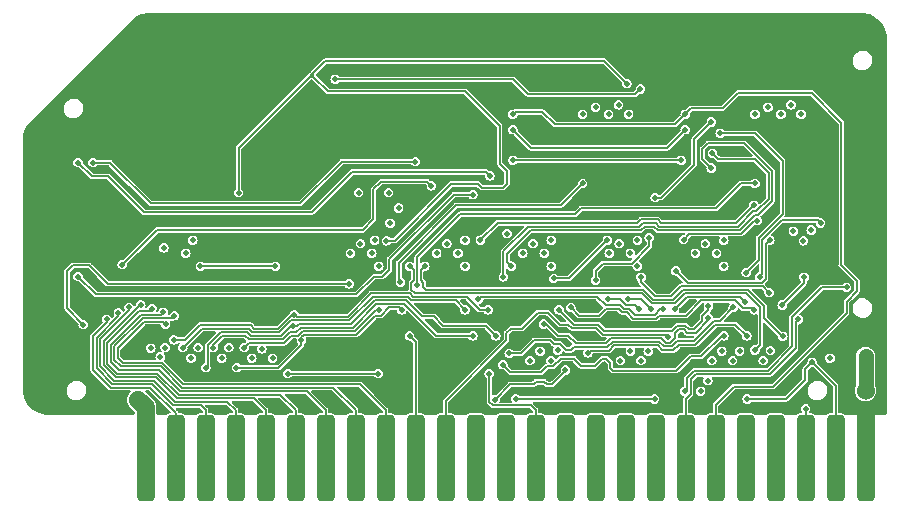
<source format=gbl>
G04 #@! TF.GenerationSoftware,KiCad,Pcbnew,7.0.1-0*
G04 #@! TF.CreationDate,2023-12-07T05:07:41-05:00*
G04 #@! TF.ProjectId,RAM128,52414d31-3238-42e6-9b69-6361645f7063,1.1*
G04 #@! TF.SameCoordinates,Original*
G04 #@! TF.FileFunction,Copper,L4,Bot*
G04 #@! TF.FilePolarity,Positive*
%FSLAX46Y46*%
G04 Gerber Fmt 4.6, Leading zero omitted, Abs format (unit mm)*
G04 Created by KiCad (PCBNEW 7.0.1-0) date 2023-12-07 05:07:41*
%MOMM*%
%LPD*%
G01*
G04 APERTURE LIST*
G04 Aperture macros list*
%AMRoundRect*
0 Rectangle with rounded corners*
0 $1 Rounding radius*
0 $2 $3 $4 $5 $6 $7 $8 $9 X,Y pos of 4 corners*
0 Add a 4 corners polygon primitive as box body*
4,1,4,$2,$3,$4,$5,$6,$7,$8,$9,$2,$3,0*
0 Add four circle primitives for the rounded corners*
1,1,$1+$1,$2,$3*
1,1,$1+$1,$4,$5*
1,1,$1+$1,$6,$7*
1,1,$1+$1,$8,$9*
0 Add four rect primitives between the rounded corners*
20,1,$1+$1,$2,$3,$4,$5,0*
20,1,$1+$1,$4,$5,$6,$7,0*
20,1,$1+$1,$6,$7,$8,$9,0*
20,1,$1+$1,$8,$9,$2,$3,0*%
G04 Aperture macros list end*
G04 #@! TA.AperFunction,SMDPad,CuDef*
%ADD10RoundRect,0.381000X0.381000X3.289000X-0.381000X3.289000X-0.381000X-3.289000X0.381000X-3.289000X0*%
G04 #@! TD*
G04 #@! TA.AperFunction,ViaPad*
%ADD11C,0.500000*%
G04 #@! TD*
G04 #@! TA.AperFunction,ViaPad*
%ADD12C,0.600000*%
G04 #@! TD*
G04 #@! TA.AperFunction,ViaPad*
%ADD13C,1.524000*%
G04 #@! TD*
G04 #@! TA.AperFunction,Conductor*
%ADD14C,1.270000*%
G04 #@! TD*
G04 #@! TA.AperFunction,Conductor*
%ADD15C,1.524000*%
G04 #@! TD*
G04 #@! TA.AperFunction,Conductor*
%ADD16C,0.150000*%
G04 #@! TD*
G04 APERTURE END LIST*
D10*
X137160000Y-135282000D03*
X134620000Y-135282000D03*
X132080000Y-135282000D03*
X129540000Y-135282000D03*
X127000000Y-135282000D03*
X124460000Y-135282000D03*
X121920000Y-135282000D03*
X119380000Y-135282000D03*
X116840000Y-135282000D03*
X114300000Y-135282000D03*
X111760000Y-135282000D03*
X109220000Y-135282000D03*
X106680000Y-135282000D03*
X104140000Y-135282000D03*
X101600000Y-135282000D03*
X99060000Y-135282000D03*
X96520000Y-135282000D03*
X93980000Y-135282000D03*
X91440000Y-135282000D03*
X88900000Y-135282000D03*
X86360000Y-135282000D03*
X83820000Y-135282000D03*
X81280000Y-135282000D03*
X78740000Y-135282000D03*
X76200000Y-135282000D03*
D11*
X116400000Y-127000000D03*
X117250000Y-126200000D03*
X109000000Y-117100000D03*
X108150000Y-117900000D03*
X109950000Y-117900000D03*
X103250000Y-119000000D03*
X103250000Y-116800000D03*
X101700000Y-117100000D03*
X110550000Y-119000000D03*
X100850000Y-117900000D03*
X110550000Y-116800000D03*
X102650000Y-117900000D03*
X95950000Y-119000000D03*
X94400000Y-117100000D03*
X125150000Y-116800000D03*
X115450000Y-117900000D03*
X123600000Y-117100000D03*
X116300000Y-117100000D03*
X93550000Y-117900000D03*
X95350000Y-117900000D03*
X117850000Y-119000000D03*
X117850000Y-116800000D03*
X117250000Y-117900000D03*
X125150000Y-119000000D03*
X122750000Y-117900000D03*
X124550000Y-117900000D03*
X97627000Y-114077000D03*
X94234000Y-112776000D03*
X96774000Y-112776000D03*
X115400000Y-106150000D03*
X116250000Y-105350000D03*
X113200000Y-106150000D03*
X117100000Y-106150000D03*
X114300000Y-105550000D03*
X128900000Y-105550000D03*
X131700000Y-106150000D03*
X127800000Y-106150000D03*
X130850000Y-105350000D03*
X130000000Y-106150000D03*
X79600000Y-117900000D03*
X80200000Y-116800000D03*
X85200000Y-126800000D03*
X86950000Y-126800000D03*
X86050000Y-126000000D03*
X80050000Y-126800000D03*
X80650000Y-125900000D03*
X82650000Y-126800000D03*
X126500000Y-126200000D03*
X76650000Y-125950000D03*
X123800000Y-128700000D03*
D12*
X137160000Y-126619000D03*
D11*
X83250000Y-125900000D03*
X77750000Y-117450000D03*
X106800000Y-116250000D03*
X95600000Y-116800000D03*
X125000000Y-126200000D03*
X108750000Y-127000000D03*
X118750000Y-126200000D03*
X111100000Y-126100000D03*
X134150000Y-126800000D03*
X109600000Y-126200000D03*
X124150000Y-127000000D03*
X131900000Y-116850000D03*
X123200000Y-129600000D03*
X128500000Y-127000000D03*
X96901000Y-115379500D03*
X129100000Y-126150000D03*
X110500000Y-127000000D03*
X131050000Y-116050000D03*
X118150000Y-127000000D03*
X132550000Y-115950000D03*
D13*
X137160000Y-129540000D03*
D11*
X77450000Y-126700000D03*
X125900000Y-127000000D03*
X77850000Y-125900000D03*
X87630000Y-131318000D03*
X97790000Y-131318000D03*
X107950000Y-131318000D03*
X105410000Y-131318000D03*
X110490000Y-131318000D03*
X113030000Y-131318000D03*
X115570000Y-131318000D03*
X118110000Y-131318000D03*
X100330000Y-131318000D03*
X95250000Y-131318000D03*
X92710000Y-131318000D03*
X90170000Y-131318000D03*
X80010000Y-131318000D03*
X82550000Y-131318000D03*
X102870000Y-131318000D03*
X123190000Y-131318000D03*
X135890000Y-131318000D03*
X133350000Y-131318000D03*
X130810000Y-131318000D03*
X128270000Y-131318000D03*
X125730000Y-131318000D03*
X120650000Y-131318000D03*
X138684000Y-131318000D03*
X133223000Y-97790000D03*
X123063000Y-97790000D03*
X128143000Y-97790000D03*
X97663000Y-97790000D03*
X102743000Y-97790000D03*
X107823000Y-97790000D03*
X87503000Y-97790000D03*
X92583000Y-97790000D03*
X117983000Y-97790000D03*
X138557000Y-99187000D03*
X112903000Y-97790000D03*
X75692000Y-98044000D03*
X77470000Y-131318000D03*
X67437000Y-131191000D03*
X66040000Y-122682000D03*
X74930000Y-131318000D03*
X82423000Y-97790000D03*
X69342000Y-104394000D03*
X72644000Y-101092000D03*
X85090000Y-131318000D03*
X137287000Y-97917000D03*
X66294000Y-107442000D03*
X121900000Y-112000000D03*
X123000000Y-112600000D03*
X124100000Y-112000000D03*
X118100000Y-128500000D03*
X116400000Y-128500000D03*
X117250000Y-129300000D03*
X75150000Y-125950000D03*
X100850000Y-119400000D03*
X107250000Y-124900000D03*
X107750000Y-123800000D03*
X107150000Y-122700000D03*
X94450000Y-120200000D03*
X99850000Y-124900000D03*
X100450000Y-123800000D03*
X95250000Y-119400000D03*
X99850000Y-122700000D03*
X115450000Y-119400000D03*
X129650000Y-123800000D03*
X122750000Y-119400000D03*
X129050000Y-122700000D03*
X124450000Y-119400000D03*
X116300000Y-120200000D03*
X122350000Y-123800000D03*
X117150000Y-119400000D03*
X121750000Y-122700000D03*
X108150000Y-119400000D03*
X109000000Y-120200000D03*
X109850000Y-119400000D03*
X101700000Y-120200000D03*
X102550000Y-119400000D03*
X110350000Y-126100000D03*
X77724000Y-102108000D03*
X77025500Y-100774500D03*
X77724000Y-99441000D03*
X86614000Y-112776000D03*
X86614000Y-115443000D03*
X112000000Y-125600000D03*
X115050000Y-127350000D03*
X118000000Y-126200000D03*
X126150000Y-125100000D03*
X77343000Y-97790000D03*
X69850000Y-131318000D03*
X109600000Y-106450000D03*
X115400000Y-107650000D03*
X109500000Y-112000000D03*
X117100000Y-107650000D03*
X107300000Y-112000000D03*
X108400000Y-112600000D03*
X116250000Y-108450000D03*
X130850000Y-108450000D03*
X131700000Y-107650000D03*
X130000000Y-107650000D03*
X86050000Y-122700000D03*
X86650000Y-123800000D03*
X86900000Y-128300000D03*
X82550000Y-128500000D03*
X79950000Y-128500000D03*
X85150000Y-128500000D03*
X127050000Y-109450000D03*
X76200000Y-107442000D03*
X88500000Y-119100000D03*
X82700000Y-109250000D03*
X84850000Y-108900000D03*
X86550000Y-109600000D03*
X92900000Y-108500000D03*
X124500000Y-114850000D03*
X121350000Y-114700000D03*
X112400000Y-114100000D03*
X124850000Y-122400000D03*
X120200000Y-104700000D03*
X119100000Y-104400000D03*
X121300000Y-105000000D03*
X110200000Y-107900000D03*
X66167000Y-129921000D03*
X66040000Y-117602000D03*
X66040000Y-112522000D03*
X66040000Y-127762000D03*
X138684000Y-104267000D03*
X138684000Y-109347000D03*
X138684000Y-114427000D03*
X138684000Y-119507000D03*
X138684000Y-124587000D03*
X138684000Y-129667000D03*
X68580000Y-125222000D03*
X68453000Y-115062000D03*
X68580000Y-109982000D03*
X68580000Y-120142000D03*
X71120000Y-122682000D03*
X71120000Y-127762000D03*
X73660000Y-119950000D03*
X73660000Y-109982000D03*
X73787000Y-115062000D03*
X76200000Y-112522000D03*
X73660000Y-104902000D03*
X76200000Y-102362000D03*
X133050000Y-106400000D03*
X134350000Y-106800000D03*
X118500000Y-112650000D03*
X117650000Y-112100000D03*
X136144000Y-111887000D03*
X136144000Y-116967000D03*
X94100000Y-126450000D03*
X89662000Y-127600000D03*
X89400000Y-126450000D03*
X77250000Y-125250000D03*
X77750000Y-118800000D03*
X94869000Y-102171500D03*
X114300000Y-124900000D03*
X96266000Y-103695500D03*
X121300000Y-127000000D03*
X125000000Y-129300000D03*
X130250000Y-129600000D03*
X133850000Y-119450000D03*
X109500000Y-110700000D03*
X114400000Y-122700000D03*
X120650000Y-128700000D03*
X74350000Y-126600000D03*
X92329000Y-102171500D03*
X72450000Y-129200000D03*
X71550000Y-130300000D03*
X102300000Y-116550000D03*
D12*
X135763000Y-129159000D03*
D11*
X125850000Y-128650000D03*
D12*
X134366000Y-127635000D03*
D11*
X108750000Y-128500000D03*
X128950000Y-124850000D03*
X131050000Y-119150000D03*
X93599000Y-102171500D03*
X131900000Y-118350000D03*
X120967500Y-120459500D03*
X128400000Y-128700000D03*
X120100000Y-129600000D03*
X79450000Y-124650000D03*
X93599000Y-115350000D03*
X94488000Y-104711500D03*
X134450000Y-118550000D03*
X94869000Y-103695500D03*
X93450000Y-116750000D03*
X113000000Y-128700000D03*
X113650000Y-116450000D03*
X121900000Y-126150000D03*
X79450000Y-118900000D03*
X115050000Y-123800000D03*
X93789500Y-111950500D03*
X109600000Y-129300000D03*
X97663000Y-103695500D03*
X121550000Y-124850000D03*
X110450000Y-128500000D03*
X112400000Y-129600000D03*
X131000000Y-128700000D03*
D12*
X135509000Y-126619000D03*
D11*
X96139000Y-102171500D03*
X77900000Y-123900000D03*
X78650000Y-123200000D03*
X107300000Y-107450000D03*
X121900000Y-107450000D03*
X83900000Y-127600000D03*
X97900000Y-122700000D03*
X89400000Y-125300000D03*
X81300000Y-127600000D03*
X105850000Y-124900000D03*
X88700000Y-124100000D03*
X107300000Y-110050000D03*
X121550000Y-110050000D03*
X105200000Y-122700000D03*
X78600000Y-125250000D03*
X88800000Y-123100000D03*
X73900000Y-122950000D03*
X77700000Y-122900000D03*
X72900000Y-123500000D03*
X74800000Y-122500000D03*
X75800000Y-122300000D03*
X76750000Y-122600000D03*
D13*
X75565000Y-130302000D03*
D11*
X109900000Y-123900000D03*
X123850000Y-123400000D03*
X105800000Y-130300000D03*
X123850000Y-122400000D03*
X111200000Y-122700000D03*
X111750000Y-127800000D03*
X107300000Y-106150000D03*
X121900000Y-106150000D03*
X131450000Y-123500000D03*
X105300000Y-128100000D03*
X80850000Y-119000000D03*
X95900000Y-128100000D03*
X88250000Y-128100000D03*
X87200000Y-119000000D03*
X120450000Y-125000000D03*
X98550000Y-124900000D03*
X132080000Y-131064000D03*
X132650000Y-127150000D03*
X127150000Y-130250000D03*
X70485000Y-110236000D03*
X105350000Y-111350000D03*
X84074000Y-112776000D03*
X96600000Y-116850000D03*
X116950000Y-103550000D03*
X130100000Y-122300000D03*
X118100000Y-104000000D03*
X92265500Y-103187500D03*
X131950000Y-119950000D03*
X119350000Y-113200000D03*
X124100000Y-106800000D03*
X115300000Y-116800000D03*
X110750000Y-120050000D03*
X124200000Y-109450000D03*
X106500000Y-119900000D03*
X107150000Y-119000000D03*
X124100000Y-110700000D03*
X121850000Y-129600000D03*
X135550000Y-120800000D03*
X127050000Y-119550000D03*
X124850000Y-107750000D03*
X106450000Y-127350000D03*
X125150000Y-124900000D03*
X125950000Y-122500000D03*
X107000000Y-126400000D03*
X113650000Y-126350000D03*
X127100000Y-124900000D03*
X127750000Y-122700000D03*
X112200000Y-122500000D03*
X118150000Y-119950000D03*
X129000000Y-121250000D03*
X129050000Y-116800000D03*
X121100000Y-119400000D03*
X121750000Y-116750000D03*
X104550000Y-116800000D03*
X127700000Y-113850000D03*
X128000000Y-115150000D03*
X99200000Y-120600000D03*
X127800000Y-112000000D03*
X113200000Y-112000000D03*
X97775000Y-120375000D03*
X119300000Y-130250000D03*
X114300000Y-120200000D03*
X107550000Y-130250000D03*
X118850000Y-116600000D03*
X127800000Y-126100000D03*
X98550000Y-119000000D03*
X115350000Y-121800000D03*
X118000000Y-122650000D03*
X119000000Y-122650000D03*
X117050000Y-121800000D03*
X74231500Y-118872000D03*
X100400000Y-112200000D03*
X103900000Y-112950000D03*
X70485000Y-119888000D03*
X104350000Y-121800000D03*
X120000000Y-122650000D03*
X128200000Y-119900000D03*
X133350000Y-115350000D03*
X126950000Y-122050000D03*
X121000000Y-122650000D03*
X71755000Y-110236000D03*
X99050000Y-110150000D03*
X81950000Y-125900000D03*
X103900000Y-124900000D03*
X79350000Y-125900000D03*
X103250000Y-122700000D03*
X130150000Y-124950000D03*
X99850000Y-119000000D03*
X84550000Y-125900000D03*
X95950000Y-122700000D03*
X70929500Y-123952000D03*
X93450000Y-120500000D03*
D14*
X137160000Y-129540000D02*
X137160000Y-126619000D01*
D15*
X137160000Y-135382000D02*
X137160000Y-131445000D01*
D16*
X77700000Y-123700000D02*
X76100000Y-123700000D01*
X74250000Y-127200000D02*
X77600000Y-127200000D01*
X79400000Y-129000000D02*
X94329000Y-129000000D01*
X94329000Y-129000000D02*
X96520000Y-131191000D01*
X96520000Y-131191000D02*
X96520000Y-135282000D01*
X73850000Y-126800000D02*
X74250000Y-127200000D01*
X77900000Y-123900000D02*
X77700000Y-123700000D01*
X73850000Y-125950000D02*
X73850000Y-126800000D01*
X77600000Y-127200000D02*
X79400000Y-129000000D01*
X76100000Y-123700000D02*
X73850000Y-125950000D01*
X73550000Y-126950000D02*
X73550000Y-125800000D01*
X78450000Y-123400000D02*
X75950000Y-123400000D01*
X93980000Y-131191000D02*
X93980000Y-135282000D01*
X92089000Y-129300000D02*
X93980000Y-131191000D01*
X79275000Y-129300000D02*
X92089000Y-129300000D01*
X73550000Y-126950000D02*
X74100000Y-127500000D01*
X75950000Y-123400000D02*
X73550000Y-125800000D01*
X74100000Y-127500000D02*
X77475000Y-127500000D01*
X77475000Y-127500000D02*
X79275000Y-129300000D01*
X78650000Y-123200000D02*
X78450000Y-123400000D01*
X121900000Y-107450000D02*
X120350000Y-109000000D01*
X108850000Y-109000000D02*
X107300000Y-107450000D01*
X120350000Y-109000000D02*
X108850000Y-109000000D01*
X89400000Y-125300000D02*
X89400000Y-125025000D01*
X89625000Y-124800000D02*
X94050000Y-124800000D01*
X89400000Y-125650000D02*
X87450000Y-127600000D01*
X96850000Y-122500000D02*
X97700000Y-122500000D01*
X96150000Y-123200000D02*
X96850000Y-122500000D01*
X89400000Y-125025000D02*
X89625000Y-124800000D01*
X95650000Y-123200000D02*
X96150000Y-123200000D01*
X87450000Y-127600000D02*
X83900000Y-127600000D01*
X94050000Y-124800000D02*
X95650000Y-123200000D01*
X89400000Y-125300000D02*
X89400000Y-125650000D01*
X97700000Y-122500000D02*
X97900000Y-122700000D01*
X85100000Y-124900000D02*
X84800000Y-124600000D01*
X101400000Y-124050000D02*
X105000000Y-124050000D01*
X89000000Y-124100000D02*
X89200000Y-123900000D01*
X87675000Y-124900000D02*
X85100000Y-124900000D01*
X88475000Y-124100000D02*
X87675000Y-124900000D01*
X88700000Y-124100000D02*
X89000000Y-124100000D01*
X100600000Y-123250000D02*
X101400000Y-124050000D01*
X84800000Y-124600000D02*
X82550000Y-124600000D01*
X93600000Y-123900000D02*
X95600000Y-121900000D01*
X82550000Y-124600000D02*
X81450000Y-125700000D01*
X105000000Y-124050000D02*
X105850000Y-124900000D01*
X81450000Y-127450000D02*
X81300000Y-127600000D01*
X95600000Y-121900000D02*
X98250000Y-121900000D01*
X81450000Y-125700000D02*
X81450000Y-127450000D01*
X98250000Y-121900000D02*
X99600000Y-123250000D01*
X88700000Y-124100000D02*
X88475000Y-124100000D01*
X99600000Y-123250000D02*
X100600000Y-123250000D01*
X89200000Y-123900000D02*
X93600000Y-123900000D01*
X85400000Y-124300000D02*
X87400000Y-124300000D01*
X88800000Y-123100000D02*
X89000000Y-123300000D01*
X103437500Y-121600000D02*
X104537500Y-122700000D01*
X89000000Y-123300000D02*
X93300000Y-123300000D01*
X93300000Y-123300000D02*
X95300000Y-121300000D01*
X98850000Y-121600000D02*
X103437500Y-121600000D01*
X85100000Y-124000000D02*
X85400000Y-124300000D01*
X121550000Y-110050000D02*
X107300000Y-110050000D01*
X79550000Y-125250000D02*
X80800000Y-124000000D01*
X95300000Y-121300000D02*
X98550000Y-121300000D01*
X80800000Y-124000000D02*
X85100000Y-124000000D01*
X78600000Y-125250000D02*
X79550000Y-125250000D01*
X98550000Y-121300000D02*
X98850000Y-121600000D01*
X87400000Y-124300000D02*
X88600000Y-123100000D01*
X104537500Y-122700000D02*
X105200000Y-122700000D01*
X88600000Y-123100000D02*
X88800000Y-123100000D01*
X76750000Y-129000000D02*
X73400000Y-129000000D01*
X73400000Y-129000000D02*
X72050000Y-127650000D01*
X78550000Y-130800000D02*
X76750000Y-129000000D01*
X73900000Y-123200000D02*
X73900000Y-122950000D01*
X81280000Y-135282000D02*
X81280000Y-131191000D01*
X81280000Y-131191000D02*
X80889000Y-130800000D01*
X72050000Y-125050000D02*
X73900000Y-123200000D01*
X80889000Y-130800000D02*
X78550000Y-130800000D01*
X72050000Y-125050000D02*
X72050000Y-127650000D01*
X77500000Y-123100000D02*
X75800000Y-123100000D01*
X77700000Y-122900000D02*
X77500000Y-123100000D01*
X77337500Y-127800000D02*
X79137500Y-129600000D01*
X73250000Y-127100000D02*
X73950000Y-127800000D01*
X75800000Y-123100000D02*
X73250000Y-125650000D01*
X73250000Y-125650000D02*
X73250000Y-127100000D01*
X91440000Y-131191000D02*
X91440000Y-135282000D01*
X79137500Y-129600000D02*
X89849000Y-129600000D01*
X73950000Y-127800000D02*
X77337500Y-127800000D01*
X89849000Y-129600000D02*
X91440000Y-131191000D01*
X72900000Y-123500000D02*
X72900000Y-123750000D01*
X78740000Y-131440000D02*
X78740000Y-135282000D01*
X72900000Y-123750000D02*
X71750000Y-124900000D01*
X71750000Y-124900000D02*
X71750000Y-127800000D01*
X73250000Y-129300000D02*
X76600000Y-129300000D01*
X76600000Y-129300000D02*
X78740000Y-131440000D01*
X71750000Y-127800000D02*
X73250000Y-129300000D01*
X72350000Y-127500000D02*
X72350000Y-125200000D01*
X78700000Y-130500000D02*
X83129000Y-130500000D01*
X72350000Y-127500000D02*
X73550000Y-128700000D01*
X74800000Y-122750000D02*
X72350000Y-125200000D01*
X76900000Y-128700000D02*
X78700000Y-130500000D01*
X74800000Y-122500000D02*
X74800000Y-122750000D01*
X73550000Y-128700000D02*
X76900000Y-128700000D01*
X83129000Y-130500000D02*
X83820000Y-131191000D01*
X83820000Y-131191000D02*
X83820000Y-135282000D01*
X73675000Y-128400000D02*
X77050000Y-128400000D01*
X75700000Y-122300000D02*
X72650000Y-125350000D01*
X72650000Y-127375000D02*
X73675000Y-128400000D01*
X86360000Y-131191000D02*
X86360000Y-135282000D01*
X78850000Y-130200000D02*
X85369000Y-130200000D01*
X75800000Y-122300000D02*
X75700000Y-122300000D01*
X85369000Y-130200000D02*
X86360000Y-131191000D01*
X77050000Y-128400000D02*
X78850000Y-130200000D01*
X72650000Y-125350000D02*
X72650000Y-127375000D01*
X88900000Y-131191000D02*
X88900000Y-135282000D01*
X87609000Y-129900000D02*
X88900000Y-131191000D01*
X72950000Y-125500000D02*
X72950000Y-127250000D01*
X79000000Y-129900000D02*
X87609000Y-129900000D01*
X72950000Y-127250000D02*
X73800000Y-128100000D01*
X73800000Y-128100000D02*
X77200000Y-128100000D01*
X75650000Y-122800000D02*
X72950000Y-125500000D01*
X76750000Y-122600000D02*
X76550000Y-122800000D01*
X77200000Y-128100000D02*
X79000000Y-129900000D01*
X76550000Y-122800000D02*
X75650000Y-122800000D01*
D15*
X75565000Y-130302000D02*
X76200000Y-130937000D01*
X76200000Y-130937000D02*
X76200000Y-135282000D01*
D16*
X120625000Y-125500000D02*
X120250000Y-125500000D01*
X121050000Y-125075000D02*
X120625000Y-125500000D01*
X122050000Y-124650000D02*
X121750000Y-124350000D01*
X112650000Y-125550000D02*
X112000000Y-124900000D01*
X121350000Y-124350000D02*
X121050000Y-124650000D01*
X123850000Y-123400000D02*
X123850000Y-123600000D01*
X121750000Y-124350000D02*
X121350000Y-124350000D01*
X115600000Y-125100000D02*
X115150000Y-125550000D01*
X119850000Y-125100000D02*
X115600000Y-125100000D01*
X122800000Y-124650000D02*
X122050000Y-124650000D01*
X110100000Y-123900000D02*
X109900000Y-123900000D01*
X115150000Y-125550000D02*
X112650000Y-125550000D01*
X111100000Y-124900000D02*
X110100000Y-123900000D01*
X120250000Y-125500000D02*
X119850000Y-125100000D01*
X112000000Y-124900000D02*
X111100000Y-124900000D01*
X123850000Y-123600000D02*
X122800000Y-124650000D01*
X121050000Y-124650000D02*
X121050000Y-125075000D01*
X123350000Y-123650000D02*
X122650000Y-124350000D01*
X109250000Y-128800000D02*
X109950000Y-128800000D01*
X110150000Y-129000000D02*
X110650000Y-129000000D01*
X121900000Y-124050000D02*
X121200000Y-124050000D01*
X123350000Y-123200000D02*
X123350000Y-123650000D01*
X121200000Y-124050000D02*
X120750000Y-124500000D01*
X112450000Y-123950000D02*
X111200000Y-122700000D01*
X122200000Y-124350000D02*
X121900000Y-124050000D01*
X115050000Y-124500000D02*
X114500000Y-123950000D01*
X110650000Y-129000000D02*
X111750000Y-127900000D01*
X107100000Y-129000000D02*
X109050000Y-129000000D01*
X111750000Y-127900000D02*
X111750000Y-127800000D01*
X123850000Y-122400000D02*
X123850000Y-122700000D01*
X123850000Y-122700000D02*
X123350000Y-123200000D01*
X114500000Y-123950000D02*
X112450000Y-123950000D01*
X109950000Y-128800000D02*
X110150000Y-129000000D01*
X122650000Y-124350000D02*
X122200000Y-124350000D01*
X109050000Y-129000000D02*
X109250000Y-128800000D01*
X105800000Y-130300000D02*
X107100000Y-129000000D01*
X120750000Y-124500000D02*
X115050000Y-124500000D01*
X107300000Y-106150000D02*
X107500000Y-105950000D01*
X107500000Y-105950000D02*
X109800000Y-105950000D01*
X109800000Y-105950000D02*
X110850000Y-107000000D01*
X125050000Y-105650000D02*
X122400000Y-105650000D01*
X135550000Y-122000000D02*
X136450000Y-121100000D01*
X124460000Y-130740000D02*
X126000000Y-129200000D01*
X136450000Y-121100000D02*
X136450000Y-120250000D01*
X135100000Y-118900000D02*
X135100000Y-106850000D01*
X135550000Y-123000000D02*
X135550000Y-122000000D01*
X122400000Y-105650000D02*
X121900000Y-106150000D01*
X126350000Y-104350000D02*
X125050000Y-105650000D01*
X136450000Y-120250000D02*
X135100000Y-118900000D01*
X121050000Y-107000000D02*
X121900000Y-106150000D01*
X132600000Y-104350000D02*
X126350000Y-104350000D01*
X129350000Y-129200000D02*
X135550000Y-123000000D01*
X126000000Y-129200000D02*
X129350000Y-129200000D01*
X110850000Y-107000000D02*
X121050000Y-107000000D01*
X124460000Y-135282000D02*
X124460000Y-130740000D01*
X135100000Y-106850000D02*
X132600000Y-104350000D01*
X122800000Y-128150000D02*
X129050000Y-128150000D01*
X131250000Y-125950000D02*
X131250000Y-123700000D01*
X122350000Y-129850000D02*
X122350000Y-128600000D01*
X129050000Y-128150000D02*
X131250000Y-125950000D01*
X121920000Y-130280000D02*
X122350000Y-129850000D01*
X121920000Y-135282000D02*
X121920000Y-130280000D01*
X122350000Y-128600000D02*
X122800000Y-128150000D01*
X131250000Y-123700000D02*
X131450000Y-123500000D01*
X108850000Y-130800000D02*
X109220000Y-131170000D01*
X109220000Y-131170000D02*
X109220000Y-135282000D01*
X80850000Y-119000000D02*
X87200000Y-119000000D01*
X95900000Y-128100000D02*
X88250000Y-128100000D01*
X105300000Y-130500000D02*
X105600000Y-130800000D01*
X105600000Y-130800000D02*
X108850000Y-130800000D01*
X105300000Y-128100000D02*
X105300000Y-130500000D01*
X114350000Y-124250000D02*
X112300000Y-124250000D01*
X110250000Y-122950000D02*
X109400000Y-122950000D01*
X114900000Y-124800000D02*
X114350000Y-124250000D01*
X120450000Y-125000000D02*
X120250000Y-124800000D01*
X106750000Y-124700000D02*
X106750000Y-125300000D01*
X111250000Y-123950000D02*
X110250000Y-122950000D01*
X109400000Y-122950000D02*
X108050000Y-124300000D01*
X106750000Y-125300000D02*
X101600000Y-130450000D01*
X107150000Y-124300000D02*
X106750000Y-124700000D01*
X112300000Y-124250000D02*
X112000000Y-123950000D01*
X108050000Y-124300000D02*
X107150000Y-124300000D01*
X112000000Y-123950000D02*
X111250000Y-123950000D01*
X101600000Y-130450000D02*
X101600000Y-135282000D01*
X120250000Y-124800000D02*
X114900000Y-124800000D01*
X99060000Y-125410000D02*
X98550000Y-124900000D01*
X99060000Y-135282000D02*
X99060000Y-125410000D01*
X132080000Y-135382000D02*
X132080000Y-131064000D01*
X73000000Y-111400000D02*
X71649000Y-111400000D01*
X132650000Y-127150000D02*
X132050000Y-127750000D01*
X105050000Y-111050000D02*
X93674000Y-111050000D01*
X132650000Y-127150000D02*
X134620000Y-129120000D01*
X76050000Y-114450000D02*
X73000000Y-111400000D01*
X134620000Y-129120000D02*
X134620000Y-135282000D01*
X130450000Y-130250000D02*
X127150000Y-130250000D01*
X93674000Y-111050000D02*
X90274000Y-114450000D01*
X90274000Y-114450000D02*
X76050000Y-114450000D01*
X132050000Y-127750000D02*
X132050000Y-128650000D01*
X132050000Y-128650000D02*
X130450000Y-130250000D01*
X105350000Y-111350000D02*
X105050000Y-111050000D01*
X71649000Y-111400000D02*
X70485000Y-110236000D01*
X104650000Y-112350000D02*
X104350000Y-112050000D01*
X91650000Y-104200000D02*
X93468500Y-104200000D01*
X106475000Y-112350000D02*
X104650000Y-112350000D01*
X91400000Y-101650000D02*
X90400000Y-102650000D01*
X103253500Y-104203500D02*
X106175703Y-107125703D01*
X115050000Y-101650000D02*
X91400000Y-101650000D01*
X116950000Y-103550000D02*
X115050000Y-101650000D01*
X102100000Y-112050000D02*
X97300000Y-116850000D01*
X90250000Y-102800000D02*
X90400000Y-102650000D01*
X90100000Y-102950000D02*
X84074000Y-108976000D01*
X104350000Y-112050000D02*
X102100000Y-112050000D01*
X106800000Y-112025000D02*
X106475000Y-112350000D01*
X106800000Y-110950000D02*
X106800000Y-112025000D01*
X90400000Y-102950000D02*
X90400000Y-102650000D01*
X84074000Y-108976000D02*
X84074000Y-112776000D01*
X93468500Y-104200000D02*
X93472000Y-104203500D01*
X90100000Y-102950000D02*
X90250000Y-102800000D01*
X93472000Y-104203500D02*
X103253500Y-104203500D01*
X97300000Y-116850000D02*
X96600000Y-116850000D01*
X106175703Y-110325703D02*
X106800000Y-110950000D01*
X90250000Y-102800000D02*
X90400000Y-102950000D01*
X106175703Y-107125703D02*
X106175703Y-110325703D01*
X90400000Y-102950000D02*
X91650000Y-104200000D01*
X90400000Y-102950000D02*
X90100000Y-102950000D01*
X117650000Y-104450000D02*
X118100000Y-104000000D01*
X131950000Y-119950000D02*
X131950000Y-120450000D01*
X107337500Y-103187500D02*
X108600000Y-104450000D01*
X131950000Y-120450000D02*
X130100000Y-122300000D01*
X92265500Y-103187500D02*
X107337500Y-103187500D01*
X108600000Y-104450000D02*
X117650000Y-104450000D01*
X115300000Y-116800000D02*
X112050000Y-120050000D01*
X112050000Y-120050000D02*
X110750000Y-120050000D01*
X122650000Y-108250000D02*
X124100000Y-106800000D01*
X119350000Y-113200000D02*
X119850000Y-113200000D01*
X122650000Y-110400000D02*
X122650000Y-108250000D01*
X119850000Y-113200000D02*
X122650000Y-110400000D01*
X127800000Y-109950000D02*
X124700000Y-109950000D01*
X127650000Y-114350000D02*
X127900000Y-114350000D01*
X108600000Y-115650000D02*
X118000000Y-115650000D01*
X118300000Y-115350000D02*
X119400000Y-115350000D01*
X119700000Y-115650000D02*
X126350000Y-115650000D01*
X127900000Y-114350000D02*
X128950000Y-113300000D01*
X124700000Y-109950000D02*
X124200000Y-109450000D01*
X128950000Y-111100000D02*
X127800000Y-109950000D01*
X106500000Y-119900000D02*
X106500000Y-117750000D01*
X118000000Y-115650000D02*
X118300000Y-115350000D01*
X126350000Y-115650000D02*
X127650000Y-114350000D01*
X128950000Y-113300000D02*
X128950000Y-111100000D01*
X106500000Y-117750000D02*
X108600000Y-115650000D01*
X119400000Y-115350000D02*
X119700000Y-115650000D01*
X118150000Y-115950000D02*
X108800000Y-115950000D01*
X123350000Y-109950000D02*
X123350000Y-109050000D01*
X126900000Y-108600000D02*
X129250000Y-110950000D01*
X108800000Y-115950000D02*
X106800000Y-117950000D01*
X127800000Y-114650000D02*
X126500000Y-115950000D01*
X106800000Y-117950000D02*
X106800000Y-118650000D01*
X119550000Y-115950000D02*
X119250000Y-115650000D01*
X126500000Y-115950000D02*
X119550000Y-115950000D01*
X123350000Y-109050000D02*
X123800000Y-108600000D01*
X123800000Y-108600000D02*
X126900000Y-108600000D01*
X124100000Y-110700000D02*
X123350000Y-109950000D01*
X118450000Y-115650000D02*
X118150000Y-115950000D01*
X119250000Y-115650000D02*
X118450000Y-115650000D01*
X106800000Y-118650000D02*
X107150000Y-119000000D01*
X129250000Y-110950000D02*
X129250000Y-113450000D01*
X129250000Y-113450000D02*
X128050000Y-114650000D01*
X128050000Y-114650000D02*
X127800000Y-114650000D01*
X130950000Y-125800000D02*
X130950000Y-123300000D01*
X128900000Y-127850000D02*
X130950000Y-125800000D01*
X133450000Y-120800000D02*
X135550000Y-120800000D01*
X121850000Y-129600000D02*
X122050000Y-129400000D01*
X122050000Y-128450000D02*
X122650000Y-127850000D01*
X122650000Y-127850000D02*
X128900000Y-127850000D01*
X130950000Y-123300000D02*
X133450000Y-120800000D01*
X122050000Y-129400000D02*
X122050000Y-128450000D01*
X130150000Y-114550000D02*
X128100000Y-116600000D01*
X124850000Y-107750000D02*
X127800000Y-107750000D01*
X128100000Y-116600000D02*
X128100000Y-118500000D01*
X128100000Y-118500000D02*
X127050000Y-119550000D01*
X130150000Y-110100000D02*
X130150000Y-114550000D01*
X127800000Y-107750000D02*
X130150000Y-110100000D01*
X123250000Y-126650000D02*
X125000000Y-124900000D01*
X109700000Y-128000000D02*
X110200000Y-127500000D01*
X115750000Y-127850000D02*
X121150000Y-127850000D01*
X110200000Y-127500000D02*
X110700000Y-127500000D01*
X107100000Y-128000000D02*
X109700000Y-128000000D01*
X114850000Y-126850000D02*
X115225000Y-126850000D01*
X115550000Y-127175000D02*
X115550000Y-127650000D01*
X106450000Y-127350000D02*
X107100000Y-128000000D01*
X125000000Y-124900000D02*
X125150000Y-124900000D01*
X110700000Y-127500000D02*
X111350000Y-126850000D01*
X115225000Y-126850000D02*
X115550000Y-127175000D01*
X114250000Y-127450000D02*
X114850000Y-126850000D01*
X115550000Y-127650000D02*
X115750000Y-127850000D01*
X112500000Y-126850000D02*
X113100000Y-127450000D01*
X122350000Y-126650000D02*
X123250000Y-126650000D01*
X111350000Y-126850000D02*
X112500000Y-126850000D01*
X113100000Y-127450000D02*
X114250000Y-127450000D01*
X121150000Y-127850000D02*
X122350000Y-126650000D01*
X107000000Y-126400000D02*
X108000000Y-126400000D01*
X112200000Y-126100000D02*
X112450000Y-125850000D01*
X119700000Y-125400000D02*
X120100000Y-125800000D01*
X112450000Y-125850000D02*
X115300000Y-125850000D01*
X124300000Y-123650000D02*
X124800000Y-123650000D01*
X120750000Y-125800000D02*
X121200000Y-125350000D01*
X109100000Y-125300000D02*
X110475000Y-125300000D01*
X122600000Y-125350000D02*
X124300000Y-123650000D01*
X115300000Y-125850000D02*
X115750000Y-125400000D01*
X108000000Y-126400000D02*
X109100000Y-125300000D01*
X121200000Y-125350000D02*
X122600000Y-125350000D01*
X111800000Y-126100000D02*
X112200000Y-126100000D01*
X110775000Y-125600000D02*
X111300000Y-125600000D01*
X124800000Y-123650000D02*
X125950000Y-122500000D01*
X111300000Y-125600000D02*
X111800000Y-126100000D01*
X115750000Y-125400000D02*
X119700000Y-125400000D01*
X110475000Y-125300000D02*
X110775000Y-125600000D01*
X120100000Y-125800000D02*
X120750000Y-125800000D01*
X124450000Y-123950000D02*
X126150000Y-123950000D01*
X119550000Y-125700000D02*
X119950000Y-126100000D01*
X115450000Y-126150000D02*
X115900000Y-125700000D01*
X121350000Y-125650000D02*
X122750000Y-125650000D01*
X119950000Y-126100000D02*
X120900000Y-126100000D01*
X113850000Y-126150000D02*
X115450000Y-126150000D01*
X115900000Y-125700000D02*
X119550000Y-125700000D01*
X120900000Y-126100000D02*
X121350000Y-125650000D01*
X122750000Y-125650000D02*
X124450000Y-123950000D01*
X126150000Y-123950000D02*
X127100000Y-124900000D01*
X113650000Y-126350000D02*
X113850000Y-126150000D01*
X121950000Y-123200000D02*
X123250000Y-121900000D01*
X126750000Y-122550000D02*
X127600000Y-122550000D01*
X115200000Y-122600000D02*
X116250000Y-122600000D01*
X116550000Y-122900000D02*
X116950000Y-122900000D01*
X126100000Y-121900000D02*
X126750000Y-122550000D01*
X114600000Y-123200000D02*
X115200000Y-122600000D01*
X116950000Y-122900000D02*
X117500000Y-123450000D01*
X119700000Y-123200000D02*
X121950000Y-123200000D01*
X112200000Y-122500000D02*
X112900000Y-123200000D01*
X117500000Y-123450000D02*
X119450000Y-123450000D01*
X119450000Y-123450000D02*
X119700000Y-123200000D01*
X123250000Y-121900000D02*
X126100000Y-121900000D01*
X116250000Y-122600000D02*
X116550000Y-122900000D01*
X112900000Y-123200000D02*
X114600000Y-123200000D01*
X127600000Y-122550000D02*
X127750000Y-122700000D01*
X119350000Y-121550000D02*
X118150000Y-120350000D01*
X120700000Y-121550000D02*
X119350000Y-121550000D01*
X129000000Y-121250000D02*
X128450000Y-120700000D01*
X121550000Y-120700000D02*
X120700000Y-121550000D01*
X118150000Y-120350000D02*
X118150000Y-119950000D01*
X128450000Y-120700000D02*
X121550000Y-120700000D01*
X128400000Y-120400000D02*
X122100000Y-120400000D01*
X122100000Y-120400000D02*
X121100000Y-119400000D01*
X128700000Y-117150000D02*
X128700000Y-120100000D01*
X128700000Y-120100000D02*
X128400000Y-120400000D01*
X129050000Y-116800000D02*
X128700000Y-117150000D01*
X119850000Y-115350000D02*
X119550000Y-115050000D01*
X122250000Y-116250000D02*
X121750000Y-116750000D01*
X127700000Y-113850000D02*
X126200000Y-115350000D01*
X128000000Y-115150000D02*
X127750000Y-115150000D01*
X106000000Y-115350000D02*
X104550000Y-116800000D01*
X119550000Y-115050000D02*
X118150000Y-115050000D01*
X127750000Y-115150000D02*
X126650000Y-116250000D01*
X117850000Y-115350000D02*
X106000000Y-115350000D01*
X118150000Y-115050000D02*
X117850000Y-115350000D01*
X126200000Y-115350000D02*
X119850000Y-115350000D01*
X126650000Y-116250000D02*
X122250000Y-116250000D01*
X102850000Y-114600000D02*
X99200000Y-118250000D01*
X112600000Y-114600000D02*
X102850000Y-114600000D01*
X127800000Y-112000000D02*
X126600000Y-112000000D01*
X99200000Y-118250000D02*
X99200000Y-120600000D01*
X124500000Y-114100000D02*
X113100000Y-114100000D01*
X126600000Y-112000000D02*
X124500000Y-114100000D01*
X113100000Y-114100000D02*
X112600000Y-114600000D01*
X111350000Y-113850000D02*
X113200000Y-112000000D01*
X97650000Y-118700000D02*
X102500000Y-113850000D01*
X97650000Y-120250000D02*
X97650000Y-118700000D01*
X102500000Y-113850000D02*
X111350000Y-113850000D01*
X97775000Y-120375000D02*
X97650000Y-120250000D01*
X119300000Y-130250000D02*
X107550000Y-130250000D01*
X118850000Y-116600000D02*
X118850000Y-117300000D01*
X118850000Y-117300000D02*
X117350000Y-118800000D01*
X117350000Y-118800000D02*
X114900000Y-118800000D01*
X114300000Y-119400000D02*
X114300000Y-120200000D01*
X114900000Y-118800000D02*
X114300000Y-119400000D01*
X127050000Y-121300000D02*
X121850000Y-121300000D01*
X98700000Y-121000000D02*
X98700000Y-120400000D01*
X99000000Y-121300000D02*
X98700000Y-121000000D01*
X128250000Y-125650000D02*
X128250000Y-122500000D01*
X98900000Y-120200000D02*
X98900000Y-119350000D01*
X119050000Y-122150000D02*
X118200000Y-121300000D01*
X127800000Y-126100000D02*
X128250000Y-125650000D01*
X98700000Y-120400000D02*
X98900000Y-120200000D01*
X128250000Y-122500000D02*
X127050000Y-121300000D01*
X121000000Y-122150000D02*
X119050000Y-122150000D01*
X98900000Y-119350000D02*
X98550000Y-119000000D01*
X121850000Y-121300000D02*
X121000000Y-122150000D01*
X118200000Y-121300000D02*
X99000000Y-121300000D01*
X116850000Y-122300000D02*
X117650000Y-122300000D01*
X116350000Y-121800000D02*
X116850000Y-122300000D01*
X115350000Y-121800000D02*
X116350000Y-121800000D01*
X117650000Y-122300000D02*
X118000000Y-122650000D01*
X119000000Y-122650000D02*
X118150000Y-121800000D01*
X118150000Y-121800000D02*
X117050000Y-121800000D01*
X77153500Y-115950000D02*
X74231500Y-118872000D01*
X96150000Y-111850000D02*
X95500000Y-112500000D01*
X95500000Y-112500000D02*
X95500000Y-115050000D01*
X100050000Y-111850000D02*
X96150000Y-111850000D01*
X95500000Y-115050000D02*
X94600000Y-115950000D01*
X94600000Y-115950000D02*
X77153500Y-115950000D01*
X100400000Y-112200000D02*
X100050000Y-111850000D01*
X94050000Y-121400000D02*
X71997000Y-121400000D01*
X96850000Y-119300000D02*
X96250000Y-119900000D01*
X71997000Y-121400000D02*
X70485000Y-119888000D01*
X102300000Y-112950000D02*
X96850000Y-118400000D01*
X96250000Y-119900000D02*
X95550000Y-119900000D01*
X95550000Y-119900000D02*
X94050000Y-121400000D01*
X103900000Y-112950000D02*
X102300000Y-112950000D01*
X96850000Y-118400000D02*
X96850000Y-119300000D01*
X116700000Y-122600000D02*
X116400000Y-122300000D01*
X117650000Y-123150000D02*
X119300000Y-123150000D01*
X117650000Y-123150000D02*
X117100000Y-122600000D01*
X114450000Y-121600000D02*
X104550000Y-121600000D01*
X116400000Y-122300000D02*
X115150000Y-122300000D01*
X115150000Y-122300000D02*
X114450000Y-121600000D01*
X119300000Y-123150000D02*
X119800000Y-122650000D01*
X104550000Y-121600000D02*
X104350000Y-121800000D01*
X117100000Y-122600000D02*
X116700000Y-122600000D01*
X119800000Y-122650000D02*
X120000000Y-122650000D01*
X133100000Y-115100000D02*
X130050000Y-115100000D01*
X73186000Y-110236000D02*
X71755000Y-110236000D01*
X128400000Y-116750000D02*
X128400000Y-119700000D01*
X122050000Y-121600000D02*
X126500000Y-121600000D01*
X128400000Y-119700000D02*
X128200000Y-119900000D01*
X76650000Y-113700000D02*
X73186000Y-110236000D01*
X121000000Y-122650000D02*
X122050000Y-121600000D01*
X99050000Y-110150000D02*
X92827750Y-110150000D01*
X133350000Y-115350000D02*
X133100000Y-115100000D01*
X126500000Y-121600000D02*
X126950000Y-122050000D01*
X89277750Y-113700000D02*
X76650000Y-113700000D01*
X130050000Y-115100000D02*
X128400000Y-116750000D01*
X92827750Y-110150000D02*
X89277750Y-113700000D01*
X81950000Y-125900000D02*
X81950000Y-125650000D01*
X82700000Y-124900000D02*
X84650000Y-124900000D01*
X98100000Y-122200000D02*
X100800000Y-124900000D01*
X88400000Y-124600000D02*
X88950000Y-124600000D01*
X87800000Y-125200000D02*
X88400000Y-124600000D01*
X88950000Y-124600000D02*
X89350000Y-124200000D01*
X84650000Y-124900000D02*
X84950000Y-125200000D01*
X93750000Y-124200000D02*
X95750000Y-122200000D01*
X84950000Y-125200000D02*
X87800000Y-125200000D01*
X95750000Y-122200000D02*
X98100000Y-122200000D01*
X100800000Y-124900000D02*
X103900000Y-124900000D01*
X89350000Y-124200000D02*
X93750000Y-124200000D01*
X81950000Y-125650000D02*
X82700000Y-124900000D01*
X98400000Y-121600000D02*
X98700000Y-121900000D01*
X88525000Y-123600000D02*
X93450000Y-123600000D01*
X84950000Y-124300000D02*
X85250000Y-124600000D01*
X79350000Y-125900000D02*
X80950000Y-124300000D01*
X98700000Y-121900000D02*
X102450000Y-121900000D01*
X95450000Y-121600000D02*
X98400000Y-121600000D01*
X87525000Y-124600000D02*
X88525000Y-123600000D01*
X93450000Y-123600000D02*
X95450000Y-121600000D01*
X85250000Y-124600000D02*
X87525000Y-124600000D01*
X102450000Y-121900000D02*
X103250000Y-122700000D01*
X80950000Y-124300000D02*
X84950000Y-124300000D01*
X127200000Y-121000000D02*
X128550000Y-122350000D01*
X99700000Y-120750000D02*
X99950000Y-121000000D01*
X128550000Y-123400000D02*
X130100000Y-124950000D01*
X99500000Y-120200000D02*
X99700000Y-120400000D01*
X118350000Y-121000000D02*
X119200000Y-121850000D01*
X120850000Y-121850000D02*
X121700000Y-121000000D01*
X128550000Y-122350000D02*
X128550000Y-123400000D01*
X99850000Y-119000000D02*
X99500000Y-119350000D01*
X119200000Y-121850000D02*
X120850000Y-121850000D01*
X99700000Y-120400000D02*
X99700000Y-120750000D01*
X130100000Y-124950000D02*
X130150000Y-124950000D01*
X99500000Y-119350000D02*
X99500000Y-120200000D01*
X99950000Y-121000000D02*
X118350000Y-121000000D01*
X121700000Y-121000000D02*
X127200000Y-121000000D01*
X89100000Y-124900000D02*
X89500000Y-124500000D01*
X84950000Y-125500000D02*
X87950000Y-125500000D01*
X93900000Y-124500000D02*
X95700000Y-122700000D01*
X95700000Y-122700000D02*
X95950000Y-122700000D01*
X87950000Y-125500000D02*
X88550000Y-124900000D01*
X89500000Y-124500000D02*
X93900000Y-124500000D01*
X88550000Y-124900000D02*
X89100000Y-124900000D01*
X84550000Y-125900000D02*
X84950000Y-125500000D01*
X93450000Y-120500000D02*
X73002000Y-120500000D01*
X71452000Y-118950000D02*
X70050000Y-118950000D01*
X69550000Y-122572500D02*
X70929500Y-123952000D01*
X70050000Y-118950000D02*
X69550000Y-119450000D01*
X69550000Y-119450000D02*
X69550000Y-122572500D01*
X73002000Y-120500000D02*
X71452000Y-118950000D01*
G04 #@! TA.AperFunction,Conductor*
G36*
X136913300Y-97537460D02*
G01*
X137528233Y-97660446D01*
X137552168Y-97669700D01*
X137978717Y-97925630D01*
X138168062Y-98039237D01*
X138182546Y-98050546D01*
X138548370Y-98416370D01*
X138562457Y-98435914D01*
X138806495Y-98923991D01*
X138812974Y-98942873D01*
X138936540Y-99560700D01*
X138938000Y-99575448D01*
X138938000Y-131496800D01*
X138927925Y-131534400D01*
X138900400Y-131561925D01*
X138862800Y-131572000D01*
X137893885Y-131572000D01*
X137848447Y-131556720D01*
X137804883Y-131523685D01*
X137668479Y-131469894D01*
X137582756Y-131459600D01*
X137310000Y-131459600D01*
X137310000Y-131572000D01*
X137010000Y-131572000D01*
X137010000Y-131459600D01*
X136737244Y-131459600D01*
X136651520Y-131469894D01*
X136515116Y-131523685D01*
X136471553Y-131556720D01*
X136426115Y-131572000D01*
X135354712Y-131572000D01*
X135309274Y-131556720D01*
X135265131Y-131523245D01*
X135128597Y-131469403D01*
X135128596Y-131469402D01*
X135042802Y-131459100D01*
X135042798Y-131459100D01*
X134923100Y-131459100D01*
X134885500Y-131449025D01*
X134857975Y-131421500D01*
X134847900Y-131383900D01*
X134847900Y-129540000D01*
X136240060Y-129540000D01*
X136241103Y-129549926D01*
X136260162Y-129731267D01*
X136318901Y-129912043D01*
X136319593Y-129914173D01*
X136354788Y-129975133D01*
X136414305Y-130078220D01*
X136415753Y-130080727D01*
X136544440Y-130223649D01*
X136565775Y-130239150D01*
X136700026Y-130336689D01*
X136700029Y-130336690D01*
X136700030Y-130336691D01*
X136875723Y-130414915D01*
X137063840Y-130454900D01*
X137256159Y-130454900D01*
X137256160Y-130454900D01*
X137444277Y-130414915D01*
X137619970Y-130336691D01*
X137775560Y-130223649D01*
X137904247Y-130080727D01*
X138000407Y-129914173D01*
X138054492Y-129747716D01*
X138059837Y-129731267D01*
X138065917Y-129673415D01*
X138079940Y-129540000D01*
X138061045Y-129360227D01*
X138059837Y-129348732D01*
X138017745Y-129219189D01*
X138000407Y-129165827D01*
X137957975Y-129092332D01*
X137947900Y-129054732D01*
X137947900Y-126574754D01*
X137934996Y-126460227D01*
X137933006Y-126442566D01*
X137876127Y-126280016D01*
X137874364Y-126274977D01*
X137779902Y-126124643D01*
X137654356Y-125999097D01*
X137504022Y-125904635D01*
X137336432Y-125845993D01*
X137160000Y-125826114D01*
X136983567Y-125845993D01*
X136815977Y-125904635D01*
X136665643Y-125999097D01*
X136540097Y-126124643D01*
X136445635Y-126274977D01*
X136386993Y-126442567D01*
X136372100Y-126574754D01*
X136372100Y-129054732D01*
X136362025Y-129092332D01*
X136319592Y-129165828D01*
X136260162Y-129348732D01*
X136244422Y-129498494D01*
X136240060Y-129540000D01*
X134847900Y-129540000D01*
X134847900Y-129127936D01*
X134848003Y-129124000D01*
X134850123Y-129083552D01*
X134846243Y-129073444D01*
X134841308Y-129060589D01*
X134837958Y-129049278D01*
X134832848Y-129025234D01*
X134827830Y-129018327D01*
X134818464Y-129001076D01*
X134815403Y-128993102D01*
X134798013Y-128975712D01*
X134790349Y-128966740D01*
X134778240Y-128950074D01*
X134775901Y-128946854D01*
X134768506Y-128942584D01*
X134752934Y-128930634D01*
X133073308Y-127251008D01*
X133054962Y-127221071D01*
X133052208Y-127186074D01*
X133057922Y-127150000D01*
X133037957Y-127023945D01*
X132980016Y-126910229D01*
X132889771Y-126819984D01*
X132850548Y-126799999D01*
X133742078Y-126799999D01*
X133762042Y-126926054D01*
X133785504Y-126972100D01*
X133819984Y-127039771D01*
X133910229Y-127130016D01*
X134023945Y-127187957D01*
X134150000Y-127207922D01*
X134276055Y-127187957D01*
X134389771Y-127130016D01*
X134480016Y-127039771D01*
X134537957Y-126926055D01*
X134557922Y-126800000D01*
X134537957Y-126673945D01*
X134480016Y-126560229D01*
X134389771Y-126469984D01*
X134325334Y-126437152D01*
X134276054Y-126412042D01*
X134150000Y-126392078D01*
X134023945Y-126412042D01*
X133910227Y-126469985D01*
X133819985Y-126560227D01*
X133762042Y-126673945D01*
X133742078Y-126799999D01*
X132850548Y-126799999D01*
X132817050Y-126782931D01*
X132776054Y-126762042D01*
X132650000Y-126742078D01*
X132523945Y-126762042D01*
X132410227Y-126819985D01*
X132319985Y-126910227D01*
X132262042Y-127023945D01*
X132242078Y-127150000D01*
X132247790Y-127186072D01*
X132245035Y-127221073D01*
X132226690Y-127251008D01*
X131894456Y-127583242D01*
X131891602Y-127585952D01*
X131861505Y-127613051D01*
X131851506Y-127635510D01*
X131845878Y-127645875D01*
X131832483Y-127666502D01*
X131831148Y-127674935D01*
X131825574Y-127693754D01*
X131822100Y-127701557D01*
X131822100Y-127726152D01*
X131821174Y-127737915D01*
X131821142Y-127738114D01*
X131817328Y-127762193D01*
X131819538Y-127770439D01*
X131822100Y-127789902D01*
X131822100Y-128524452D01*
X131816376Y-128553230D01*
X131800074Y-128577626D01*
X130377626Y-130000074D01*
X130353230Y-130016376D01*
X130324452Y-130022100D01*
X127523036Y-130022100D01*
X127494258Y-130016376D01*
X127469862Y-130000075D01*
X127434269Y-129964482D01*
X127389771Y-129919984D01*
X127319847Y-129884356D01*
X127276054Y-129862042D01*
X127150000Y-129842078D01*
X127023945Y-129862042D01*
X126910227Y-129919985D01*
X126819985Y-130010227D01*
X126762042Y-130123945D01*
X126742078Y-130250000D01*
X126762042Y-130376054D01*
X126781843Y-130414915D01*
X126819984Y-130489771D01*
X126910229Y-130580016D01*
X127023945Y-130637957D01*
X127150000Y-130657922D01*
X127276055Y-130637957D01*
X127389771Y-130580016D01*
X127469861Y-130499925D01*
X127494258Y-130483624D01*
X127523036Y-130477900D01*
X130442064Y-130477900D01*
X130446000Y-130478003D01*
X130486448Y-130480123D01*
X130509406Y-130471308D01*
X130520706Y-130467961D01*
X130544766Y-130462848D01*
X130551674Y-130457828D01*
X130568920Y-130448464D01*
X130576896Y-130445403D01*
X130594290Y-130428008D01*
X130603249Y-130420356D01*
X130623146Y-130405901D01*
X130627417Y-130398502D01*
X130639362Y-130382935D01*
X131527310Y-129494988D01*
X132265844Y-129494988D01*
X132275578Y-129674502D01*
X132323672Y-129847722D01*
X132407881Y-130006556D01*
X132524265Y-130143575D01*
X132667379Y-130252367D01*
X132667382Y-130252369D01*
X132830541Y-130327854D01*
X133006113Y-130366500D01*
X133140816Y-130366500D01*
X133140818Y-130366500D01*
X133194378Y-130360674D01*
X133274721Y-130351937D01*
X133445085Y-130294535D01*
X133599126Y-130201851D01*
X133729642Y-130078220D01*
X133830529Y-129929423D01*
X133897070Y-129762416D01*
X133911891Y-129672015D01*
X133926155Y-129585011D01*
X133925661Y-129575907D01*
X133916422Y-129405499D01*
X133868327Y-129232277D01*
X133784119Y-129073444D01*
X133740410Y-129021986D01*
X133667734Y-128936424D01*
X133524620Y-128827632D01*
X133521211Y-128826055D01*
X133404589Y-128772100D01*
X133361457Y-128752145D01*
X133194005Y-128715287D01*
X133185887Y-128713500D01*
X133051184Y-128713500D01*
X133051182Y-128713500D01*
X132917281Y-128728062D01*
X132746912Y-128785466D01*
X132592876Y-128878147D01*
X132462356Y-129001781D01*
X132361471Y-129150576D01*
X132294929Y-129317583D01*
X132265844Y-129494988D01*
X131527310Y-129494988D01*
X132205558Y-128816740D01*
X132208374Y-128814066D01*
X132238494Y-128786949D01*
X132240482Y-128782483D01*
X132248497Y-128764482D01*
X132254130Y-128754108D01*
X132257931Y-128748253D01*
X132267516Y-128733496D01*
X132268852Y-128725059D01*
X132274428Y-128706239D01*
X132277900Y-128698442D01*
X132277900Y-128673853D01*
X132278826Y-128662088D01*
X132282672Y-128637806D01*
X132280462Y-128629558D01*
X132277900Y-128610095D01*
X132277900Y-127875548D01*
X132283624Y-127846770D01*
X132299925Y-127822374D01*
X132360106Y-127762193D01*
X132548991Y-127573306D01*
X132578927Y-127554962D01*
X132613927Y-127552208D01*
X132642980Y-127556810D01*
X132649999Y-127557922D01*
X132649999Y-127557921D01*
X132650000Y-127557922D01*
X132686072Y-127552208D01*
X132721072Y-127554962D01*
X132751009Y-127573308D01*
X134370074Y-129192374D01*
X134386376Y-129216770D01*
X134392100Y-129245548D01*
X134392100Y-131383900D01*
X134382025Y-131421500D01*
X134354500Y-131449025D01*
X134316900Y-131459100D01*
X134197198Y-131459100D01*
X134128561Y-131467342D01*
X134111402Y-131469403D01*
X133974868Y-131523245D01*
X133930726Y-131556720D01*
X133885288Y-131572000D01*
X132814712Y-131572000D01*
X132769274Y-131556720D01*
X132725131Y-131523245D01*
X132588597Y-131469403D01*
X132588596Y-131469402D01*
X132502802Y-131459100D01*
X132502798Y-131459100D01*
X132436235Y-131459100D01*
X132394456Y-131446427D01*
X132366759Y-131412678D01*
X132362480Y-131369229D01*
X132383061Y-131330726D01*
X132395453Y-131318334D01*
X132410016Y-131303771D01*
X132467957Y-131190055D01*
X132487922Y-131064000D01*
X132467957Y-130937945D01*
X132410016Y-130824229D01*
X132319771Y-130733984D01*
X132262912Y-130705013D01*
X132206054Y-130676042D01*
X132080000Y-130656078D01*
X131953945Y-130676042D01*
X131840227Y-130733985D01*
X131749985Y-130824227D01*
X131692042Y-130937945D01*
X131675387Y-131043105D01*
X131672078Y-131064000D01*
X131673357Y-131072075D01*
X131692042Y-131190054D01*
X131713569Y-131232302D01*
X131743747Y-131291531D01*
X131749985Y-131303772D01*
X131776939Y-131330726D01*
X131797520Y-131369229D01*
X131793241Y-131412678D01*
X131765544Y-131446427D01*
X131723765Y-131459100D01*
X131657198Y-131459100D01*
X131588561Y-131467342D01*
X131571402Y-131469403D01*
X131434868Y-131523245D01*
X131390726Y-131556720D01*
X131345288Y-131572000D01*
X130274712Y-131572000D01*
X130229274Y-131556720D01*
X130185131Y-131523245D01*
X130048597Y-131469403D01*
X130048596Y-131469402D01*
X129962802Y-131459100D01*
X129117198Y-131459100D01*
X129048561Y-131467342D01*
X129031402Y-131469403D01*
X128894868Y-131523245D01*
X128850726Y-131556720D01*
X128805288Y-131572000D01*
X127734712Y-131572000D01*
X127689274Y-131556720D01*
X127645131Y-131523245D01*
X127508597Y-131469403D01*
X127508596Y-131469402D01*
X127422802Y-131459100D01*
X126577198Y-131459100D01*
X126508561Y-131467342D01*
X126491402Y-131469403D01*
X126354868Y-131523245D01*
X126310726Y-131556720D01*
X126265288Y-131572000D01*
X125194712Y-131572000D01*
X125149274Y-131556720D01*
X125105131Y-131523245D01*
X124968597Y-131469403D01*
X124968596Y-131469402D01*
X124882802Y-131459100D01*
X124882798Y-131459100D01*
X124763100Y-131459100D01*
X124725500Y-131449025D01*
X124697975Y-131421500D01*
X124687900Y-131383900D01*
X124687900Y-130865547D01*
X124693624Y-130836769D01*
X124709926Y-130812373D01*
X126072374Y-129449926D01*
X126096770Y-129433624D01*
X126125548Y-129427900D01*
X129342064Y-129427900D01*
X129346000Y-129428003D01*
X129386448Y-129430123D01*
X129409406Y-129421308D01*
X129420706Y-129417961D01*
X129444766Y-129412848D01*
X129451674Y-129407828D01*
X129468920Y-129398464D01*
X129476896Y-129395403D01*
X129494290Y-129378008D01*
X129503249Y-129370356D01*
X129523146Y-129355901D01*
X129527417Y-129348502D01*
X129539362Y-129332935D01*
X135705548Y-123166749D01*
X135708364Y-123164075D01*
X135738494Y-123136949D01*
X135748496Y-123114480D01*
X135754126Y-123104112D01*
X135767516Y-123083497D01*
X135768850Y-123075068D01*
X135774429Y-123056237D01*
X135777900Y-123048442D01*
X135777900Y-123023848D01*
X135778826Y-123012084D01*
X135778833Y-123012043D01*
X135782671Y-122987806D01*
X135780462Y-122979561D01*
X135777900Y-122960098D01*
X135777900Y-122509988D01*
X136075844Y-122509988D01*
X136085578Y-122689502D01*
X136133672Y-122862722D01*
X136217881Y-123021556D01*
X136334265Y-123158575D01*
X136477379Y-123267367D01*
X136477382Y-123267369D01*
X136640541Y-123342854D01*
X136816113Y-123381500D01*
X136950816Y-123381500D01*
X136950818Y-123381500D01*
X137020283Y-123373945D01*
X137084721Y-123366937D01*
X137255085Y-123309535D01*
X137409126Y-123216851D01*
X137539642Y-123093220D01*
X137640529Y-122944423D01*
X137707070Y-122777416D01*
X137716503Y-122719877D01*
X137736155Y-122600011D01*
X137734527Y-122569984D01*
X137726422Y-122420499D01*
X137678327Y-122247277D01*
X137594119Y-122088444D01*
X137542693Y-122027900D01*
X137477734Y-121951424D01*
X137334620Y-121842632D01*
X137320181Y-121835952D01*
X137171459Y-121767146D01*
X137171457Y-121767145D01*
X137045439Y-121739407D01*
X136995887Y-121728500D01*
X136861184Y-121728500D01*
X136861182Y-121728500D01*
X136727281Y-121743062D01*
X136556912Y-121800466D01*
X136402876Y-121893147D01*
X136272356Y-122016781D01*
X136171471Y-122165576D01*
X136104929Y-122332583D01*
X136075844Y-122509988D01*
X135777900Y-122509988D01*
X135777900Y-122125547D01*
X135783624Y-122096769D01*
X135799926Y-122072373D01*
X135997977Y-121874322D01*
X136605548Y-121266749D01*
X136608364Y-121264075D01*
X136638494Y-121236949D01*
X136648496Y-121214480D01*
X136654126Y-121204112D01*
X136667516Y-121183497D01*
X136668850Y-121175068D01*
X136674429Y-121156237D01*
X136677900Y-121148442D01*
X136677900Y-121123848D01*
X136678826Y-121112084D01*
X136682671Y-121087806D01*
X136680462Y-121079561D01*
X136677900Y-121060098D01*
X136677900Y-120257929D01*
X136678003Y-120253992D01*
X136678896Y-120236949D01*
X136680123Y-120213552D01*
X136678406Y-120209080D01*
X136671310Y-120190595D01*
X136667957Y-120179275D01*
X136667272Y-120176054D01*
X136662848Y-120155234D01*
X136657828Y-120148325D01*
X136648463Y-120131075D01*
X136647139Y-120127626D01*
X136645403Y-120123104D01*
X136645402Y-120123103D01*
X136645402Y-120123102D01*
X136628018Y-120105718D01*
X136620355Y-120096747D01*
X136605901Y-120076854D01*
X136601739Y-120074451D01*
X136598503Y-120072582D01*
X136582933Y-120060634D01*
X135349926Y-118827626D01*
X135333624Y-118803230D01*
X135327900Y-118774452D01*
X135327900Y-106857936D01*
X135328003Y-106854000D01*
X135330123Y-106813551D01*
X135321310Y-106790595D01*
X135317957Y-106779275D01*
X135317085Y-106775174D01*
X135312848Y-106755234D01*
X135307828Y-106748325D01*
X135298463Y-106731075D01*
X135295402Y-106723102D01*
X135278018Y-106705718D01*
X135270355Y-106696747D01*
X135255901Y-106676854D01*
X135255900Y-106676853D01*
X135248503Y-106672582D01*
X135232933Y-106660634D01*
X134000987Y-105428688D01*
X132766758Y-104194458D01*
X132764047Y-104191602D01*
X132736948Y-104161505D01*
X132714485Y-104151504D01*
X132704116Y-104145874D01*
X132683496Y-104132483D01*
X132675064Y-104131148D01*
X132656245Y-104125574D01*
X132648442Y-104122100D01*
X132648441Y-104122100D01*
X132623848Y-104122100D01*
X132612084Y-104121174D01*
X132587806Y-104117328D01*
X132579561Y-104119538D01*
X132560098Y-104122100D01*
X126357936Y-104122100D01*
X126354000Y-104121997D01*
X126352192Y-104121902D01*
X126313551Y-104119876D01*
X126290589Y-104128690D01*
X126279279Y-104132040D01*
X126255233Y-104137151D01*
X126248327Y-104142169D01*
X126231083Y-104151532D01*
X126223103Y-104154595D01*
X126205709Y-104171989D01*
X126196740Y-104179649D01*
X126176853Y-104194098D01*
X126172583Y-104201494D01*
X126160635Y-104217063D01*
X124977626Y-105400074D01*
X124953230Y-105416376D01*
X124924452Y-105422100D01*
X122407936Y-105422100D01*
X122404000Y-105421997D01*
X122402192Y-105421902D01*
X122363551Y-105419876D01*
X122340597Y-105428688D01*
X122329286Y-105432038D01*
X122305235Y-105437150D01*
X122298325Y-105442171D01*
X122281082Y-105451533D01*
X122273104Y-105454596D01*
X122255713Y-105471986D01*
X122246744Y-105479646D01*
X122226854Y-105494097D01*
X122222583Y-105501495D01*
X122210635Y-105517063D01*
X122001008Y-105726690D01*
X121971073Y-105745035D01*
X121936072Y-105747790D01*
X121900001Y-105742077D01*
X121773945Y-105762042D01*
X121660227Y-105819985D01*
X121569985Y-105910227D01*
X121512042Y-106023945D01*
X121492078Y-106150000D01*
X121497790Y-106186072D01*
X121495035Y-106221073D01*
X121476690Y-106251008D01*
X120977623Y-106750076D01*
X120953230Y-106766376D01*
X120924452Y-106772100D01*
X110975547Y-106772100D01*
X110946769Y-106766376D01*
X110922373Y-106750074D01*
X110448354Y-106276055D01*
X110322299Y-106150000D01*
X112792078Y-106150000D01*
X112812042Y-106276054D01*
X112812043Y-106276055D01*
X112869984Y-106389771D01*
X112960229Y-106480016D01*
X113073945Y-106537957D01*
X113200000Y-106557922D01*
X113326055Y-106537957D01*
X113439771Y-106480016D01*
X113530016Y-106389771D01*
X113587957Y-106276055D01*
X113607922Y-106150000D01*
X114992078Y-106150000D01*
X115012042Y-106276054D01*
X115012043Y-106276055D01*
X115069984Y-106389771D01*
X115160229Y-106480016D01*
X115273945Y-106537957D01*
X115400000Y-106557922D01*
X115526055Y-106537957D01*
X115639771Y-106480016D01*
X115730016Y-106389771D01*
X115787957Y-106276055D01*
X115807922Y-106150000D01*
X116692078Y-106150000D01*
X116712042Y-106276054D01*
X116712043Y-106276055D01*
X116769984Y-106389771D01*
X116860229Y-106480016D01*
X116973945Y-106537957D01*
X117100000Y-106557922D01*
X117226055Y-106537957D01*
X117339771Y-106480016D01*
X117430016Y-106389771D01*
X117487957Y-106276055D01*
X117507922Y-106150000D01*
X117487957Y-106023945D01*
X117430016Y-105910229D01*
X117339771Y-105819984D01*
X117267050Y-105782931D01*
X117226054Y-105762042D01*
X117100000Y-105742078D01*
X116973945Y-105762042D01*
X116860227Y-105819985D01*
X116769985Y-105910227D01*
X116712042Y-106023945D01*
X116692078Y-106150000D01*
X115807922Y-106150000D01*
X115787957Y-106023945D01*
X115730016Y-105910229D01*
X115639771Y-105819984D01*
X115567050Y-105782931D01*
X115526054Y-105762042D01*
X115400000Y-105742078D01*
X115273945Y-105762042D01*
X115160227Y-105819985D01*
X115069985Y-105910227D01*
X115012042Y-106023945D01*
X114992078Y-106150000D01*
X113607922Y-106150000D01*
X113587957Y-106023945D01*
X113530016Y-105910229D01*
X113439771Y-105819984D01*
X113367050Y-105782931D01*
X113326054Y-105762042D01*
X113200000Y-105742078D01*
X113073945Y-105762042D01*
X112960227Y-105819985D01*
X112869985Y-105910227D01*
X112812042Y-106023945D01*
X112792078Y-106150000D01*
X110322299Y-106150000D01*
X109966758Y-105794458D01*
X109964047Y-105791602D01*
X109956240Y-105782931D01*
X109936949Y-105761506D01*
X109936948Y-105761505D01*
X109914485Y-105751504D01*
X109904116Y-105745874D01*
X109883496Y-105732483D01*
X109875064Y-105731148D01*
X109856245Y-105725574D01*
X109848442Y-105722100D01*
X109848441Y-105722100D01*
X109823848Y-105722100D01*
X109812084Y-105721174D01*
X109787806Y-105717328D01*
X109779561Y-105719538D01*
X109760098Y-105722100D01*
X107507936Y-105722100D01*
X107504000Y-105721997D01*
X107502192Y-105721902D01*
X107463551Y-105719876D01*
X107440589Y-105728690D01*
X107429279Y-105732040D01*
X107404385Y-105737332D01*
X107379383Y-105748856D01*
X107350068Y-105750007D01*
X107300000Y-105742078D01*
X107173945Y-105762042D01*
X107060227Y-105819985D01*
X106969985Y-105910227D01*
X106912042Y-106023945D01*
X106892078Y-106150000D01*
X106912042Y-106276054D01*
X106912043Y-106276055D01*
X106969984Y-106389771D01*
X107060229Y-106480016D01*
X107173945Y-106537957D01*
X107300000Y-106557922D01*
X107426055Y-106537957D01*
X107539771Y-106480016D01*
X107630016Y-106389771D01*
X107687957Y-106276055D01*
X107693455Y-106241336D01*
X107706892Y-106208899D01*
X107733590Y-106186096D01*
X107767730Y-106177900D01*
X109674453Y-106177900D01*
X109703231Y-106183624D01*
X109727627Y-106199926D01*
X110683231Y-107155530D01*
X110685942Y-107158386D01*
X110713049Y-107188493D01*
X110713050Y-107188493D01*
X110713051Y-107188494D01*
X110735521Y-107198498D01*
X110745880Y-107204123D01*
X110766502Y-107217515D01*
X110766503Y-107217516D01*
X110774929Y-107218850D01*
X110793757Y-107224427D01*
X110801557Y-107227900D01*
X110801558Y-107227900D01*
X110826152Y-107227900D01*
X110837916Y-107228826D01*
X110862193Y-107232671D01*
X110862193Y-107232670D01*
X110862194Y-107232671D01*
X110866983Y-107231387D01*
X110870439Y-107230462D01*
X110889902Y-107227900D01*
X121042064Y-107227900D01*
X121046000Y-107228003D01*
X121086448Y-107230123D01*
X121109406Y-107221308D01*
X121120706Y-107217961D01*
X121144766Y-107212848D01*
X121151674Y-107207828D01*
X121168920Y-107198464D01*
X121176896Y-107195403D01*
X121194290Y-107178008D01*
X121203249Y-107170356D01*
X121223146Y-107155901D01*
X121227417Y-107148502D01*
X121239362Y-107132935D01*
X121798991Y-106573306D01*
X121828925Y-106554962D01*
X121863926Y-106552208D01*
X121900000Y-106557922D01*
X122026055Y-106537957D01*
X122139771Y-106480016D01*
X122230016Y-106389771D01*
X122287957Y-106276055D01*
X122307922Y-106150000D01*
X127392078Y-106150000D01*
X127412042Y-106276054D01*
X127412043Y-106276055D01*
X127469984Y-106389771D01*
X127560229Y-106480016D01*
X127673945Y-106537957D01*
X127800000Y-106557922D01*
X127926055Y-106537957D01*
X128039771Y-106480016D01*
X128130016Y-106389771D01*
X128187957Y-106276055D01*
X128207922Y-106150000D01*
X129592078Y-106150000D01*
X129612042Y-106276054D01*
X129612043Y-106276055D01*
X129669984Y-106389771D01*
X129760229Y-106480016D01*
X129873945Y-106537957D01*
X130000000Y-106557922D01*
X130126055Y-106537957D01*
X130239771Y-106480016D01*
X130330016Y-106389771D01*
X130387957Y-106276055D01*
X130407922Y-106150000D01*
X131292078Y-106150000D01*
X131312042Y-106276054D01*
X131312043Y-106276055D01*
X131369984Y-106389771D01*
X131460229Y-106480016D01*
X131573945Y-106537957D01*
X131700000Y-106557922D01*
X131826055Y-106537957D01*
X131939771Y-106480016D01*
X132030016Y-106389771D01*
X132087957Y-106276055D01*
X132107922Y-106150000D01*
X132087957Y-106023945D01*
X132030016Y-105910229D01*
X131939771Y-105819984D01*
X131867050Y-105782931D01*
X131826054Y-105762042D01*
X131700000Y-105742078D01*
X131573945Y-105762042D01*
X131460227Y-105819985D01*
X131369985Y-105910227D01*
X131312042Y-106023945D01*
X131292078Y-106150000D01*
X130407922Y-106150000D01*
X130387957Y-106023945D01*
X130330016Y-105910229D01*
X130239771Y-105819984D01*
X130167050Y-105782931D01*
X130126054Y-105762042D01*
X130000000Y-105742078D01*
X129873945Y-105762042D01*
X129760227Y-105819985D01*
X129669985Y-105910227D01*
X129612042Y-106023945D01*
X129592078Y-106150000D01*
X128207922Y-106150000D01*
X128187957Y-106023945D01*
X128130016Y-105910229D01*
X128039771Y-105819984D01*
X127967050Y-105782931D01*
X127926054Y-105762042D01*
X127800000Y-105742078D01*
X127673945Y-105762042D01*
X127560227Y-105819985D01*
X127469985Y-105910227D01*
X127412042Y-106023945D01*
X127392078Y-106150000D01*
X122307922Y-106150000D01*
X122302208Y-106113925D01*
X122304962Y-106078927D01*
X122323306Y-106048992D01*
X122472374Y-105899925D01*
X122496771Y-105883624D01*
X122525549Y-105877900D01*
X125042064Y-105877900D01*
X125046000Y-105878003D01*
X125086448Y-105880123D01*
X125109406Y-105871308D01*
X125120706Y-105867961D01*
X125144766Y-105862848D01*
X125151674Y-105857828D01*
X125168920Y-105848464D01*
X125176896Y-105845403D01*
X125194290Y-105828008D01*
X125203249Y-105820356D01*
X125223146Y-105805901D01*
X125227418Y-105798501D01*
X125239362Y-105782935D01*
X125472298Y-105549999D01*
X128492078Y-105549999D01*
X128512042Y-105676054D01*
X128535504Y-105722100D01*
X128569984Y-105789771D01*
X128660229Y-105880016D01*
X128773945Y-105937957D01*
X128900000Y-105957922D01*
X129026055Y-105937957D01*
X129139771Y-105880016D01*
X129230016Y-105789771D01*
X129287957Y-105676055D01*
X129307922Y-105550000D01*
X129287957Y-105423945D01*
X129250280Y-105349999D01*
X130442078Y-105349999D01*
X130462042Y-105476054D01*
X130489273Y-105529497D01*
X130519984Y-105589771D01*
X130610229Y-105680016D01*
X130723945Y-105737957D01*
X130850000Y-105757922D01*
X130976055Y-105737957D01*
X131089771Y-105680016D01*
X131180016Y-105589771D01*
X131237957Y-105476055D01*
X131257922Y-105350000D01*
X131237957Y-105223945D01*
X131180016Y-105110229D01*
X131089771Y-105019984D01*
X131032913Y-104991013D01*
X130976054Y-104962042D01*
X130850000Y-104942078D01*
X130723945Y-104962042D01*
X130610227Y-105019985D01*
X130519985Y-105110227D01*
X130462042Y-105223945D01*
X130442078Y-105349999D01*
X129250280Y-105349999D01*
X129230016Y-105310229D01*
X129139771Y-105219984D01*
X129082913Y-105191013D01*
X129026054Y-105162042D01*
X128900000Y-105142078D01*
X128773945Y-105162042D01*
X128660227Y-105219985D01*
X128569985Y-105310227D01*
X128512042Y-105423945D01*
X128492078Y-105549999D01*
X125472298Y-105549999D01*
X126422372Y-104599926D01*
X126446769Y-104583624D01*
X126475547Y-104577900D01*
X132474453Y-104577900D01*
X132503231Y-104583624D01*
X132527627Y-104599926D01*
X134850074Y-106922374D01*
X134866376Y-106946770D01*
X134872100Y-106975548D01*
X134872100Y-118892064D01*
X134871997Y-118896000D01*
X134869876Y-118936447D01*
X134878688Y-118959400D01*
X134882040Y-118970716D01*
X134887152Y-118994766D01*
X134892169Y-119001672D01*
X134901535Y-119018921D01*
X134904597Y-119026896D01*
X134921986Y-119044285D01*
X134929644Y-119053251D01*
X134944099Y-119073146D01*
X134951493Y-119077415D01*
X134967066Y-119089365D01*
X136200074Y-120322373D01*
X136216376Y-120346769D01*
X136222100Y-120375547D01*
X136222100Y-120974453D01*
X136216376Y-121003231D01*
X136200076Y-121027624D01*
X135499199Y-121728500D01*
X135394456Y-121833243D01*
X135391602Y-121835952D01*
X135361505Y-121863051D01*
X135351506Y-121885510D01*
X135345878Y-121895875D01*
X135332483Y-121916502D01*
X135331148Y-121924935D01*
X135325574Y-121943754D01*
X135322100Y-121951557D01*
X135322100Y-121976152D01*
X135321174Y-121987916D01*
X135317328Y-122012193D01*
X135319538Y-122020439D01*
X135322100Y-122039902D01*
X135322100Y-122874453D01*
X135316376Y-122903231D01*
X135300074Y-122927627D01*
X129277626Y-128950074D01*
X129253230Y-128966376D01*
X129224452Y-128972100D01*
X126007936Y-128972100D01*
X126004000Y-128971997D01*
X126002192Y-128971902D01*
X125963551Y-128969876D01*
X125940597Y-128978688D01*
X125929286Y-128982038D01*
X125905235Y-128987150D01*
X125898325Y-128992171D01*
X125881082Y-129001533D01*
X125873104Y-129004596D01*
X125855713Y-129021986D01*
X125846744Y-129029646D01*
X125826853Y-129044098D01*
X125822582Y-129051496D01*
X125810634Y-129067065D01*
X124304456Y-130573242D01*
X124301602Y-130575952D01*
X124271505Y-130603051D01*
X124261506Y-130625510D01*
X124255878Y-130635875D01*
X124242483Y-130656502D01*
X124241148Y-130664935D01*
X124235574Y-130683754D01*
X124232100Y-130691557D01*
X124232100Y-130716152D01*
X124231174Y-130727916D01*
X124227328Y-130752193D01*
X124229538Y-130760439D01*
X124232100Y-130779902D01*
X124232100Y-131383900D01*
X124222025Y-131421500D01*
X124194500Y-131449025D01*
X124156900Y-131459100D01*
X124037198Y-131459100D01*
X123968561Y-131467342D01*
X123951402Y-131469403D01*
X123814868Y-131523245D01*
X123770726Y-131556720D01*
X123725288Y-131572000D01*
X122654712Y-131572000D01*
X122609274Y-131556720D01*
X122565131Y-131523245D01*
X122428597Y-131469403D01*
X122428596Y-131469402D01*
X122342802Y-131459100D01*
X122342798Y-131459100D01*
X122223100Y-131459100D01*
X122185500Y-131449025D01*
X122157975Y-131421500D01*
X122147900Y-131383900D01*
X122147900Y-130405547D01*
X122153624Y-130376769D01*
X122169922Y-130352376D01*
X122505577Y-130016721D01*
X122508374Y-130014067D01*
X122538494Y-129986949D01*
X122548496Y-129964480D01*
X122554124Y-129954115D01*
X122567516Y-129933496D01*
X122568850Y-129925067D01*
X122574429Y-129906237D01*
X122577900Y-129898442D01*
X122577900Y-129873848D01*
X122578826Y-129862084D01*
X122578833Y-129862043D01*
X122582671Y-129837806D01*
X122582670Y-129837805D01*
X122580462Y-129829561D01*
X122577900Y-129810098D01*
X122577900Y-129600000D01*
X122792078Y-129600000D01*
X122812042Y-129726054D01*
X122829986Y-129761270D01*
X122869984Y-129839771D01*
X122960229Y-129930016D01*
X123073945Y-129987957D01*
X123200000Y-130007922D01*
X123326055Y-129987957D01*
X123439771Y-129930016D01*
X123530016Y-129839771D01*
X123587957Y-129726055D01*
X123607922Y-129600000D01*
X123587957Y-129473945D01*
X123530016Y-129360229D01*
X123439771Y-129269984D01*
X123365767Y-129232277D01*
X123326054Y-129212042D01*
X123200000Y-129192078D01*
X123073945Y-129212042D01*
X122960227Y-129269985D01*
X122869985Y-129360227D01*
X122812042Y-129473945D01*
X122792078Y-129600000D01*
X122577900Y-129600000D01*
X122577900Y-128725547D01*
X122583624Y-128696769D01*
X122599926Y-128672373D01*
X122872373Y-128399926D01*
X122896769Y-128383624D01*
X122925547Y-128377900D01*
X123389218Y-128377900D01*
X123436543Y-128394659D01*
X123462775Y-128437465D01*
X123456222Y-128487238D01*
X123437354Y-128524267D01*
X123412042Y-128573945D01*
X123392078Y-128699999D01*
X123412042Y-128826054D01*
X123438585Y-128878147D01*
X123469984Y-128939771D01*
X123560229Y-129030016D01*
X123673945Y-129087957D01*
X123800000Y-129107922D01*
X123926055Y-129087957D01*
X124039771Y-129030016D01*
X124130016Y-128939771D01*
X124187957Y-128826055D01*
X124207922Y-128700000D01*
X124187957Y-128573945D01*
X124143777Y-128487238D01*
X124137225Y-128437465D01*
X124163457Y-128394659D01*
X124210782Y-128377900D01*
X129042064Y-128377900D01*
X129046000Y-128378003D01*
X129086448Y-128380123D01*
X129109406Y-128371308D01*
X129120706Y-128367961D01*
X129144766Y-128362848D01*
X129151674Y-128357828D01*
X129168920Y-128348464D01*
X129176896Y-128345403D01*
X129194290Y-128328008D01*
X129203249Y-128320356D01*
X129223146Y-128305901D01*
X129227417Y-128298502D01*
X129239362Y-128282935D01*
X131405558Y-126116740D01*
X131408374Y-126114066D01*
X131438494Y-126086949D01*
X131448496Y-126064480D01*
X131454124Y-126054115D01*
X131467516Y-126033496D01*
X131468850Y-126025067D01*
X131474429Y-126006237D01*
X131477900Y-125998442D01*
X131477900Y-125973848D01*
X131478826Y-125962084D01*
X131482671Y-125937806D01*
X131480462Y-125929561D01*
X131477900Y-125910098D01*
X131477900Y-123967730D01*
X131486096Y-123933590D01*
X131508899Y-123906892D01*
X131541336Y-123893456D01*
X131556993Y-123890975D01*
X131576055Y-123887957D01*
X131689771Y-123830016D01*
X131780016Y-123739771D01*
X131837957Y-123626055D01*
X131857922Y-123500000D01*
X131837957Y-123373945D01*
X131780016Y-123260229D01*
X131689771Y-123169984D01*
X131678135Y-123164055D01*
X131591564Y-123119944D01*
X131558701Y-123087081D01*
X131551431Y-123041177D01*
X131572529Y-122999769D01*
X133522375Y-121049925D01*
X133546770Y-121033624D01*
X133575548Y-121027900D01*
X135176964Y-121027900D01*
X135205742Y-121033624D01*
X135230137Y-121049924D01*
X135310229Y-121130016D01*
X135423945Y-121187957D01*
X135550000Y-121207922D01*
X135676055Y-121187957D01*
X135789771Y-121130016D01*
X135880016Y-121039771D01*
X135937957Y-120926055D01*
X135957922Y-120800000D01*
X135937957Y-120673945D01*
X135880016Y-120560229D01*
X135789771Y-120469984D01*
X135711298Y-120430000D01*
X135676054Y-120412042D01*
X135550000Y-120392078D01*
X135423945Y-120412042D01*
X135310229Y-120469984D01*
X135230138Y-120550075D01*
X135205742Y-120566376D01*
X135176964Y-120572100D01*
X133457936Y-120572100D01*
X133454000Y-120571997D01*
X133452192Y-120571902D01*
X133413551Y-120569876D01*
X133390597Y-120578688D01*
X133379286Y-120582038D01*
X133355235Y-120587150D01*
X133348325Y-120592171D01*
X133331082Y-120601533D01*
X133323104Y-120604596D01*
X133305713Y-120621986D01*
X133296744Y-120629646D01*
X133276853Y-120644098D01*
X133272582Y-120651496D01*
X133260634Y-120667065D01*
X130794456Y-123133242D01*
X130791602Y-123135952D01*
X130761505Y-123163051D01*
X130751506Y-123185510D01*
X130745878Y-123195875D01*
X130732483Y-123216502D01*
X130731148Y-123224935D01*
X130725574Y-123243754D01*
X130722100Y-123251557D01*
X130722100Y-123276152D01*
X130721174Y-123287916D01*
X130717328Y-123312193D01*
X130719538Y-123320439D01*
X130722100Y-123339902D01*
X130722100Y-125674453D01*
X130716376Y-125703231D01*
X130700074Y-125727627D01*
X128827626Y-127600074D01*
X128803230Y-127616376D01*
X128774452Y-127622100D01*
X122657929Y-127622100D01*
X122653992Y-127621997D01*
X122613551Y-127619876D01*
X122590597Y-127628688D01*
X122579286Y-127632038D01*
X122555235Y-127637150D01*
X122548325Y-127642171D01*
X122531082Y-127651533D01*
X122523104Y-127654596D01*
X122505713Y-127671986D01*
X122496744Y-127679646D01*
X122476854Y-127694097D01*
X122472583Y-127701495D01*
X122460635Y-127717063D01*
X121894456Y-128283242D01*
X121891602Y-128285952D01*
X121861505Y-128313051D01*
X121851506Y-128335510D01*
X121845878Y-128345875D01*
X121832483Y-128366502D01*
X121831148Y-128374935D01*
X121825574Y-128393754D01*
X121822100Y-128401557D01*
X121822100Y-128426152D01*
X121821174Y-128437916D01*
X121817328Y-128462193D01*
X121819538Y-128470439D01*
X121822100Y-128489902D01*
X121822100Y-129132270D01*
X121813904Y-129166410D01*
X121791101Y-129193108D01*
X121758664Y-129206544D01*
X121723945Y-129212042D01*
X121610227Y-129269985D01*
X121519985Y-129360227D01*
X121462042Y-129473945D01*
X121442078Y-129600000D01*
X121462042Y-129726054D01*
X121479986Y-129761270D01*
X121519984Y-129839771D01*
X121610229Y-129930016D01*
X121721965Y-129986948D01*
X121734557Y-129993364D01*
X121734375Y-129993720D01*
X121758954Y-130005245D01*
X121781476Y-130040425D01*
X121781751Y-130082196D01*
X121759694Y-130117670D01*
X121731505Y-130143051D01*
X121721506Y-130165510D01*
X121715878Y-130175875D01*
X121702483Y-130196502D01*
X121701148Y-130204935D01*
X121695574Y-130223754D01*
X121692100Y-130231557D01*
X121692100Y-130256152D01*
X121691174Y-130267916D01*
X121687328Y-130292193D01*
X121689538Y-130300439D01*
X121692100Y-130319902D01*
X121692100Y-131383900D01*
X121682025Y-131421500D01*
X121654500Y-131449025D01*
X121616900Y-131459100D01*
X121497198Y-131459100D01*
X121428561Y-131467342D01*
X121411402Y-131469403D01*
X121274868Y-131523245D01*
X121230726Y-131556720D01*
X121185288Y-131572000D01*
X120114712Y-131572000D01*
X120069274Y-131556720D01*
X120025131Y-131523245D01*
X119888597Y-131469403D01*
X119888596Y-131469402D01*
X119802802Y-131459100D01*
X118957198Y-131459100D01*
X118888561Y-131467342D01*
X118871402Y-131469403D01*
X118734868Y-131523245D01*
X118690726Y-131556720D01*
X118645288Y-131572000D01*
X117574712Y-131572000D01*
X117529274Y-131556720D01*
X117485131Y-131523245D01*
X117348597Y-131469403D01*
X117348596Y-131469402D01*
X117262802Y-131459100D01*
X116417198Y-131459100D01*
X116348561Y-131467342D01*
X116331402Y-131469403D01*
X116194868Y-131523245D01*
X116150726Y-131556720D01*
X116105288Y-131572000D01*
X115034712Y-131572000D01*
X114989274Y-131556720D01*
X114945131Y-131523245D01*
X114808597Y-131469403D01*
X114808596Y-131469402D01*
X114722802Y-131459100D01*
X113877198Y-131459100D01*
X113808561Y-131467342D01*
X113791402Y-131469403D01*
X113654868Y-131523245D01*
X113610726Y-131556720D01*
X113565288Y-131572000D01*
X112494712Y-131572000D01*
X112449274Y-131556720D01*
X112405131Y-131523245D01*
X112268597Y-131469403D01*
X112268596Y-131469402D01*
X112182802Y-131459100D01*
X111337198Y-131459100D01*
X111268561Y-131467342D01*
X111251402Y-131469403D01*
X111114868Y-131523245D01*
X111070726Y-131556720D01*
X111025288Y-131572000D01*
X109954712Y-131572000D01*
X109909274Y-131556720D01*
X109865131Y-131523245D01*
X109728597Y-131469403D01*
X109728596Y-131469402D01*
X109642802Y-131459100D01*
X109642798Y-131459100D01*
X109523100Y-131459100D01*
X109485500Y-131449025D01*
X109457975Y-131421500D01*
X109447900Y-131383900D01*
X109447900Y-131177936D01*
X109448003Y-131174000D01*
X109450123Y-131133551D01*
X109441310Y-131110595D01*
X109437957Y-131099275D01*
X109437311Y-131096236D01*
X109432848Y-131075234D01*
X109427828Y-131068325D01*
X109418463Y-131051075D01*
X109415403Y-131043105D01*
X109415403Y-131043104D01*
X109398012Y-131025713D01*
X109390354Y-131016746D01*
X109375902Y-130996854D01*
X109368506Y-130992584D01*
X109352934Y-130980634D01*
X109016758Y-130644458D01*
X109014065Y-130641622D01*
X108986949Y-130611506D01*
X108986946Y-130611504D01*
X108979666Y-130603419D01*
X108961277Y-130564864D01*
X108966852Y-130522513D01*
X108994594Y-130490032D01*
X109035551Y-130477900D01*
X118926964Y-130477900D01*
X118955742Y-130483624D01*
X118980138Y-130499925D01*
X119060229Y-130580016D01*
X119173945Y-130637957D01*
X119300000Y-130657922D01*
X119426055Y-130637957D01*
X119539771Y-130580016D01*
X119630016Y-130489771D01*
X119687957Y-130376055D01*
X119707922Y-130250000D01*
X119687957Y-130123945D01*
X119630016Y-130010229D01*
X119539771Y-129919984D01*
X119469847Y-129884356D01*
X119426054Y-129862042D01*
X119300000Y-129842078D01*
X119173945Y-129862042D01*
X119060229Y-129919984D01*
X118980138Y-130000075D01*
X118955742Y-130016376D01*
X118926964Y-130022100D01*
X107923036Y-130022100D01*
X107894258Y-130016376D01*
X107869862Y-130000075D01*
X107834269Y-129964482D01*
X107789771Y-129919984D01*
X107719847Y-129884356D01*
X107676054Y-129862042D01*
X107550000Y-129842078D01*
X107423945Y-129862042D01*
X107310227Y-129919985D01*
X107219985Y-130010227D01*
X107162042Y-130123945D01*
X107142078Y-130250000D01*
X107162042Y-130376054D01*
X107173483Y-130398508D01*
X107206222Y-130462761D01*
X107212775Y-130512535D01*
X107186543Y-130555341D01*
X107139218Y-130572100D01*
X106236259Y-130572100D01*
X106188934Y-130555341D01*
X106162702Y-130512535D01*
X106169255Y-130462760D01*
X106178099Y-130445402D01*
X106187957Y-130426055D01*
X106207922Y-130300000D01*
X106202208Y-130263926D01*
X106204962Y-130228925D01*
X106223306Y-130198991D01*
X107172372Y-129249926D01*
X107196769Y-129233624D01*
X107225547Y-129227900D01*
X109042064Y-129227900D01*
X109046000Y-129228003D01*
X109086448Y-129230123D01*
X109109406Y-129221308D01*
X109120706Y-129217961D01*
X109144766Y-129212848D01*
X109151674Y-129207828D01*
X109168920Y-129198464D01*
X109176896Y-129195403D01*
X109194291Y-129178007D01*
X109203243Y-129170361D01*
X109223146Y-129155901D01*
X109227414Y-129148507D01*
X109239365Y-129132933D01*
X109322376Y-129049925D01*
X109346772Y-129033624D01*
X109375549Y-129027900D01*
X109824452Y-129027900D01*
X109853230Y-129033624D01*
X109877627Y-129049926D01*
X109983249Y-129155549D01*
X109985959Y-129158405D01*
X110013051Y-129188494D01*
X110035513Y-129198495D01*
X110045884Y-129204126D01*
X110065355Y-129216770D01*
X110066504Y-129217516D01*
X110074935Y-129218851D01*
X110093754Y-129224425D01*
X110101558Y-129227900D01*
X110126147Y-129227900D01*
X110137910Y-129228825D01*
X110146104Y-129230123D01*
X110162193Y-129232672D01*
X110162193Y-129232671D01*
X110162194Y-129232672D01*
X110170442Y-129230461D01*
X110189905Y-129227900D01*
X110642064Y-129227900D01*
X110646000Y-129228003D01*
X110686448Y-129230123D01*
X110709406Y-129221308D01*
X110720706Y-129217961D01*
X110744766Y-129212848D01*
X110751674Y-129207828D01*
X110768920Y-129198464D01*
X110776896Y-129195403D01*
X110794290Y-129178008D01*
X110803249Y-129170356D01*
X110823146Y-129155901D01*
X110827417Y-129148502D01*
X110839362Y-129132935D01*
X111749806Y-128222492D01*
X111791215Y-128201394D01*
X111798420Y-128200252D01*
X111876055Y-128187957D01*
X111989771Y-128130016D01*
X112080016Y-128039771D01*
X112137957Y-127926055D01*
X112157922Y-127800000D01*
X112137957Y-127673945D01*
X112080016Y-127560229D01*
X111989771Y-127469984D01*
X111910438Y-127429562D01*
X111876054Y-127412042D01*
X111750000Y-127392078D01*
X111623945Y-127412042D01*
X111510227Y-127469985D01*
X111419985Y-127560227D01*
X111362042Y-127673945D01*
X111342078Y-127800000D01*
X111361463Y-127922399D01*
X111358708Y-127957400D01*
X111340363Y-127987336D01*
X110577626Y-128750074D01*
X110553230Y-128766376D01*
X110524452Y-128772100D01*
X110275548Y-128772100D01*
X110246770Y-128766376D01*
X110222374Y-128750074D01*
X110116758Y-128644458D01*
X110114047Y-128641602D01*
X110086948Y-128611505D01*
X110064485Y-128601504D01*
X110054116Y-128595874D01*
X110033496Y-128582483D01*
X110025064Y-128581148D01*
X110006245Y-128575574D01*
X109998442Y-128572100D01*
X109998441Y-128572100D01*
X109973848Y-128572100D01*
X109962084Y-128571174D01*
X109937806Y-128567328D01*
X109929561Y-128569538D01*
X109910098Y-128572100D01*
X109257936Y-128572100D01*
X109254000Y-128571997D01*
X109252192Y-128571902D01*
X109213551Y-128569876D01*
X109190589Y-128578690D01*
X109179279Y-128582040D01*
X109155233Y-128587151D01*
X109148327Y-128592169D01*
X109131083Y-128601532D01*
X109123103Y-128604595D01*
X109105709Y-128621989D01*
X109096740Y-128629649D01*
X109076854Y-128644098D01*
X109072586Y-128651490D01*
X109060638Y-128667060D01*
X108977626Y-128750074D01*
X108953229Y-128766376D01*
X108924451Y-128772100D01*
X107107936Y-128772100D01*
X107104000Y-128771997D01*
X107102192Y-128771902D01*
X107063551Y-128769876D01*
X107040589Y-128778690D01*
X107029279Y-128782040D01*
X107005233Y-128787151D01*
X106998327Y-128792169D01*
X106981083Y-128801532D01*
X106973103Y-128804595D01*
X106955709Y-128821989D01*
X106946740Y-128829649D01*
X106926853Y-128844098D01*
X106922583Y-128851494D01*
X106910635Y-128867063D01*
X105901008Y-129876690D01*
X105871073Y-129895035D01*
X105836072Y-129897790D01*
X105800001Y-129892077D01*
X105673945Y-129912042D01*
X105637240Y-129930745D01*
X105587465Y-129937298D01*
X105544659Y-129911066D01*
X105527900Y-129863741D01*
X105527900Y-128473036D01*
X105533624Y-128444258D01*
X105549925Y-128419862D01*
X105569861Y-128399926D01*
X105630016Y-128339771D01*
X105687957Y-128226055D01*
X105707922Y-128100000D01*
X105687957Y-127973945D01*
X105630016Y-127860229D01*
X105539771Y-127769984D01*
X105467050Y-127732931D01*
X105426054Y-127712042D01*
X105300000Y-127692078D01*
X105173945Y-127712042D01*
X105060227Y-127769985D01*
X104969985Y-127860227D01*
X104912042Y-127973945D01*
X104892078Y-128100000D01*
X104912042Y-128226054D01*
X104914288Y-128230462D01*
X104969984Y-128339771D01*
X105010336Y-128380123D01*
X105050075Y-128419862D01*
X105066376Y-128444258D01*
X105072100Y-128473036D01*
X105072100Y-130492064D01*
X105071997Y-130496000D01*
X105069876Y-130536447D01*
X105072929Y-130544399D01*
X105077129Y-130555341D01*
X105078688Y-130559400D01*
X105082040Y-130570716D01*
X105087152Y-130594766D01*
X105092169Y-130601672D01*
X105101535Y-130618921D01*
X105104597Y-130626897D01*
X105121980Y-130644280D01*
X105129643Y-130653251D01*
X105138133Y-130664935D01*
X105144099Y-130673146D01*
X105149115Y-130676042D01*
X105151488Y-130677412D01*
X105167064Y-130689363D01*
X105301927Y-130824227D01*
X105433250Y-130955550D01*
X105435960Y-130958406D01*
X105462277Y-130987635D01*
X105463051Y-130988494D01*
X105485513Y-130998494D01*
X105495883Y-131004125D01*
X105516503Y-131017516D01*
X105524929Y-131018850D01*
X105543757Y-131024427D01*
X105551557Y-131027900D01*
X105551558Y-131027900D01*
X105576152Y-131027900D01*
X105587916Y-131028826D01*
X105612193Y-131032671D01*
X105612193Y-131032670D01*
X105612194Y-131032671D01*
X105616983Y-131031387D01*
X105620439Y-131030462D01*
X105639902Y-131027900D01*
X108724452Y-131027900D01*
X108753230Y-131033624D01*
X108777627Y-131049926D01*
X108970075Y-131242375D01*
X108986376Y-131266771D01*
X108992100Y-131295549D01*
X108992100Y-131383900D01*
X108982025Y-131421500D01*
X108954500Y-131449025D01*
X108916900Y-131459100D01*
X108797198Y-131459100D01*
X108728561Y-131467342D01*
X108711402Y-131469403D01*
X108574868Y-131523245D01*
X108530726Y-131556720D01*
X108485288Y-131572000D01*
X107414712Y-131572000D01*
X107369274Y-131556720D01*
X107325131Y-131523245D01*
X107188597Y-131469403D01*
X107188596Y-131469402D01*
X107102802Y-131459100D01*
X106257198Y-131459100D01*
X106188561Y-131467342D01*
X106171402Y-131469403D01*
X106034868Y-131523245D01*
X105990726Y-131556720D01*
X105945288Y-131572000D01*
X104874712Y-131572000D01*
X104829274Y-131556720D01*
X104785131Y-131523245D01*
X104648597Y-131469403D01*
X104648596Y-131469402D01*
X104562802Y-131459100D01*
X103717198Y-131459100D01*
X103648561Y-131467342D01*
X103631402Y-131469403D01*
X103494868Y-131523245D01*
X103450726Y-131556720D01*
X103405288Y-131572000D01*
X102334712Y-131572000D01*
X102289274Y-131556720D01*
X102245131Y-131523245D01*
X102108597Y-131469403D01*
X102108596Y-131469402D01*
X102022802Y-131459100D01*
X102022798Y-131459100D01*
X101903100Y-131459100D01*
X101865500Y-131449025D01*
X101837975Y-131421500D01*
X101827900Y-131383900D01*
X101827900Y-130575547D01*
X101833624Y-130546769D01*
X101849926Y-130522373D01*
X104373791Y-127998508D01*
X105022299Y-127350000D01*
X106042078Y-127350000D01*
X106062042Y-127476054D01*
X106062043Y-127476055D01*
X106119984Y-127589771D01*
X106210229Y-127680016D01*
X106323945Y-127737957D01*
X106450000Y-127757922D01*
X106486074Y-127752208D01*
X106521071Y-127754962D01*
X106551008Y-127773308D01*
X106933240Y-128155540D01*
X106935951Y-128158396D01*
X106963049Y-128188493D01*
X106963050Y-128188493D01*
X106963051Y-128188494D01*
X106985520Y-128198497D01*
X106995882Y-128204124D01*
X107016504Y-128217516D01*
X107024822Y-128218833D01*
X107024929Y-128218850D01*
X107043757Y-128224427D01*
X107051557Y-128227900D01*
X107051558Y-128227900D01*
X107076152Y-128227900D01*
X107087916Y-128228826D01*
X107112193Y-128232671D01*
X107112193Y-128232670D01*
X107112194Y-128232671D01*
X107116983Y-128231387D01*
X107120439Y-128230462D01*
X107139902Y-128227900D01*
X109692064Y-128227900D01*
X109696000Y-128228003D01*
X109736448Y-128230123D01*
X109759406Y-128221308D01*
X109770706Y-128217961D01*
X109794766Y-128212848D01*
X109801674Y-128207828D01*
X109818920Y-128198464D01*
X109826896Y-128195403D01*
X109844290Y-128178008D01*
X109853249Y-128170356D01*
X109873146Y-128155901D01*
X109877415Y-128148506D01*
X109889359Y-128132939D01*
X110272376Y-127749923D01*
X110296770Y-127733624D01*
X110325548Y-127727900D01*
X110692064Y-127727900D01*
X110696000Y-127728003D01*
X110736448Y-127730123D01*
X110759406Y-127721308D01*
X110770706Y-127717961D01*
X110794766Y-127712848D01*
X110801674Y-127707828D01*
X110818920Y-127698464D01*
X110826896Y-127695403D01*
X110844290Y-127678008D01*
X110853249Y-127670356D01*
X110873146Y-127655901D01*
X110877414Y-127648507D01*
X110889360Y-127632937D01*
X111422374Y-127099925D01*
X111446771Y-127083624D01*
X111475549Y-127077900D01*
X112374453Y-127077900D01*
X112403231Y-127083624D01*
X112427627Y-127099926D01*
X112933231Y-127605530D01*
X112935942Y-127608386D01*
X112963049Y-127638493D01*
X112963050Y-127638493D01*
X112963051Y-127638494D01*
X112985521Y-127648498D01*
X112995880Y-127654123D01*
X113014942Y-127666502D01*
X113016503Y-127667516D01*
X113024929Y-127668850D01*
X113043757Y-127674427D01*
X113051557Y-127677900D01*
X113051558Y-127677900D01*
X113076152Y-127677900D01*
X113087916Y-127678826D01*
X113112193Y-127682671D01*
X113112193Y-127682670D01*
X113112194Y-127682671D01*
X113116983Y-127681387D01*
X113120439Y-127680462D01*
X113139902Y-127677900D01*
X114242064Y-127677900D01*
X114246000Y-127678003D01*
X114286448Y-127680123D01*
X114309406Y-127671308D01*
X114320706Y-127667961D01*
X114344766Y-127662848D01*
X114351674Y-127657828D01*
X114368920Y-127648464D01*
X114376896Y-127645403D01*
X114394290Y-127628008D01*
X114403249Y-127620356D01*
X114423146Y-127605901D01*
X114427417Y-127598502D01*
X114439359Y-127582938D01*
X114922375Y-127099923D01*
X114946769Y-127083624D01*
X114975547Y-127077900D01*
X115099453Y-127077900D01*
X115128231Y-127083624D01*
X115152627Y-127099926D01*
X115300074Y-127247373D01*
X115316376Y-127271769D01*
X115322100Y-127300547D01*
X115322100Y-127642064D01*
X115321997Y-127646000D01*
X115319876Y-127686447D01*
X115328688Y-127709400D01*
X115332040Y-127720716D01*
X115337152Y-127744767D01*
X115342170Y-127751674D01*
X115351534Y-127768920D01*
X115354595Y-127776893D01*
X115354596Y-127776894D01*
X115354597Y-127776896D01*
X115371989Y-127794289D01*
X115379643Y-127803250D01*
X115394099Y-127823146D01*
X115401491Y-127827413D01*
X115417064Y-127839363D01*
X115503754Y-127926054D01*
X115583249Y-128005549D01*
X115585959Y-128008405D01*
X115613051Y-128038494D01*
X115635513Y-128048495D01*
X115645884Y-128054126D01*
X115666502Y-128067515D01*
X115666504Y-128067516D01*
X115674935Y-128068851D01*
X115693754Y-128074425D01*
X115701558Y-128077900D01*
X115726147Y-128077900D01*
X115737910Y-128078825D01*
X115746104Y-128080123D01*
X115762193Y-128082672D01*
X115762193Y-128082671D01*
X115762194Y-128082672D01*
X115770442Y-128080461D01*
X115789905Y-128077900D01*
X121142064Y-128077900D01*
X121146000Y-128078003D01*
X121186448Y-128080123D01*
X121209406Y-128071308D01*
X121220706Y-128067961D01*
X121244766Y-128062848D01*
X121251674Y-128057828D01*
X121268920Y-128048464D01*
X121276896Y-128045403D01*
X121294290Y-128028008D01*
X121303249Y-128020356D01*
X121323146Y-128005901D01*
X121327417Y-127998502D01*
X121339362Y-127982935D01*
X122322298Y-127000000D01*
X123742078Y-127000000D01*
X123762042Y-127126054D01*
X123789015Y-127178991D01*
X123819984Y-127239771D01*
X123910229Y-127330016D01*
X124023945Y-127387957D01*
X124150000Y-127407922D01*
X124276055Y-127387957D01*
X124389771Y-127330016D01*
X124480016Y-127239771D01*
X124537957Y-127126055D01*
X124557922Y-127000000D01*
X125492078Y-127000000D01*
X125512042Y-127126054D01*
X125539015Y-127178991D01*
X125569984Y-127239771D01*
X125660229Y-127330016D01*
X125773945Y-127387957D01*
X125900000Y-127407922D01*
X126026055Y-127387957D01*
X126139771Y-127330016D01*
X126230016Y-127239771D01*
X126287957Y-127126055D01*
X126307922Y-127000000D01*
X128092078Y-127000000D01*
X128112042Y-127126054D01*
X128139015Y-127178991D01*
X128169984Y-127239771D01*
X128260229Y-127330016D01*
X128373945Y-127387957D01*
X128500000Y-127407922D01*
X128626055Y-127387957D01*
X128739771Y-127330016D01*
X128830016Y-127239771D01*
X128887957Y-127126055D01*
X128907922Y-127000000D01*
X128887957Y-126873945D01*
X128830016Y-126760229D01*
X128739771Y-126669984D01*
X128675334Y-126637152D01*
X128626054Y-126612042D01*
X128500000Y-126592078D01*
X128373945Y-126612042D01*
X128260227Y-126669985D01*
X128169985Y-126760227D01*
X128112042Y-126873945D01*
X128092078Y-127000000D01*
X126307922Y-127000000D01*
X126287957Y-126873945D01*
X126230016Y-126760229D01*
X126139771Y-126669984D01*
X126075334Y-126637152D01*
X126026054Y-126612042D01*
X125900000Y-126592078D01*
X125773945Y-126612042D01*
X125660227Y-126669985D01*
X125569985Y-126760227D01*
X125512042Y-126873945D01*
X125492078Y-127000000D01*
X124557922Y-127000000D01*
X124537957Y-126873945D01*
X124480016Y-126760229D01*
X124389771Y-126669984D01*
X124325334Y-126637152D01*
X124276054Y-126612042D01*
X124150000Y-126592078D01*
X124023945Y-126612042D01*
X123910227Y-126669985D01*
X123819985Y-126760227D01*
X123762042Y-126873945D01*
X123742078Y-127000000D01*
X122322298Y-127000000D01*
X122422372Y-126899926D01*
X122446769Y-126883624D01*
X122475547Y-126877900D01*
X123242064Y-126877900D01*
X123246000Y-126878003D01*
X123286448Y-126880123D01*
X123309406Y-126871308D01*
X123320706Y-126867961D01*
X123344766Y-126862848D01*
X123351674Y-126857828D01*
X123368920Y-126848464D01*
X123376896Y-126845403D01*
X123394290Y-126828008D01*
X123403249Y-126820356D01*
X123423146Y-126805901D01*
X123427417Y-126798502D01*
X123439362Y-126782935D01*
X124022297Y-126200000D01*
X124592078Y-126200000D01*
X124612042Y-126326054D01*
X124634021Y-126369189D01*
X124669984Y-126439771D01*
X124760229Y-126530016D01*
X124873945Y-126587957D01*
X125000000Y-126607922D01*
X125126055Y-126587957D01*
X125239771Y-126530016D01*
X125330016Y-126439771D01*
X125387957Y-126326055D01*
X125407922Y-126200000D01*
X126092078Y-126200000D01*
X126112042Y-126326054D01*
X126134021Y-126369189D01*
X126169984Y-126439771D01*
X126260229Y-126530016D01*
X126373945Y-126587957D01*
X126500000Y-126607922D01*
X126626055Y-126587957D01*
X126739771Y-126530016D01*
X126830016Y-126439771D01*
X126887957Y-126326055D01*
X126907922Y-126200000D01*
X126887957Y-126073945D01*
X126830016Y-125960229D01*
X126739771Y-125869984D01*
X126659188Y-125828925D01*
X126626054Y-125812042D01*
X126500000Y-125792078D01*
X126373945Y-125812042D01*
X126260227Y-125869985D01*
X126169985Y-125960227D01*
X126112042Y-126073945D01*
X126092078Y-126200000D01*
X125407922Y-126200000D01*
X125387957Y-126073945D01*
X125330016Y-125960229D01*
X125239771Y-125869984D01*
X125159188Y-125828925D01*
X125126054Y-125812042D01*
X125000000Y-125792078D01*
X124873945Y-125812042D01*
X124760227Y-125869985D01*
X124669985Y-125960227D01*
X124612042Y-126073945D01*
X124592078Y-126200000D01*
X124022297Y-126200000D01*
X124925954Y-125296343D01*
X124967365Y-125275245D01*
X125013267Y-125282516D01*
X125023945Y-125287957D01*
X125150000Y-125307922D01*
X125276055Y-125287957D01*
X125389771Y-125230016D01*
X125480016Y-125139771D01*
X125537957Y-125026055D01*
X125557922Y-124900000D01*
X125537957Y-124773945D01*
X125480016Y-124660229D01*
X125389771Y-124569984D01*
X125311539Y-124530123D01*
X125276054Y-124512042D01*
X125150000Y-124492078D01*
X125023945Y-124512042D01*
X124910227Y-124569985D01*
X124819985Y-124660227D01*
X124762042Y-124773946D01*
X124758015Y-124799374D01*
X124736915Y-124840784D01*
X123177626Y-126400074D01*
X123153230Y-126416376D01*
X123124452Y-126422100D01*
X122357929Y-126422100D01*
X122353992Y-126421997D01*
X122313551Y-126419876D01*
X122290597Y-126428688D01*
X122279286Y-126432038D01*
X122255235Y-126437150D01*
X122248325Y-126442171D01*
X122231082Y-126451533D01*
X122223104Y-126454596D01*
X122205713Y-126471986D01*
X122196744Y-126479646D01*
X122176853Y-126494098D01*
X122172582Y-126501496D01*
X122160634Y-126517065D01*
X121077626Y-127600074D01*
X121053230Y-127616376D01*
X121024452Y-127622100D01*
X115875548Y-127622100D01*
X115846770Y-127616376D01*
X115822374Y-127600074D01*
X115799926Y-127577626D01*
X115783624Y-127553230D01*
X115777900Y-127524452D01*
X115777900Y-127182928D01*
X115778003Y-127178991D01*
X115780123Y-127138551D01*
X115771310Y-127115595D01*
X115767957Y-127104275D01*
X115762848Y-127080234D01*
X115761152Y-127077900D01*
X115757828Y-127073325D01*
X115748463Y-127056075D01*
X115745403Y-127048105D01*
X115745403Y-127048104D01*
X115728012Y-127030713D01*
X115720354Y-127021746D01*
X115705901Y-127001854D01*
X115702690Y-127000000D01*
X115992078Y-127000000D01*
X116012042Y-127126054D01*
X116039015Y-127178991D01*
X116069984Y-127239771D01*
X116160229Y-127330016D01*
X116273945Y-127387957D01*
X116400000Y-127407922D01*
X116526055Y-127387957D01*
X116639771Y-127330016D01*
X116730016Y-127239771D01*
X116787957Y-127126055D01*
X116807922Y-127000000D01*
X117742078Y-127000000D01*
X117762042Y-127126054D01*
X117789015Y-127178991D01*
X117819984Y-127239771D01*
X117910229Y-127330016D01*
X118023945Y-127387957D01*
X118150000Y-127407922D01*
X118276055Y-127387957D01*
X118389771Y-127330016D01*
X118480016Y-127239771D01*
X118537957Y-127126055D01*
X118557922Y-127000000D01*
X118537957Y-126873945D01*
X118480016Y-126760229D01*
X118389771Y-126669984D01*
X118325334Y-126637152D01*
X118276054Y-126612042D01*
X118150000Y-126592078D01*
X118023945Y-126612042D01*
X117910227Y-126669985D01*
X117819985Y-126760227D01*
X117762042Y-126873945D01*
X117742078Y-127000000D01*
X116807922Y-127000000D01*
X116787957Y-126873945D01*
X116730016Y-126760229D01*
X116639771Y-126669984D01*
X116575334Y-126637152D01*
X116526054Y-126612042D01*
X116400000Y-126592078D01*
X116273945Y-126612042D01*
X116160227Y-126669985D01*
X116069985Y-126760227D01*
X116012042Y-126873945D01*
X115992078Y-127000000D01*
X115702690Y-127000000D01*
X115698509Y-126997586D01*
X115682934Y-126985635D01*
X115391748Y-126694448D01*
X115389038Y-126691592D01*
X115375151Y-126676169D01*
X115361949Y-126661506D01*
X115361948Y-126661505D01*
X115339485Y-126651504D01*
X115329116Y-126645874D01*
X115308496Y-126632483D01*
X115300064Y-126631148D01*
X115281245Y-126625574D01*
X115273442Y-126622100D01*
X115273441Y-126622100D01*
X115248848Y-126622100D01*
X115237084Y-126621174D01*
X115212806Y-126617328D01*
X115204561Y-126619538D01*
X115185098Y-126622100D01*
X114857929Y-126622100D01*
X114853992Y-126621997D01*
X114813551Y-126619876D01*
X114790597Y-126628688D01*
X114779286Y-126632038D01*
X114755235Y-126637150D01*
X114748325Y-126642171D01*
X114731082Y-126651533D01*
X114723104Y-126654596D01*
X114705713Y-126671986D01*
X114696744Y-126679646D01*
X114676854Y-126694097D01*
X114672583Y-126701495D01*
X114660635Y-126717063D01*
X114177623Y-127200076D01*
X114153230Y-127216376D01*
X114124452Y-127222100D01*
X113225547Y-127222100D01*
X113196769Y-127216376D01*
X113172373Y-127200074D01*
X112927640Y-126955341D01*
X112666758Y-126694458D01*
X112664047Y-126691602D01*
X112650151Y-126676169D01*
X112636949Y-126661506D01*
X112636948Y-126661505D01*
X112614485Y-126651504D01*
X112604116Y-126645874D01*
X112583496Y-126632483D01*
X112575064Y-126631148D01*
X112556245Y-126625574D01*
X112548442Y-126622100D01*
X112548441Y-126622100D01*
X112523848Y-126622100D01*
X112512084Y-126621174D01*
X112487806Y-126617328D01*
X112479561Y-126619538D01*
X112460098Y-126622100D01*
X111357936Y-126622100D01*
X111354000Y-126621997D01*
X111352192Y-126621902D01*
X111313551Y-126619876D01*
X111290597Y-126628688D01*
X111279286Y-126632038D01*
X111255235Y-126637150D01*
X111248325Y-126642171D01*
X111231082Y-126651533D01*
X111223104Y-126654596D01*
X111205713Y-126671986D01*
X111196744Y-126679646D01*
X111176854Y-126694097D01*
X111172585Y-126701492D01*
X111160636Y-126717063D01*
X111000230Y-126877468D01*
X110958820Y-126898567D01*
X110912916Y-126891297D01*
X110880054Y-126858435D01*
X110830016Y-126760229D01*
X110739771Y-126669984D01*
X110675334Y-126637152D01*
X110626054Y-126612042D01*
X110500000Y-126592078D01*
X110373945Y-126612042D01*
X110260227Y-126669985D01*
X110169985Y-126760227D01*
X110112042Y-126873945D01*
X110092078Y-127000000D01*
X110112042Y-127126054D01*
X110140951Y-127182791D01*
X110149147Y-127216932D01*
X110140950Y-127251073D01*
X110118146Y-127277771D01*
X110098326Y-127292170D01*
X110081082Y-127301533D01*
X110073104Y-127304596D01*
X110055713Y-127321986D01*
X110046744Y-127329646D01*
X110026854Y-127344097D01*
X110022583Y-127351495D01*
X110010635Y-127367063D01*
X109627623Y-127750076D01*
X109603230Y-127766376D01*
X109574452Y-127772100D01*
X107225548Y-127772100D01*
X107196770Y-127766376D01*
X107172374Y-127750074D01*
X106873308Y-127451008D01*
X106854962Y-127421071D01*
X106852208Y-127386074D01*
X106857922Y-127350000D01*
X106837957Y-127223945D01*
X106780016Y-127110229D01*
X106689771Y-127019984D01*
X106650550Y-127000000D01*
X108342078Y-127000000D01*
X108362042Y-127126054D01*
X108389015Y-127178991D01*
X108419984Y-127239771D01*
X108510229Y-127330016D01*
X108623945Y-127387957D01*
X108750000Y-127407922D01*
X108876055Y-127387957D01*
X108989771Y-127330016D01*
X109080016Y-127239771D01*
X109137957Y-127126055D01*
X109157922Y-127000000D01*
X109137957Y-126873945D01*
X109080016Y-126760229D01*
X108989771Y-126669984D01*
X108925334Y-126637152D01*
X108876054Y-126612042D01*
X108750000Y-126592078D01*
X108623945Y-126612042D01*
X108510227Y-126669985D01*
X108419985Y-126760227D01*
X108362042Y-126873945D01*
X108342078Y-127000000D01*
X106650550Y-127000000D01*
X106609877Y-126979276D01*
X106576054Y-126962042D01*
X106450000Y-126942078D01*
X106323945Y-126962042D01*
X106210227Y-127019985D01*
X106119985Y-127110227D01*
X106062042Y-127223945D01*
X106042078Y-127350000D01*
X105022299Y-127350000D01*
X106905558Y-125466740D01*
X106908374Y-125464066D01*
X106938494Y-125436949D01*
X106948496Y-125414480D01*
X106954124Y-125404115D01*
X106967516Y-125383496D01*
X106968850Y-125375067D01*
X106974429Y-125356237D01*
X106977900Y-125348442D01*
X106977900Y-125323848D01*
X106978826Y-125312084D01*
X106982671Y-125287806D01*
X106980462Y-125279561D01*
X106977900Y-125260098D01*
X106977900Y-124825547D01*
X106983624Y-124796769D01*
X106999926Y-124772373D01*
X107222373Y-124549926D01*
X107246769Y-124533624D01*
X107275547Y-124527900D01*
X108042064Y-124527900D01*
X108046000Y-124528003D01*
X108086448Y-124530123D01*
X108109406Y-124521308D01*
X108120706Y-124517961D01*
X108144766Y-124512848D01*
X108151674Y-124507828D01*
X108168920Y-124498464D01*
X108176896Y-124495403D01*
X108194290Y-124478008D01*
X108203249Y-124470356D01*
X108223146Y-124455901D01*
X108227417Y-124448502D01*
X108239362Y-124432935D01*
X109472372Y-123199926D01*
X109496769Y-123183624D01*
X109525547Y-123177900D01*
X110124453Y-123177900D01*
X110153231Y-123183624D01*
X110177627Y-123199926D01*
X111083231Y-124105530D01*
X111085942Y-124108386D01*
X111113051Y-124138494D01*
X111135517Y-124148497D01*
X111145887Y-124154127D01*
X111166504Y-124167516D01*
X111174932Y-124168851D01*
X111193750Y-124174424D01*
X111201558Y-124177900D01*
X111226147Y-124177900D01*
X111237910Y-124178825D01*
X111246104Y-124180123D01*
X111262193Y-124182672D01*
X111262193Y-124182671D01*
X111262194Y-124182672D01*
X111270442Y-124180461D01*
X111289905Y-124177900D01*
X111874452Y-124177900D01*
X111903230Y-124183624D01*
X111927626Y-124199925D01*
X112035621Y-124307921D01*
X112133250Y-124405550D01*
X112135960Y-124408406D01*
X112163051Y-124438494D01*
X112185513Y-124448494D01*
X112195883Y-124454125D01*
X112216503Y-124467516D01*
X112224929Y-124468850D01*
X112243757Y-124474427D01*
X112251557Y-124477900D01*
X112251558Y-124477900D01*
X112276152Y-124477900D01*
X112287916Y-124478826D01*
X112312193Y-124482671D01*
X112312193Y-124482670D01*
X112312194Y-124482671D01*
X112316983Y-124481387D01*
X112320439Y-124480462D01*
X112339902Y-124477900D01*
X114224453Y-124477900D01*
X114253231Y-124483624D01*
X114277627Y-124499926D01*
X114733231Y-124955530D01*
X114735942Y-124958386D01*
X114763049Y-124988493D01*
X114763050Y-124988493D01*
X114763051Y-124988494D01*
X114785521Y-124998498D01*
X114795880Y-125004123D01*
X114814748Y-125016376D01*
X114816503Y-125017516D01*
X114824929Y-125018850D01*
X114843757Y-125024427D01*
X114851557Y-125027900D01*
X114851558Y-125027900D01*
X114876152Y-125027900D01*
X114887916Y-125028826D01*
X114912193Y-125032671D01*
X114912193Y-125032670D01*
X114912194Y-125032671D01*
X114916983Y-125031387D01*
X114920439Y-125030462D01*
X114939902Y-125027900D01*
X115168252Y-125027900D01*
X115210031Y-125040574D01*
X115237728Y-125074322D01*
X115242007Y-125117771D01*
X115221426Y-125156274D01*
X115147686Y-125230014D01*
X115077625Y-125300075D01*
X115053229Y-125316376D01*
X115024451Y-125322100D01*
X112775547Y-125322100D01*
X112746769Y-125316376D01*
X112722373Y-125300074D01*
X112452761Y-125030462D01*
X112166758Y-124744458D01*
X112164047Y-124741602D01*
X112151892Y-124728102D01*
X112136949Y-124711506D01*
X112136948Y-124711505D01*
X112114485Y-124701504D01*
X112104116Y-124695874D01*
X112083496Y-124682483D01*
X112075064Y-124681148D01*
X112056245Y-124675574D01*
X112048442Y-124672100D01*
X112048441Y-124672100D01*
X112023848Y-124672100D01*
X112012084Y-124671174D01*
X111987806Y-124667328D01*
X111979561Y-124669538D01*
X111960098Y-124672100D01*
X111225548Y-124672100D01*
X111196770Y-124666376D01*
X111172374Y-124650074D01*
X110287770Y-123765470D01*
X110273940Y-123746436D01*
X110273654Y-123745874D01*
X110230016Y-123660229D01*
X110139771Y-123569984D01*
X110061329Y-123530016D01*
X110026054Y-123512042D01*
X109900000Y-123492078D01*
X109773945Y-123512042D01*
X109660227Y-123569985D01*
X109569985Y-123660227D01*
X109512042Y-123773945D01*
X109492078Y-123900000D01*
X109512042Y-124026054D01*
X109535504Y-124072100D01*
X109569984Y-124139771D01*
X109660229Y-124230016D01*
X109773945Y-124287957D01*
X109900000Y-124307922D01*
X110026055Y-124287957D01*
X110069857Y-124265638D01*
X110115758Y-124258368D01*
X110157169Y-124279468D01*
X110933231Y-125055530D01*
X110935942Y-125058386D01*
X110963051Y-125088494D01*
X110985517Y-125098497D01*
X110995884Y-125104125D01*
X111014749Y-125116376D01*
X111016504Y-125117516D01*
X111024932Y-125118851D01*
X111043750Y-125124424D01*
X111051558Y-125127900D01*
X111076147Y-125127900D01*
X111087910Y-125128825D01*
X111093089Y-125129646D01*
X111112193Y-125132672D01*
X111112193Y-125132671D01*
X111112194Y-125132672D01*
X111120442Y-125130461D01*
X111139905Y-125127900D01*
X111874453Y-125127900D01*
X111903231Y-125133624D01*
X111927627Y-125149926D01*
X112324525Y-125546825D01*
X112343989Y-125580536D01*
X112343989Y-125619462D01*
X112324525Y-125653173D01*
X112305714Y-125671984D01*
X112296745Y-125679646D01*
X112276853Y-125694099D01*
X112272583Y-125701495D01*
X112260634Y-125717065D01*
X112127623Y-125850076D01*
X112103230Y-125866376D01*
X112074452Y-125872100D01*
X111925547Y-125872100D01*
X111896769Y-125866376D01*
X111872373Y-125850074D01*
X111678200Y-125655901D01*
X111466758Y-125444458D01*
X111464047Y-125441602D01*
X111436949Y-125411506D01*
X111436948Y-125411505D01*
X111414485Y-125401504D01*
X111404116Y-125395874D01*
X111383496Y-125382483D01*
X111375064Y-125381148D01*
X111356245Y-125375574D01*
X111348442Y-125372100D01*
X111348441Y-125372100D01*
X111323848Y-125372100D01*
X111312084Y-125371174D01*
X111287806Y-125367328D01*
X111279561Y-125369538D01*
X111260098Y-125372100D01*
X110900548Y-125372100D01*
X110871770Y-125366376D01*
X110847373Y-125350074D01*
X110754045Y-125256746D01*
X110641748Y-125144448D01*
X110639038Y-125141592D01*
X110611948Y-125111505D01*
X110589485Y-125101504D01*
X110579116Y-125095874D01*
X110558496Y-125082483D01*
X110550064Y-125081148D01*
X110531245Y-125075574D01*
X110523442Y-125072100D01*
X110523441Y-125072100D01*
X110498848Y-125072100D01*
X110487084Y-125071174D01*
X110462806Y-125067328D01*
X110454561Y-125069538D01*
X110435098Y-125072100D01*
X109107936Y-125072100D01*
X109104000Y-125071997D01*
X109102192Y-125071902D01*
X109063551Y-125069876D01*
X109040597Y-125078688D01*
X109029286Y-125082038D01*
X109005235Y-125087150D01*
X108998325Y-125092171D01*
X108981082Y-125101533D01*
X108973104Y-125104596D01*
X108955713Y-125121986D01*
X108946744Y-125129646D01*
X108926853Y-125144098D01*
X108922582Y-125151496D01*
X108910634Y-125167065D01*
X107927626Y-126150074D01*
X107903230Y-126166376D01*
X107874452Y-126172100D01*
X107373036Y-126172100D01*
X107344258Y-126166376D01*
X107319862Y-126150075D01*
X107280016Y-126110229D01*
X107239771Y-126069984D01*
X107159188Y-126028925D01*
X107126054Y-126012042D01*
X107000000Y-125992078D01*
X106873945Y-126012042D01*
X106760227Y-126069985D01*
X106669985Y-126160227D01*
X106612042Y-126273945D01*
X106592078Y-126400000D01*
X106612042Y-126526054D01*
X106623483Y-126548508D01*
X106669984Y-126639771D01*
X106760229Y-126730016D01*
X106873945Y-126787957D01*
X107000000Y-126807922D01*
X107126055Y-126787957D01*
X107239771Y-126730016D01*
X107319862Y-126649925D01*
X107344258Y-126633624D01*
X107373036Y-126627900D01*
X107992064Y-126627900D01*
X107996000Y-126628003D01*
X108036448Y-126630123D01*
X108059406Y-126621308D01*
X108070706Y-126617961D01*
X108094766Y-126612848D01*
X108101674Y-126607828D01*
X108118920Y-126598464D01*
X108126896Y-126595403D01*
X108144290Y-126578008D01*
X108153249Y-126570356D01*
X108173146Y-126555901D01*
X108177417Y-126548502D01*
X108189359Y-126532938D01*
X108522298Y-126200000D01*
X109192078Y-126200000D01*
X109212042Y-126326054D01*
X109234021Y-126369189D01*
X109269984Y-126439771D01*
X109360229Y-126530016D01*
X109473945Y-126587957D01*
X109600000Y-126607922D01*
X109726055Y-126587957D01*
X109839771Y-126530016D01*
X109930016Y-126439771D01*
X109987957Y-126326055D01*
X110007922Y-126200000D01*
X109987957Y-126073945D01*
X109930016Y-125960229D01*
X109839771Y-125869984D01*
X109759188Y-125828925D01*
X109726054Y-125812042D01*
X109600000Y-125792078D01*
X109473945Y-125812042D01*
X109360227Y-125869985D01*
X109269985Y-125960227D01*
X109212042Y-126073945D01*
X109192078Y-126200000D01*
X108522298Y-126200000D01*
X109172376Y-125549923D01*
X109196770Y-125533624D01*
X109225548Y-125527900D01*
X110349452Y-125527900D01*
X110378230Y-125533624D01*
X110402626Y-125549925D01*
X110505873Y-125653173D01*
X110608250Y-125755550D01*
X110610960Y-125758406D01*
X110638051Y-125788494D01*
X110660513Y-125798494D01*
X110670883Y-125804125D01*
X110704911Y-125826224D01*
X110704203Y-125827313D01*
X110723435Y-125837110D01*
X110744540Y-125878521D01*
X110737271Y-125924429D01*
X110712043Y-125973943D01*
X110692078Y-126100000D01*
X110712042Y-126226054D01*
X110734054Y-126269255D01*
X110769984Y-126339771D01*
X110860229Y-126430016D01*
X110973945Y-126487957D01*
X111100000Y-126507922D01*
X111226055Y-126487957D01*
X111339771Y-126430016D01*
X111430016Y-126339771D01*
X111480055Y-126241562D01*
X111512917Y-126208701D01*
X111558821Y-126201431D01*
X111600231Y-126222531D01*
X111633240Y-126255540D01*
X111635951Y-126258396D01*
X111663051Y-126288494D01*
X111685513Y-126298495D01*
X111695884Y-126304126D01*
X111716502Y-126317515D01*
X111716504Y-126317516D01*
X111724935Y-126318851D01*
X111743754Y-126324425D01*
X111751558Y-126327900D01*
X111776147Y-126327900D01*
X111787910Y-126328825D01*
X111795412Y-126330014D01*
X111812193Y-126332672D01*
X111812193Y-126332671D01*
X111812194Y-126332672D01*
X111820442Y-126330461D01*
X111839905Y-126327900D01*
X112192064Y-126327900D01*
X112196000Y-126328003D01*
X112236448Y-126330123D01*
X112259406Y-126321308D01*
X112270706Y-126317961D01*
X112294766Y-126312848D01*
X112301674Y-126307828D01*
X112318920Y-126298464D01*
X112326896Y-126295403D01*
X112344290Y-126278008D01*
X112353249Y-126270356D01*
X112373146Y-126255901D01*
X112377414Y-126248507D01*
X112389360Y-126232937D01*
X112522373Y-126099925D01*
X112546770Y-126083624D01*
X112575548Y-126077900D01*
X113213741Y-126077900D01*
X113261066Y-126094659D01*
X113287298Y-126137465D01*
X113280745Y-126187240D01*
X113262042Y-126223945D01*
X113242078Y-126350000D01*
X113262042Y-126476054D01*
X113287519Y-126526054D01*
X113319984Y-126589771D01*
X113410229Y-126680016D01*
X113523945Y-126737957D01*
X113650000Y-126757922D01*
X113776055Y-126737957D01*
X113889771Y-126680016D01*
X113980016Y-126589771D01*
X114037957Y-126476055D01*
X114043455Y-126441336D01*
X114056892Y-126408899D01*
X114083590Y-126386096D01*
X114117730Y-126377900D01*
X115442064Y-126377900D01*
X115446000Y-126378003D01*
X115486448Y-126380123D01*
X115509406Y-126371308D01*
X115520706Y-126367961D01*
X115544766Y-126362848D01*
X115551674Y-126357828D01*
X115568920Y-126348464D01*
X115576896Y-126345403D01*
X115594290Y-126328008D01*
X115603249Y-126320356D01*
X115623146Y-126305901D01*
X115627414Y-126298507D01*
X115639360Y-126282937D01*
X115972373Y-125949925D01*
X115996770Y-125933624D01*
X116025548Y-125927900D01*
X116813741Y-125927900D01*
X116861066Y-125944659D01*
X116887298Y-125987465D01*
X116880745Y-126037240D01*
X116862042Y-126073945D01*
X116842078Y-126200000D01*
X116862042Y-126326054D01*
X116884021Y-126369189D01*
X116919984Y-126439771D01*
X117010229Y-126530016D01*
X117123945Y-126587957D01*
X117250000Y-126607922D01*
X117376055Y-126587957D01*
X117489771Y-126530016D01*
X117580016Y-126439771D01*
X117637957Y-126326055D01*
X117657922Y-126200000D01*
X117637957Y-126073945D01*
X117619255Y-126037240D01*
X117612702Y-125987465D01*
X117638934Y-125944659D01*
X117686259Y-125927900D01*
X118313741Y-125927900D01*
X118361066Y-125944659D01*
X118387298Y-125987465D01*
X118380745Y-126037240D01*
X118362042Y-126073945D01*
X118342078Y-126200000D01*
X118362042Y-126326054D01*
X118384021Y-126369189D01*
X118419984Y-126439771D01*
X118510229Y-126530016D01*
X118623945Y-126587957D01*
X118750000Y-126607922D01*
X118876055Y-126587957D01*
X118989771Y-126530016D01*
X119080016Y-126439771D01*
X119137957Y-126326055D01*
X119157922Y-126200000D01*
X119137957Y-126073945D01*
X119119255Y-126037240D01*
X119112702Y-125987465D01*
X119138934Y-125944659D01*
X119186259Y-125927900D01*
X119424453Y-125927900D01*
X119453231Y-125933624D01*
X119477627Y-125949926D01*
X119783231Y-126255530D01*
X119785942Y-126258386D01*
X119813049Y-126288493D01*
X119813050Y-126288493D01*
X119813051Y-126288494D01*
X119835521Y-126298498D01*
X119845880Y-126304123D01*
X119866501Y-126317515D01*
X119866503Y-126317516D01*
X119874929Y-126318850D01*
X119893757Y-126324427D01*
X119901557Y-126327900D01*
X119901558Y-126327900D01*
X119926152Y-126327900D01*
X119937916Y-126328826D01*
X119962193Y-126332671D01*
X119962193Y-126332670D01*
X119962194Y-126332671D01*
X119966983Y-126331387D01*
X119970439Y-126330462D01*
X119989902Y-126327900D01*
X120892064Y-126327900D01*
X120896000Y-126328003D01*
X120936448Y-126330123D01*
X120959406Y-126321308D01*
X120970706Y-126317961D01*
X120994766Y-126312848D01*
X121001674Y-126307828D01*
X121018920Y-126298464D01*
X121026896Y-126295403D01*
X121044290Y-126278008D01*
X121053249Y-126270356D01*
X121073146Y-126255901D01*
X121077414Y-126248507D01*
X121089360Y-126232937D01*
X121422373Y-125899925D01*
X121446770Y-125883624D01*
X121475548Y-125877900D01*
X122742064Y-125877900D01*
X122746000Y-125878003D01*
X122786448Y-125880123D01*
X122809406Y-125871308D01*
X122820706Y-125867961D01*
X122844766Y-125862848D01*
X122851674Y-125857828D01*
X122868920Y-125848464D01*
X122876896Y-125845403D01*
X122894290Y-125828008D01*
X122903249Y-125820356D01*
X122923146Y-125805901D01*
X122927417Y-125798502D01*
X122939362Y-125782935D01*
X124522373Y-124199926D01*
X124546770Y-124183624D01*
X124575548Y-124177900D01*
X126024453Y-124177900D01*
X126053231Y-124183624D01*
X126077627Y-124199926D01*
X126676690Y-124798990D01*
X126695035Y-124828925D01*
X126697791Y-124863925D01*
X126692078Y-124900001D01*
X126712042Y-125026054D01*
X126735504Y-125072100D01*
X126769984Y-125139771D01*
X126860229Y-125230016D01*
X126973945Y-125287957D01*
X127100000Y-125307922D01*
X127226055Y-125287957D01*
X127339771Y-125230016D01*
X127430016Y-125139771D01*
X127487957Y-125026055D01*
X127507922Y-124900000D01*
X127487957Y-124773945D01*
X127430016Y-124660229D01*
X127339771Y-124569984D01*
X127261539Y-124530123D01*
X127226054Y-124512042D01*
X127118670Y-124495035D01*
X127100000Y-124492078D01*
X127099999Y-124492078D01*
X127063927Y-124497791D01*
X127028926Y-124495036D01*
X126998990Y-124476691D01*
X126666398Y-124144099D01*
X126316758Y-123794458D01*
X126314047Y-123791602D01*
X126310040Y-123787152D01*
X126286949Y-123761506D01*
X126286948Y-123761505D01*
X126264485Y-123751504D01*
X126254116Y-123745874D01*
X126233496Y-123732483D01*
X126225064Y-123731148D01*
X126206245Y-123725574D01*
X126198442Y-123722100D01*
X126198441Y-123722100D01*
X126173848Y-123722100D01*
X126162084Y-123721174D01*
X126137806Y-123717328D01*
X126129561Y-123719538D01*
X126110098Y-123722100D01*
X125231747Y-123722100D01*
X125189968Y-123709427D01*
X125162271Y-123675678D01*
X125157992Y-123632229D01*
X125178571Y-123593727D01*
X125848993Y-122923304D01*
X125878925Y-122904962D01*
X125913926Y-122902208D01*
X125950000Y-122907922D01*
X126076055Y-122887957D01*
X126189771Y-122830016D01*
X126280016Y-122739771D01*
X126337957Y-122626055D01*
X126337957Y-122626054D01*
X126343364Y-122615443D01*
X126343594Y-122615560D01*
X126354626Y-122591626D01*
X126388570Y-122568942D01*
X126429365Y-122567337D01*
X126464986Y-122587286D01*
X126583240Y-122705540D01*
X126585951Y-122708396D01*
X126613049Y-122738493D01*
X126613050Y-122738493D01*
X126613051Y-122738494D01*
X126635520Y-122748497D01*
X126645882Y-122754124D01*
X126666504Y-122767516D01*
X126674822Y-122768833D01*
X126674929Y-122768850D01*
X126693757Y-122774427D01*
X126701557Y-122777900D01*
X126701558Y-122777900D01*
X126726152Y-122777900D01*
X126737916Y-122778826D01*
X126762193Y-122782671D01*
X126762193Y-122782670D01*
X126762194Y-122782671D01*
X126766983Y-122781387D01*
X126770439Y-122780462D01*
X126789902Y-122777900D01*
X127291424Y-122777900D01*
X127330716Y-122788981D01*
X127358428Y-122818960D01*
X127362042Y-122826054D01*
X127362043Y-122826055D01*
X127419984Y-122939771D01*
X127510229Y-123030016D01*
X127623945Y-123087957D01*
X127750000Y-123107922D01*
X127876055Y-123087957D01*
X127912759Y-123069255D01*
X127962535Y-123062702D01*
X128005341Y-123088934D01*
X128022100Y-123136259D01*
X128022100Y-125524452D01*
X128016376Y-125553230D01*
X128000074Y-125577627D01*
X127901007Y-125676691D01*
X127871071Y-125695035D01*
X127836071Y-125697790D01*
X127800001Y-125692077D01*
X127673945Y-125712042D01*
X127560227Y-125769985D01*
X127469985Y-125860227D01*
X127412042Y-125973945D01*
X127392078Y-126100000D01*
X127412042Y-126226054D01*
X127434054Y-126269255D01*
X127469984Y-126339771D01*
X127560229Y-126430016D01*
X127673945Y-126487957D01*
X127800000Y-126507922D01*
X127926055Y-126487957D01*
X128039771Y-126430016D01*
X128130016Y-126339771D01*
X128187957Y-126226055D01*
X128200003Y-126150000D01*
X128692078Y-126150000D01*
X128712042Y-126276054D01*
X128734021Y-126319189D01*
X128769984Y-126389771D01*
X128860229Y-126480016D01*
X128973945Y-126537957D01*
X129100000Y-126557922D01*
X129226055Y-126537957D01*
X129339771Y-126480016D01*
X129430016Y-126389771D01*
X129487957Y-126276055D01*
X129507922Y-126150000D01*
X129487957Y-126023945D01*
X129430016Y-125910229D01*
X129339771Y-125819984D01*
X129267050Y-125782931D01*
X129226054Y-125762042D01*
X129100000Y-125742078D01*
X128973945Y-125762042D01*
X128860227Y-125819985D01*
X128769985Y-125910227D01*
X128712042Y-126023945D01*
X128692078Y-126150000D01*
X128200003Y-126150000D01*
X128207922Y-126100000D01*
X128202208Y-126063926D01*
X128204962Y-126028925D01*
X128223306Y-125998991D01*
X128405548Y-125816749D01*
X128408364Y-125814075D01*
X128438494Y-125786949D01*
X128448496Y-125764480D01*
X128454126Y-125754112D01*
X128467516Y-125733497D01*
X128468850Y-125725068D01*
X128474429Y-125706237D01*
X128477900Y-125698442D01*
X128477900Y-125673848D01*
X128478826Y-125662084D01*
X128482671Y-125637806D01*
X128480462Y-125629561D01*
X128477900Y-125610098D01*
X128477900Y-123831747D01*
X128490573Y-123789968D01*
X128524322Y-123762271D01*
X128567771Y-123757992D01*
X128606273Y-123778572D01*
X129167657Y-124339957D01*
X129719854Y-124892154D01*
X129738197Y-124922081D01*
X129739480Y-124938353D01*
X129740215Y-124938237D01*
X129762042Y-125076054D01*
X129784638Y-125120400D01*
X129819984Y-125189771D01*
X129910229Y-125280016D01*
X130023945Y-125337957D01*
X130150000Y-125357922D01*
X130276055Y-125337957D01*
X130389771Y-125280016D01*
X130480016Y-125189771D01*
X130537957Y-125076055D01*
X130557922Y-124950000D01*
X130537957Y-124823945D01*
X130480016Y-124710229D01*
X130389771Y-124619984D01*
X130318410Y-124583624D01*
X130276054Y-124562042D01*
X130169963Y-124545239D01*
X130150000Y-124542078D01*
X130149999Y-124542078D01*
X130070763Y-124554627D01*
X130035762Y-124551872D01*
X130005826Y-124533527D01*
X128799926Y-123327626D01*
X128783624Y-123303230D01*
X128777900Y-123274452D01*
X128777900Y-122357929D01*
X128778003Y-122353992D01*
X128779809Y-122319538D01*
X128780123Y-122313552D01*
X128779543Y-122312042D01*
X128774920Y-122300000D01*
X129692078Y-122300000D01*
X129692783Y-122304451D01*
X129712042Y-122426054D01*
X129735455Y-122472004D01*
X129769984Y-122539771D01*
X129860229Y-122630016D01*
X129973945Y-122687957D01*
X130100000Y-122707922D01*
X130226055Y-122687957D01*
X130339771Y-122630016D01*
X130430016Y-122539771D01*
X130487957Y-122426055D01*
X130507922Y-122300000D01*
X130502208Y-122263926D01*
X130504962Y-122228925D01*
X130523306Y-122198991D01*
X132105548Y-120616749D01*
X132108364Y-120614075D01*
X132138494Y-120586949D01*
X132148496Y-120564480D01*
X132154126Y-120554112D01*
X132167516Y-120533497D01*
X132168850Y-120525068D01*
X132174429Y-120506237D01*
X132177900Y-120498442D01*
X132177900Y-120473848D01*
X132178826Y-120462084D01*
X132182671Y-120437806D01*
X132180462Y-120429561D01*
X132177900Y-120410098D01*
X132177900Y-120323036D01*
X132183624Y-120294258D01*
X132199925Y-120269862D01*
X132219713Y-120250074D01*
X132280016Y-120189771D01*
X132337957Y-120076055D01*
X132357922Y-119950000D01*
X132337957Y-119823945D01*
X132280016Y-119710229D01*
X132189771Y-119619984D01*
X132111569Y-119580138D01*
X132076054Y-119562042D01*
X131950000Y-119542078D01*
X131823945Y-119562042D01*
X131710227Y-119619985D01*
X131619985Y-119710227D01*
X131562042Y-119823945D01*
X131542078Y-119949999D01*
X131562042Y-120076054D01*
X131588394Y-120127772D01*
X131619984Y-120189771D01*
X131660227Y-120230014D01*
X131700075Y-120269862D01*
X131716376Y-120294258D01*
X131722100Y-120323036D01*
X131722100Y-120324453D01*
X131716376Y-120353231D01*
X131700074Y-120377627D01*
X130201008Y-121876690D01*
X130171073Y-121895035D01*
X130136072Y-121897790D01*
X130100001Y-121892077D01*
X129973945Y-121912042D01*
X129860227Y-121969985D01*
X129769985Y-122060227D01*
X129712042Y-122173945D01*
X129693333Y-122292078D01*
X129692078Y-122300000D01*
X128774920Y-122300000D01*
X128771310Y-122290595D01*
X128767957Y-122279275D01*
X128766824Y-122273945D01*
X128762848Y-122255234D01*
X128757828Y-122248325D01*
X128748463Y-122231075D01*
X128745402Y-122223102D01*
X128728018Y-122205718D01*
X128720355Y-122196747D01*
X128705901Y-122176854D01*
X128704515Y-122176054D01*
X128698503Y-122172582D01*
X128682933Y-122160634D01*
X127578574Y-121056274D01*
X127557993Y-121017771D01*
X127562272Y-120974322D01*
X127589969Y-120940573D01*
X127631748Y-120927900D01*
X128324453Y-120927900D01*
X128353231Y-120933624D01*
X128377627Y-120949926D01*
X128576691Y-121148990D01*
X128595036Y-121178926D01*
X128597791Y-121213927D01*
X128592078Y-121249999D01*
X128612042Y-121376054D01*
X128612043Y-121376055D01*
X128669984Y-121489771D01*
X128760229Y-121580016D01*
X128873945Y-121637957D01*
X129000000Y-121657922D01*
X129126055Y-121637957D01*
X129239771Y-121580016D01*
X129330016Y-121489771D01*
X129387957Y-121376055D01*
X129407922Y-121250000D01*
X129387957Y-121123945D01*
X129330016Y-121010229D01*
X129239771Y-120919984D01*
X129155206Y-120876896D01*
X129126054Y-120862042D01*
X129000001Y-120842078D01*
X129000000Y-120842078D01*
X128982067Y-120844918D01*
X128963925Y-120847791D01*
X128928925Y-120845035D01*
X128898990Y-120826690D01*
X128650473Y-120578173D01*
X128631009Y-120544462D01*
X128631009Y-120505536D01*
X128650471Y-120471827D01*
X128855558Y-120266740D01*
X128858374Y-120264066D01*
X128888494Y-120236949D01*
X128898494Y-120214484D01*
X128904126Y-120204114D01*
X128907767Y-120198508D01*
X128917516Y-120183497D01*
X128918850Y-120175068D01*
X128924429Y-120156237D01*
X128927900Y-120148442D01*
X128927900Y-120123848D01*
X128928826Y-120112084D01*
X128928833Y-120112043D01*
X128932671Y-120087806D01*
X128930462Y-120079561D01*
X128927900Y-120060098D01*
X128927900Y-117276631D01*
X128940032Y-117235674D01*
X128972513Y-117207932D01*
X129014864Y-117202357D01*
X129050000Y-117207922D01*
X129176055Y-117187957D01*
X129289771Y-117130016D01*
X129380016Y-117039771D01*
X129437957Y-116926055D01*
X129450003Y-116849999D01*
X131492078Y-116849999D01*
X131512042Y-116976054D01*
X131523483Y-116998508D01*
X131569984Y-117089771D01*
X131660229Y-117180016D01*
X131773945Y-117237957D01*
X131900000Y-117257922D01*
X132026055Y-117237957D01*
X132139771Y-117180016D01*
X132230016Y-117089771D01*
X132287957Y-116976055D01*
X132307922Y-116850000D01*
X132287957Y-116723945D01*
X132230016Y-116610229D01*
X132139771Y-116519984D01*
X132061539Y-116480123D01*
X132026054Y-116462042D01*
X131900000Y-116442078D01*
X131773945Y-116462042D01*
X131660227Y-116519985D01*
X131569985Y-116610227D01*
X131512042Y-116723945D01*
X131492078Y-116849999D01*
X129450003Y-116849999D01*
X129457922Y-116800000D01*
X129437957Y-116673945D01*
X129380016Y-116560229D01*
X129289771Y-116469984D01*
X129266096Y-116457921D01*
X129191563Y-116419944D01*
X129158700Y-116387081D01*
X129151430Y-116341177D01*
X129172528Y-116299769D01*
X129422297Y-116050000D01*
X130642078Y-116050000D01*
X130662042Y-116176054D01*
X130670207Y-116192078D01*
X130719984Y-116289771D01*
X130810229Y-116380016D01*
X130923945Y-116437957D01*
X131050000Y-116457922D01*
X131176055Y-116437957D01*
X131289771Y-116380016D01*
X131380016Y-116289771D01*
X131437957Y-116176055D01*
X131457922Y-116050000D01*
X131442084Y-115950000D01*
X132142078Y-115950000D01*
X132162042Y-116076054D01*
X132184611Y-116120348D01*
X132219984Y-116189771D01*
X132310229Y-116280016D01*
X132423945Y-116337957D01*
X132550000Y-116357922D01*
X132676055Y-116337957D01*
X132789771Y-116280016D01*
X132880016Y-116189771D01*
X132937957Y-116076055D01*
X132957922Y-115950000D01*
X132937957Y-115823945D01*
X132880016Y-115710229D01*
X132789771Y-115619984D01*
X132718410Y-115583624D01*
X132676054Y-115562042D01*
X132550000Y-115542078D01*
X132423945Y-115562042D01*
X132310227Y-115619985D01*
X132219985Y-115710227D01*
X132162042Y-115823945D01*
X132142078Y-115950000D01*
X131442084Y-115950000D01*
X131437957Y-115923945D01*
X131380016Y-115810229D01*
X131289771Y-115719984D01*
X131211329Y-115680016D01*
X131176054Y-115662042D01*
X131050000Y-115642078D01*
X130923945Y-115662042D01*
X130810227Y-115719985D01*
X130719985Y-115810227D01*
X130662042Y-115923945D01*
X130642078Y-116050000D01*
X129422297Y-116050000D01*
X130122372Y-115349926D01*
X130146769Y-115333624D01*
X130175547Y-115327900D01*
X132874351Y-115327900D01*
X132908491Y-115336096D01*
X132935189Y-115358899D01*
X132948625Y-115391336D01*
X132962042Y-115476054D01*
X132977073Y-115505554D01*
X133019984Y-115589771D01*
X133110229Y-115680016D01*
X133223945Y-115737957D01*
X133350000Y-115757922D01*
X133476055Y-115737957D01*
X133589771Y-115680016D01*
X133680016Y-115589771D01*
X133737957Y-115476055D01*
X133757922Y-115350000D01*
X133737957Y-115223945D01*
X133680016Y-115110229D01*
X133589771Y-115019984D01*
X133532912Y-114991013D01*
X133476054Y-114962042D01*
X133349999Y-114942077D01*
X133315475Y-114947545D01*
X133278609Y-114944157D01*
X133247828Y-114923589D01*
X133236948Y-114911505D01*
X133214485Y-114901504D01*
X133204116Y-114895874D01*
X133183496Y-114882483D01*
X133175064Y-114881148D01*
X133156245Y-114875574D01*
X133148442Y-114872100D01*
X133148441Y-114872100D01*
X133123848Y-114872100D01*
X133112084Y-114871174D01*
X133087806Y-114867328D01*
X133079561Y-114869538D01*
X133060098Y-114872100D01*
X130331748Y-114872100D01*
X130289969Y-114859427D01*
X130262273Y-114825678D01*
X130257993Y-114782230D01*
X130278573Y-114743727D01*
X130305548Y-114716751D01*
X130308385Y-114714057D01*
X130338494Y-114686949D01*
X130341533Y-114680123D01*
X130348497Y-114664482D01*
X130354130Y-114654108D01*
X130364270Y-114638494D01*
X130367516Y-114633496D01*
X130368852Y-114625059D01*
X130374428Y-114606239D01*
X130377900Y-114598442D01*
X130377900Y-114573853D01*
X130378826Y-114562088D01*
X130382672Y-114537806D01*
X130380462Y-114529558D01*
X130377900Y-114510095D01*
X130377900Y-110107936D01*
X130378003Y-110104000D01*
X130378293Y-110098468D01*
X130380123Y-110063552D01*
X130375562Y-110051672D01*
X130371310Y-110040595D01*
X130367957Y-110029275D01*
X130366824Y-110023945D01*
X130362848Y-110005234D01*
X130357828Y-109998325D01*
X130348463Y-109981075D01*
X130347293Y-109978028D01*
X130345403Y-109973104D01*
X130345402Y-109973103D01*
X130345402Y-109973102D01*
X130328018Y-109955718D01*
X130320355Y-109946747D01*
X130305901Y-109926854D01*
X130305900Y-109926853D01*
X130298503Y-109922582D01*
X130282933Y-109910634D01*
X127966758Y-107594458D01*
X127964047Y-107591602D01*
X127936948Y-107561505D01*
X127914485Y-107551504D01*
X127904116Y-107545874D01*
X127883496Y-107532483D01*
X127875064Y-107531148D01*
X127856245Y-107525574D01*
X127848442Y-107522100D01*
X127848441Y-107522100D01*
X127823848Y-107522100D01*
X127812084Y-107521174D01*
X127787806Y-107517328D01*
X127779561Y-107519538D01*
X127760098Y-107522100D01*
X125223036Y-107522100D01*
X125194258Y-107516376D01*
X125169862Y-107500075D01*
X125155856Y-107486069D01*
X125089771Y-107419984D01*
X125031828Y-107390461D01*
X124976054Y-107362042D01*
X124850000Y-107342078D01*
X124723945Y-107362042D01*
X124610227Y-107419985D01*
X124519985Y-107510227D01*
X124462042Y-107623945D01*
X124442078Y-107750000D01*
X124462042Y-107876054D01*
X124462043Y-107876055D01*
X124519984Y-107989771D01*
X124610229Y-108080016D01*
X124723945Y-108137957D01*
X124850000Y-108157922D01*
X124976055Y-108137957D01*
X125089771Y-108080016D01*
X125169861Y-107999925D01*
X125194258Y-107983624D01*
X125223036Y-107977900D01*
X127674453Y-107977900D01*
X127703231Y-107983624D01*
X127727627Y-107999926D01*
X129900074Y-110172374D01*
X129916376Y-110196770D01*
X129922100Y-110225548D01*
X129922100Y-114424453D01*
X129916376Y-114453231D01*
X129900074Y-114477627D01*
X127944456Y-116433242D01*
X127941602Y-116435952D01*
X127911505Y-116463051D01*
X127901506Y-116485510D01*
X127895878Y-116495875D01*
X127882483Y-116516502D01*
X127881148Y-116524935D01*
X127875574Y-116543754D01*
X127872100Y-116551557D01*
X127872100Y-116576152D01*
X127871174Y-116587916D01*
X127867328Y-116612193D01*
X127869538Y-116620439D01*
X127872100Y-116639902D01*
X127872100Y-118374452D01*
X127866376Y-118403230D01*
X127850074Y-118427627D01*
X127151007Y-119126691D01*
X127121072Y-119145035D01*
X127086071Y-119147790D01*
X127050001Y-119142077D01*
X126923945Y-119162042D01*
X126810227Y-119219985D01*
X126719985Y-119310227D01*
X126662042Y-119423945D01*
X126642078Y-119549999D01*
X126642078Y-119550000D01*
X126643343Y-119557984D01*
X126662042Y-119676054D01*
X126676585Y-119704596D01*
X126719984Y-119789771D01*
X126810229Y-119880016D01*
X126923945Y-119937957D01*
X127050000Y-119957922D01*
X127176055Y-119937957D01*
X127289771Y-119880016D01*
X127380016Y-119789771D01*
X127437957Y-119676055D01*
X127457922Y-119550000D01*
X127452208Y-119513926D01*
X127454962Y-119478925D01*
X127473304Y-119448993D01*
X128043727Y-118878571D01*
X128082229Y-118857992D01*
X128125678Y-118862271D01*
X128159427Y-118889968D01*
X128172100Y-118931747D01*
X128172100Y-119432270D01*
X128163904Y-119466410D01*
X128141101Y-119493108D01*
X128108664Y-119506544D01*
X128073945Y-119512042D01*
X127960227Y-119569985D01*
X127869985Y-119660227D01*
X127812042Y-119773945D01*
X127792078Y-119899999D01*
X127812042Y-120026054D01*
X127830745Y-120062760D01*
X127837298Y-120112535D01*
X127811066Y-120155341D01*
X127763741Y-120172100D01*
X122225548Y-120172100D01*
X122196770Y-120166376D01*
X122172374Y-120150074D01*
X121523308Y-119501008D01*
X121504962Y-119471071D01*
X121502208Y-119436074D01*
X121507922Y-119400000D01*
X121487957Y-119273945D01*
X121430016Y-119160229D01*
X121339771Y-119069984D01*
X121261539Y-119030123D01*
X121226054Y-119012042D01*
X121150020Y-119000000D01*
X124742078Y-119000000D01*
X124762042Y-119126054D01*
X124779454Y-119160227D01*
X124819984Y-119239771D01*
X124910229Y-119330016D01*
X125023945Y-119387957D01*
X125150000Y-119407922D01*
X125276055Y-119387957D01*
X125389771Y-119330016D01*
X125480016Y-119239771D01*
X125537957Y-119126055D01*
X125557922Y-119000000D01*
X125537957Y-118873945D01*
X125480016Y-118760229D01*
X125389771Y-118669984D01*
X125320546Y-118634712D01*
X125276054Y-118612042D01*
X125150000Y-118592078D01*
X125023945Y-118612042D01*
X124910227Y-118669985D01*
X124819985Y-118760227D01*
X124762042Y-118873945D01*
X124742078Y-119000000D01*
X121150020Y-119000000D01*
X121100000Y-118992078D01*
X120973945Y-119012042D01*
X120860227Y-119069985D01*
X120769985Y-119160227D01*
X120712042Y-119273945D01*
X120692078Y-119399999D01*
X120712042Y-119526054D01*
X120728312Y-119557985D01*
X120769984Y-119639771D01*
X120860229Y-119730016D01*
X120973945Y-119787957D01*
X121100000Y-119807922D01*
X121136072Y-119802208D01*
X121171072Y-119804962D01*
X121201009Y-119823308D01*
X121721427Y-120343726D01*
X121742008Y-120382229D01*
X121737729Y-120425678D01*
X121710032Y-120459427D01*
X121668253Y-120472100D01*
X121557937Y-120472100D01*
X121554001Y-120471997D01*
X121552092Y-120471896D01*
X121513551Y-120469876D01*
X121490593Y-120478689D01*
X121479282Y-120482039D01*
X121455234Y-120487150D01*
X121448327Y-120492169D01*
X121431083Y-120501532D01*
X121423103Y-120504595D01*
X121405709Y-120521989D01*
X121396740Y-120529649D01*
X121376853Y-120544098D01*
X121372583Y-120551494D01*
X121360635Y-120567063D01*
X120627623Y-121300076D01*
X120603230Y-121316376D01*
X120574452Y-121322100D01*
X119475547Y-121322100D01*
X119446769Y-121316376D01*
X119422373Y-121300074D01*
X118449217Y-120326917D01*
X118429753Y-120293206D01*
X118429754Y-120254279D01*
X118449215Y-120220570D01*
X118480016Y-120189771D01*
X118537957Y-120076055D01*
X118557922Y-119950000D01*
X118537957Y-119823945D01*
X118480016Y-119710229D01*
X118389771Y-119619984D01*
X118311569Y-119580138D01*
X118276054Y-119562042D01*
X118150000Y-119542078D01*
X118023945Y-119562042D01*
X117910227Y-119619985D01*
X117819985Y-119710227D01*
X117762042Y-119823945D01*
X117742078Y-119949999D01*
X117762042Y-120076054D01*
X117788394Y-120127772D01*
X117819984Y-120189771D01*
X117860227Y-120230014D01*
X117900075Y-120269862D01*
X117916376Y-120294258D01*
X117922100Y-120323036D01*
X117922100Y-120342064D01*
X117921997Y-120346000D01*
X117919876Y-120386447D01*
X117928688Y-120409400D01*
X117932040Y-120420716D01*
X117937152Y-120444766D01*
X117942169Y-120451672D01*
X117951535Y-120468921D01*
X117953427Y-120473848D01*
X117954597Y-120476896D01*
X117971986Y-120494285D01*
X117979644Y-120503251D01*
X117994099Y-120523146D01*
X118001493Y-120527415D01*
X118017066Y-120539365D01*
X118121427Y-120643726D01*
X118142008Y-120682229D01*
X118137729Y-120725678D01*
X118110032Y-120759427D01*
X118068253Y-120772100D01*
X100075548Y-120772100D01*
X100046770Y-120766376D01*
X100022373Y-120750074D01*
X99949925Y-120677625D01*
X99933624Y-120653229D01*
X99927900Y-120624451D01*
X99927900Y-120407936D01*
X99928003Y-120404000D01*
X99930123Y-120363552D01*
X99925519Y-120351558D01*
X99921308Y-120340589D01*
X99917958Y-120329278D01*
X99912848Y-120305234D01*
X99907830Y-120298327D01*
X99898464Y-120281076D01*
X99895403Y-120273102D01*
X99878013Y-120255712D01*
X99870349Y-120246740D01*
X99863235Y-120236949D01*
X99855901Y-120226854D01*
X99848506Y-120222584D01*
X99832934Y-120210634D01*
X99749926Y-120127626D01*
X99733624Y-120103230D01*
X99727900Y-120074452D01*
X99727900Y-119476631D01*
X99740032Y-119435674D01*
X99772513Y-119407932D01*
X99814864Y-119402357D01*
X99850000Y-119407922D01*
X99976055Y-119387957D01*
X100089771Y-119330016D01*
X100180016Y-119239771D01*
X100237957Y-119126055D01*
X100257922Y-119000000D01*
X102842078Y-119000000D01*
X102862042Y-119126054D01*
X102879454Y-119160227D01*
X102919984Y-119239771D01*
X103010229Y-119330016D01*
X103123945Y-119387957D01*
X103250000Y-119407922D01*
X103376055Y-119387957D01*
X103489771Y-119330016D01*
X103580016Y-119239771D01*
X103637957Y-119126055D01*
X103657922Y-119000000D01*
X103637957Y-118873945D01*
X103580016Y-118760229D01*
X103489771Y-118669984D01*
X103420546Y-118634712D01*
X103376054Y-118612042D01*
X103250000Y-118592078D01*
X103123945Y-118612042D01*
X103010227Y-118669985D01*
X102919985Y-118760227D01*
X102862042Y-118873945D01*
X102842078Y-119000000D01*
X100257922Y-119000000D01*
X100237957Y-118873945D01*
X100180016Y-118760229D01*
X100089771Y-118669984D01*
X100020546Y-118634712D01*
X99976054Y-118612042D01*
X99850000Y-118592078D01*
X99723945Y-118612042D01*
X99610227Y-118669985D01*
X99556274Y-118723939D01*
X99517771Y-118744520D01*
X99474322Y-118740241D01*
X99440573Y-118712544D01*
X99427900Y-118670765D01*
X99427900Y-118375547D01*
X99433624Y-118346769D01*
X99449926Y-118322373D01*
X99872300Y-117899999D01*
X100442078Y-117899999D01*
X100462042Y-118026054D01*
X100472597Y-118046769D01*
X100519984Y-118139771D01*
X100610229Y-118230016D01*
X100723945Y-118287957D01*
X100850000Y-118307922D01*
X100976055Y-118287957D01*
X101089771Y-118230016D01*
X101180016Y-118139771D01*
X101237957Y-118026055D01*
X101257922Y-117900000D01*
X101257922Y-117899999D01*
X102242078Y-117899999D01*
X102262042Y-118026054D01*
X102272597Y-118046769D01*
X102319984Y-118139771D01*
X102410229Y-118230016D01*
X102523945Y-118287957D01*
X102650000Y-118307922D01*
X102776055Y-118287957D01*
X102889771Y-118230016D01*
X102980016Y-118139771D01*
X103037957Y-118026055D01*
X103057922Y-117900000D01*
X103037957Y-117773945D01*
X102980016Y-117660229D01*
X102889771Y-117569984D01*
X102832912Y-117541013D01*
X102776054Y-117512042D01*
X102650000Y-117492078D01*
X102523945Y-117512042D01*
X102410227Y-117569985D01*
X102319985Y-117660227D01*
X102262042Y-117773945D01*
X102242078Y-117899999D01*
X101257922Y-117899999D01*
X101237957Y-117773945D01*
X101180016Y-117660229D01*
X101089771Y-117569984D01*
X101032912Y-117541013D01*
X100976054Y-117512042D01*
X100850000Y-117492078D01*
X100723945Y-117512042D01*
X100610227Y-117569985D01*
X100519985Y-117660227D01*
X100462042Y-117773945D01*
X100442078Y-117899999D01*
X99872300Y-117899999D01*
X100672300Y-117099999D01*
X101292078Y-117099999D01*
X101312042Y-117226054D01*
X101328279Y-117257921D01*
X101369984Y-117339771D01*
X101460229Y-117430016D01*
X101573945Y-117487957D01*
X101700000Y-117507922D01*
X101826055Y-117487957D01*
X101939771Y-117430016D01*
X102030016Y-117339771D01*
X102087957Y-117226055D01*
X102107922Y-117100000D01*
X102087957Y-116973945D01*
X102030016Y-116860229D01*
X101969787Y-116800000D01*
X102842078Y-116800000D01*
X102862042Y-116926054D01*
X102862043Y-116926055D01*
X102919984Y-117039771D01*
X103010229Y-117130016D01*
X103123945Y-117187957D01*
X103250000Y-117207922D01*
X103376055Y-117187957D01*
X103489771Y-117130016D01*
X103580016Y-117039771D01*
X103637957Y-116926055D01*
X103657922Y-116800000D01*
X104142078Y-116800000D01*
X104162042Y-116926054D01*
X104162043Y-116926055D01*
X104219984Y-117039771D01*
X104310229Y-117130016D01*
X104423945Y-117187957D01*
X104550000Y-117207922D01*
X104676055Y-117187957D01*
X104789771Y-117130016D01*
X104880016Y-117039771D01*
X104937957Y-116926055D01*
X104957922Y-116800000D01*
X104952208Y-116763926D01*
X104954962Y-116728925D01*
X104973306Y-116698991D01*
X105422297Y-116250000D01*
X106392078Y-116250000D01*
X106412042Y-116376054D01*
X106427250Y-116405901D01*
X106469984Y-116489771D01*
X106560229Y-116580016D01*
X106673945Y-116637957D01*
X106800000Y-116657922D01*
X106926055Y-116637957D01*
X107039771Y-116580016D01*
X107130016Y-116489771D01*
X107187957Y-116376055D01*
X107207922Y-116250000D01*
X107187957Y-116123945D01*
X107130016Y-116010229D01*
X107039771Y-115919984D01*
X106968410Y-115883624D01*
X106926054Y-115862042D01*
X106800000Y-115842078D01*
X106673945Y-115862042D01*
X106560227Y-115919985D01*
X106469985Y-116010227D01*
X106412042Y-116123945D01*
X106392078Y-116250000D01*
X105422297Y-116250000D01*
X106072372Y-115599926D01*
X106096769Y-115583624D01*
X106125547Y-115577900D01*
X108168253Y-115577900D01*
X108210032Y-115590573D01*
X108237729Y-115624322D01*
X108242008Y-115667771D01*
X108221427Y-115706274D01*
X106344456Y-117583242D01*
X106341602Y-117585952D01*
X106311505Y-117613051D01*
X106301506Y-117635510D01*
X106295878Y-117645875D01*
X106282483Y-117666502D01*
X106281148Y-117674935D01*
X106275574Y-117693754D01*
X106272100Y-117701557D01*
X106272100Y-117726152D01*
X106271174Y-117737916D01*
X106267328Y-117762193D01*
X106269538Y-117770439D01*
X106272100Y-117789902D01*
X106272100Y-119526964D01*
X106266376Y-119555742D01*
X106250075Y-119580138D01*
X106169984Y-119660229D01*
X106112042Y-119773945D01*
X106092078Y-119899999D01*
X106112042Y-120026054D01*
X106127250Y-120055901D01*
X106169984Y-120139771D01*
X106260229Y-120230016D01*
X106373945Y-120287957D01*
X106500000Y-120307922D01*
X106626055Y-120287957D01*
X106739771Y-120230016D01*
X106830016Y-120139771D01*
X106875757Y-120049999D01*
X110342078Y-120049999D01*
X110362042Y-120176054D01*
X110383230Y-120217637D01*
X110419984Y-120289771D01*
X110510229Y-120380016D01*
X110623945Y-120437957D01*
X110750000Y-120457922D01*
X110876055Y-120437957D01*
X110989771Y-120380016D01*
X111069862Y-120299924D01*
X111094258Y-120283624D01*
X111123036Y-120277900D01*
X112042064Y-120277900D01*
X112046000Y-120278003D01*
X112086448Y-120280123D01*
X112109406Y-120271308D01*
X112120706Y-120267961D01*
X112144766Y-120262848D01*
X112151674Y-120257828D01*
X112168920Y-120248464D01*
X112176896Y-120245403D01*
X112194290Y-120228008D01*
X112203249Y-120220356D01*
X112223146Y-120205901D01*
X112226552Y-120200000D01*
X113892078Y-120200000D01*
X113912042Y-120326054D01*
X113936444Y-120373945D01*
X113969984Y-120439771D01*
X114060229Y-120530016D01*
X114173945Y-120587957D01*
X114300000Y-120607922D01*
X114426055Y-120587957D01*
X114539771Y-120530016D01*
X114630016Y-120439771D01*
X114687957Y-120326055D01*
X114707922Y-120200000D01*
X114687957Y-120073945D01*
X114630016Y-119960229D01*
X114549925Y-119880138D01*
X114533624Y-119855742D01*
X114527900Y-119826964D01*
X114527900Y-119525547D01*
X114533624Y-119496769D01*
X114549926Y-119472373D01*
X114972373Y-119049926D01*
X114996769Y-119033624D01*
X115025547Y-119027900D01*
X117342064Y-119027900D01*
X117346000Y-119028003D01*
X117386542Y-119030128D01*
X117432925Y-119049340D01*
X117456880Y-119093461D01*
X117462042Y-119126053D01*
X117462042Y-119126054D01*
X117462043Y-119126055D01*
X117519984Y-119239771D01*
X117610229Y-119330016D01*
X117723945Y-119387957D01*
X117850000Y-119407922D01*
X117976055Y-119387957D01*
X118089771Y-119330016D01*
X118180016Y-119239771D01*
X118237957Y-119126055D01*
X118257922Y-119000000D01*
X118237957Y-118873945D01*
X118180016Y-118760229D01*
X118089771Y-118669984D01*
X118053606Y-118651557D01*
X117991563Y-118619944D01*
X117958700Y-118587081D01*
X117951430Y-118541177D01*
X117972528Y-118499769D01*
X118572297Y-117900000D01*
X122342078Y-117900000D01*
X122362042Y-118026054D01*
X122372597Y-118046769D01*
X122419984Y-118139771D01*
X122510229Y-118230016D01*
X122623945Y-118287957D01*
X122750000Y-118307922D01*
X122876055Y-118287957D01*
X122989771Y-118230016D01*
X123080016Y-118139771D01*
X123137957Y-118026055D01*
X123157922Y-117900000D01*
X124142078Y-117900000D01*
X124162042Y-118026054D01*
X124172597Y-118046769D01*
X124219984Y-118139771D01*
X124310229Y-118230016D01*
X124423945Y-118287957D01*
X124550000Y-118307922D01*
X124676055Y-118287957D01*
X124789771Y-118230016D01*
X124880016Y-118139771D01*
X124937957Y-118026055D01*
X124957922Y-117900000D01*
X124937957Y-117773945D01*
X124880016Y-117660229D01*
X124789771Y-117569984D01*
X124732912Y-117541013D01*
X124676054Y-117512042D01*
X124550000Y-117492078D01*
X124423945Y-117512042D01*
X124310227Y-117569985D01*
X124219985Y-117660227D01*
X124162042Y-117773945D01*
X124142078Y-117900000D01*
X123157922Y-117900000D01*
X123137957Y-117773945D01*
X123080016Y-117660229D01*
X122989771Y-117569984D01*
X122932912Y-117541013D01*
X122876054Y-117512042D01*
X122750000Y-117492078D01*
X122623945Y-117512042D01*
X122510227Y-117569985D01*
X122419985Y-117660227D01*
X122362042Y-117773945D01*
X122342078Y-117900000D01*
X118572297Y-117900000D01*
X119005548Y-117466749D01*
X119008364Y-117464075D01*
X119038494Y-117436949D01*
X119048496Y-117414480D01*
X119054126Y-117404112D01*
X119067516Y-117383497D01*
X119068850Y-117375068D01*
X119074429Y-117356237D01*
X119077900Y-117348442D01*
X119077900Y-117323848D01*
X119078826Y-117312084D01*
X119082671Y-117287806D01*
X119080462Y-117279561D01*
X119077900Y-117260098D01*
X119077900Y-116973036D01*
X119083624Y-116944258D01*
X119099925Y-116919862D01*
X119118779Y-116901008D01*
X119180016Y-116839771D01*
X119237957Y-116726055D01*
X119257922Y-116600000D01*
X119237957Y-116473945D01*
X119180016Y-116360229D01*
X119089771Y-116269984D01*
X119000158Y-116224324D01*
X118976054Y-116212042D01*
X118850000Y-116192078D01*
X118723945Y-116212042D01*
X118610227Y-116269985D01*
X118519985Y-116360227D01*
X118462042Y-116473945D01*
X118442078Y-116599999D01*
X118462042Y-116726054D01*
X118474244Y-116750001D01*
X118519984Y-116839771D01*
X118580013Y-116899800D01*
X118600075Y-116919862D01*
X118616376Y-116944258D01*
X118622100Y-116973036D01*
X118622100Y-117174453D01*
X118616376Y-117203231D01*
X118600074Y-117227627D01*
X117770805Y-118056894D01*
X117729395Y-118077994D01*
X117683491Y-118070724D01*
X117650627Y-118037860D01*
X117643357Y-117991958D01*
X117657922Y-117900000D01*
X117637957Y-117773945D01*
X117580016Y-117660229D01*
X117489771Y-117569984D01*
X117432912Y-117541013D01*
X117376054Y-117512042D01*
X117250000Y-117492078D01*
X117123945Y-117512042D01*
X117010227Y-117569985D01*
X116919985Y-117660227D01*
X116862042Y-117773945D01*
X116842078Y-117900000D01*
X116862042Y-118026054D01*
X116872597Y-118046769D01*
X116919984Y-118139771D01*
X117010229Y-118230016D01*
X117123945Y-118287957D01*
X117250000Y-118307922D01*
X117341958Y-118293357D01*
X117387860Y-118300627D01*
X117420724Y-118333491D01*
X117427994Y-118379395D01*
X117406894Y-118420805D01*
X117277624Y-118550075D01*
X117253230Y-118566376D01*
X117224452Y-118572100D01*
X114907929Y-118572100D01*
X114903992Y-118571997D01*
X114863551Y-118569876D01*
X114840597Y-118578688D01*
X114829286Y-118582038D01*
X114805235Y-118587150D01*
X114798325Y-118592171D01*
X114781082Y-118601533D01*
X114773104Y-118604596D01*
X114755713Y-118621986D01*
X114746744Y-118629646D01*
X114726854Y-118644097D01*
X114722583Y-118651495D01*
X114710635Y-118667063D01*
X114144456Y-119233242D01*
X114141602Y-119235952D01*
X114111505Y-119263051D01*
X114101506Y-119285510D01*
X114095878Y-119295875D01*
X114082483Y-119316502D01*
X114081148Y-119324935D01*
X114075574Y-119343754D01*
X114072100Y-119351557D01*
X114072100Y-119376152D01*
X114071174Y-119387915D01*
X114071142Y-119388114D01*
X114067328Y-119412193D01*
X114069538Y-119420439D01*
X114072100Y-119439902D01*
X114072100Y-119826964D01*
X114066376Y-119855742D01*
X114050075Y-119880138D01*
X113969984Y-119960229D01*
X113912042Y-120073945D01*
X113892078Y-120200000D01*
X112226552Y-120200000D01*
X112227417Y-120198502D01*
X112239362Y-120182935D01*
X114522298Y-117899999D01*
X115042078Y-117899999D01*
X115062042Y-118026054D01*
X115072597Y-118046769D01*
X115119984Y-118139771D01*
X115210229Y-118230016D01*
X115323945Y-118287957D01*
X115450000Y-118307922D01*
X115576055Y-118287957D01*
X115689771Y-118230016D01*
X115780016Y-118139771D01*
X115837957Y-118026055D01*
X115857922Y-117900000D01*
X115837957Y-117773945D01*
X115780016Y-117660229D01*
X115689771Y-117569984D01*
X115632912Y-117541013D01*
X115576054Y-117512042D01*
X115450000Y-117492078D01*
X115323945Y-117512042D01*
X115210227Y-117569985D01*
X115119985Y-117660227D01*
X115062042Y-117773945D01*
X115042078Y-117899999D01*
X114522298Y-117899999D01*
X115198991Y-117223306D01*
X115228925Y-117204962D01*
X115263926Y-117202208D01*
X115300000Y-117207922D01*
X115426055Y-117187957D01*
X115539771Y-117130016D01*
X115569788Y-117099999D01*
X115892078Y-117099999D01*
X115912042Y-117226054D01*
X115928279Y-117257921D01*
X115969984Y-117339771D01*
X116060229Y-117430016D01*
X116173945Y-117487957D01*
X116300000Y-117507922D01*
X116426055Y-117487957D01*
X116539771Y-117430016D01*
X116630016Y-117339771D01*
X116687957Y-117226055D01*
X116707922Y-117100000D01*
X116687957Y-116973945D01*
X116630016Y-116860229D01*
X116569786Y-116799999D01*
X117442078Y-116799999D01*
X117462042Y-116926054D01*
X117462043Y-116926055D01*
X117519984Y-117039771D01*
X117610229Y-117130016D01*
X117723945Y-117187957D01*
X117850000Y-117207922D01*
X117976055Y-117187957D01*
X118089771Y-117130016D01*
X118180016Y-117039771D01*
X118237957Y-116926055D01*
X118257922Y-116800000D01*
X118237957Y-116673945D01*
X118180016Y-116560229D01*
X118089771Y-116469984D01*
X118007402Y-116428015D01*
X117976054Y-116412042D01*
X117850000Y-116392078D01*
X117723945Y-116412042D01*
X117610227Y-116469985D01*
X117519985Y-116560227D01*
X117462042Y-116673945D01*
X117442078Y-116799999D01*
X116569786Y-116799999D01*
X116539771Y-116769984D01*
X116459188Y-116728925D01*
X116426054Y-116712042D01*
X116300000Y-116692078D01*
X116173945Y-116712042D01*
X116060227Y-116769985D01*
X115969985Y-116860227D01*
X115912042Y-116973945D01*
X115892078Y-117099999D01*
X115569788Y-117099999D01*
X115630016Y-117039771D01*
X115687957Y-116926055D01*
X115707922Y-116800000D01*
X115687957Y-116673945D01*
X115630016Y-116560229D01*
X115539771Y-116469984D01*
X115457402Y-116428015D01*
X115426054Y-116412042D01*
X115300000Y-116392078D01*
X115173945Y-116412042D01*
X115060227Y-116469985D01*
X114969985Y-116560227D01*
X114912042Y-116673945D01*
X114892078Y-116799999D01*
X114897791Y-116836070D01*
X114895036Y-116871072D01*
X114876691Y-116901008D01*
X111977626Y-119800074D01*
X111953230Y-119816376D01*
X111924452Y-119822100D01*
X111123036Y-119822100D01*
X111094258Y-119816376D01*
X111069862Y-119800075D01*
X111029852Y-119760065D01*
X110989771Y-119719984D01*
X110925334Y-119687152D01*
X110876054Y-119662042D01*
X110750000Y-119642078D01*
X110623945Y-119662042D01*
X110510227Y-119719985D01*
X110419985Y-119810227D01*
X110362042Y-119923945D01*
X110342078Y-120049999D01*
X106875757Y-120049999D01*
X106887957Y-120026055D01*
X106907922Y-119900000D01*
X106887957Y-119773945D01*
X106830016Y-119660229D01*
X106749925Y-119580138D01*
X106733624Y-119555742D01*
X106727900Y-119526964D01*
X106727900Y-119329235D01*
X106740573Y-119287456D01*
X106774322Y-119259759D01*
X106817771Y-119255480D01*
X106856274Y-119276061D01*
X106910229Y-119330016D01*
X107023945Y-119387957D01*
X107150000Y-119407922D01*
X107276055Y-119387957D01*
X107389771Y-119330016D01*
X107480016Y-119239771D01*
X107537957Y-119126055D01*
X107557922Y-119000000D01*
X110142078Y-119000000D01*
X110162042Y-119126054D01*
X110179454Y-119160227D01*
X110219984Y-119239771D01*
X110310229Y-119330016D01*
X110423945Y-119387957D01*
X110550000Y-119407922D01*
X110676055Y-119387957D01*
X110789771Y-119330016D01*
X110880016Y-119239771D01*
X110937957Y-119126055D01*
X110957922Y-119000000D01*
X110937957Y-118873945D01*
X110880016Y-118760229D01*
X110789771Y-118669984D01*
X110720546Y-118634712D01*
X110676054Y-118612042D01*
X110550000Y-118592078D01*
X110423945Y-118612042D01*
X110310227Y-118669985D01*
X110219985Y-118760227D01*
X110162042Y-118873945D01*
X110142078Y-119000000D01*
X107557922Y-119000000D01*
X107537957Y-118873945D01*
X107480016Y-118760229D01*
X107389771Y-118669984D01*
X107320546Y-118634712D01*
X107276054Y-118612042D01*
X107150000Y-118592078D01*
X107114861Y-118597642D01*
X107072513Y-118592067D01*
X107040032Y-118564326D01*
X107027900Y-118523369D01*
X107027900Y-118075547D01*
X107033624Y-118046769D01*
X107049926Y-118022373D01*
X107172300Y-117899999D01*
X107742078Y-117899999D01*
X107762042Y-118026054D01*
X107772597Y-118046769D01*
X107819984Y-118139771D01*
X107910229Y-118230016D01*
X108023945Y-118287957D01*
X108150000Y-118307922D01*
X108276055Y-118287957D01*
X108389771Y-118230016D01*
X108480016Y-118139771D01*
X108537957Y-118026055D01*
X108557922Y-117900000D01*
X108557922Y-117899999D01*
X109542078Y-117899999D01*
X109562042Y-118026054D01*
X109572597Y-118046769D01*
X109619984Y-118139771D01*
X109710229Y-118230016D01*
X109823945Y-118287957D01*
X109950000Y-118307922D01*
X110076055Y-118287957D01*
X110189771Y-118230016D01*
X110280016Y-118139771D01*
X110337957Y-118026055D01*
X110357922Y-117900000D01*
X110337957Y-117773945D01*
X110280016Y-117660229D01*
X110189771Y-117569984D01*
X110132912Y-117541013D01*
X110076054Y-117512042D01*
X109950000Y-117492078D01*
X109823945Y-117512042D01*
X109710227Y-117569985D01*
X109619985Y-117660227D01*
X109562042Y-117773945D01*
X109542078Y-117899999D01*
X108557922Y-117899999D01*
X108537957Y-117773945D01*
X108480016Y-117660229D01*
X108389771Y-117569984D01*
X108332912Y-117541013D01*
X108276054Y-117512042D01*
X108150000Y-117492078D01*
X108023945Y-117512042D01*
X107910227Y-117569985D01*
X107819985Y-117660227D01*
X107762042Y-117773945D01*
X107742078Y-117899999D01*
X107172300Y-117899999D01*
X107972300Y-117099999D01*
X108592078Y-117099999D01*
X108612042Y-117226054D01*
X108628279Y-117257921D01*
X108669984Y-117339771D01*
X108760229Y-117430016D01*
X108873945Y-117487957D01*
X109000000Y-117507922D01*
X109126055Y-117487957D01*
X109239771Y-117430016D01*
X109330016Y-117339771D01*
X109387957Y-117226055D01*
X109407922Y-117100000D01*
X109387957Y-116973945D01*
X109330016Y-116860229D01*
X109269787Y-116800000D01*
X110142078Y-116800000D01*
X110162042Y-116926054D01*
X110162043Y-116926055D01*
X110219984Y-117039771D01*
X110310229Y-117130016D01*
X110423945Y-117187957D01*
X110550000Y-117207922D01*
X110676055Y-117187957D01*
X110789771Y-117130016D01*
X110880016Y-117039771D01*
X110937957Y-116926055D01*
X110957922Y-116800000D01*
X110937957Y-116673945D01*
X110880016Y-116560229D01*
X110789771Y-116469984D01*
X110707402Y-116428015D01*
X110676054Y-116412042D01*
X110550000Y-116392078D01*
X110423945Y-116412042D01*
X110310227Y-116469985D01*
X110219985Y-116560227D01*
X110162042Y-116673945D01*
X110142078Y-116800000D01*
X109269787Y-116800000D01*
X109239771Y-116769984D01*
X109159188Y-116728925D01*
X109126054Y-116712042D01*
X109000000Y-116692078D01*
X108873945Y-116712042D01*
X108760227Y-116769985D01*
X108669985Y-116860227D01*
X108612042Y-116973945D01*
X108592078Y-117099999D01*
X107972300Y-117099999D01*
X108872373Y-116199926D01*
X108896769Y-116183624D01*
X108925547Y-116177900D01*
X118142064Y-116177900D01*
X118146000Y-116178003D01*
X118186448Y-116180123D01*
X118209406Y-116171308D01*
X118220706Y-116167961D01*
X118244766Y-116162848D01*
X118251674Y-116157828D01*
X118268920Y-116148464D01*
X118276896Y-116145403D01*
X118294290Y-116128008D01*
X118303250Y-116120355D01*
X118323146Y-116105901D01*
X118327413Y-116098510D01*
X118339365Y-116082933D01*
X118522375Y-115899925D01*
X118546771Y-115883624D01*
X118575549Y-115877900D01*
X119124452Y-115877900D01*
X119153230Y-115883624D01*
X119177627Y-115899926D01*
X119383250Y-116105550D01*
X119385960Y-116108406D01*
X119396712Y-116120348D01*
X119413051Y-116138494D01*
X119435513Y-116148494D01*
X119445883Y-116154125D01*
X119466503Y-116167516D01*
X119474929Y-116168850D01*
X119493757Y-116174427D01*
X119501557Y-116177900D01*
X119501558Y-116177900D01*
X119526152Y-116177900D01*
X119537916Y-116178826D01*
X119562193Y-116182671D01*
X119562193Y-116182670D01*
X119562194Y-116182671D01*
X119566983Y-116181387D01*
X119570439Y-116180462D01*
X119589902Y-116177900D01*
X121818251Y-116177900D01*
X121860031Y-116190574D01*
X121887727Y-116224324D01*
X121892006Y-116267774D01*
X121871423Y-116306277D01*
X121851005Y-116326693D01*
X121821070Y-116345036D01*
X121786071Y-116347790D01*
X121750001Y-116342077D01*
X121623945Y-116362042D01*
X121510227Y-116419985D01*
X121419985Y-116510227D01*
X121362042Y-116623945D01*
X121342078Y-116749999D01*
X121362042Y-116876054D01*
X121374757Y-116901008D01*
X121419984Y-116989771D01*
X121510229Y-117080016D01*
X121623945Y-117137957D01*
X121750000Y-117157922D01*
X121876055Y-117137957D01*
X121950552Y-117099999D01*
X123192078Y-117099999D01*
X123212042Y-117226054D01*
X123228279Y-117257921D01*
X123269984Y-117339771D01*
X123360229Y-117430016D01*
X123473945Y-117487957D01*
X123600000Y-117507922D01*
X123726055Y-117487957D01*
X123839771Y-117430016D01*
X123930016Y-117339771D01*
X123987957Y-117226055D01*
X124007922Y-117100000D01*
X123987957Y-116973945D01*
X123930016Y-116860229D01*
X123839771Y-116769984D01*
X123759188Y-116728925D01*
X123726054Y-116712042D01*
X123600000Y-116692078D01*
X123473945Y-116712042D01*
X123360227Y-116769985D01*
X123269985Y-116860227D01*
X123212042Y-116973945D01*
X123192078Y-117099999D01*
X121950552Y-117099999D01*
X121989771Y-117080016D01*
X122080016Y-116989771D01*
X122137957Y-116876055D01*
X122157922Y-116750000D01*
X122152208Y-116713925D01*
X122154962Y-116678927D01*
X122173306Y-116648992D01*
X122322374Y-116499925D01*
X122346771Y-116483624D01*
X122375549Y-116477900D01*
X124739218Y-116477900D01*
X124786543Y-116494659D01*
X124812775Y-116537465D01*
X124806222Y-116587238D01*
X124799682Y-116600075D01*
X124762042Y-116673945D01*
X124742078Y-116799999D01*
X124762042Y-116926054D01*
X124762043Y-116926055D01*
X124819984Y-117039771D01*
X124910229Y-117130016D01*
X125023945Y-117187957D01*
X125150000Y-117207922D01*
X125276055Y-117187957D01*
X125389771Y-117130016D01*
X125480016Y-117039771D01*
X125537957Y-116926055D01*
X125557922Y-116800000D01*
X125537957Y-116673945D01*
X125493777Y-116587238D01*
X125487225Y-116537465D01*
X125513457Y-116494659D01*
X125560782Y-116477900D01*
X126642064Y-116477900D01*
X126646000Y-116478003D01*
X126686448Y-116480123D01*
X126709406Y-116471308D01*
X126720706Y-116467961D01*
X126744766Y-116462848D01*
X126751674Y-116457828D01*
X126768920Y-116448464D01*
X126776896Y-116445403D01*
X126794290Y-116428008D01*
X126803249Y-116420356D01*
X126823146Y-116405901D01*
X126827417Y-116398502D01*
X126839362Y-116382935D01*
X127709708Y-115512590D01*
X127751118Y-115491491D01*
X127797019Y-115498761D01*
X127846264Y-115523853D01*
X127873944Y-115537957D01*
X127891179Y-115540686D01*
X128000000Y-115557922D01*
X128126055Y-115537957D01*
X128239771Y-115480016D01*
X128330016Y-115389771D01*
X128387957Y-115276055D01*
X128407922Y-115150000D01*
X128387957Y-115023945D01*
X128330016Y-114910229D01*
X128274216Y-114854429D01*
X128254752Y-114820718D01*
X128254752Y-114781792D01*
X128274214Y-114748083D01*
X129405548Y-113616749D01*
X129408364Y-113614075D01*
X129438494Y-113586949D01*
X129448496Y-113564480D01*
X129454126Y-113554112D01*
X129467516Y-113533497D01*
X129468850Y-113525068D01*
X129474429Y-113506237D01*
X129477900Y-113498442D01*
X129477900Y-113473848D01*
X129478826Y-113462084D01*
X129478833Y-113462043D01*
X129482671Y-113437806D01*
X129482670Y-113437805D01*
X129480462Y-113429561D01*
X129477900Y-113410098D01*
X129477900Y-110957936D01*
X129478003Y-110954000D01*
X129480123Y-110913551D01*
X129471310Y-110890595D01*
X129467957Y-110879275D01*
X129462848Y-110855234D01*
X129460138Y-110851504D01*
X129457828Y-110848325D01*
X129448463Y-110831075D01*
X129445402Y-110823102D01*
X129428018Y-110805718D01*
X129420355Y-110796747D01*
X129405901Y-110776854D01*
X129405900Y-110776853D01*
X129398503Y-110772582D01*
X129382933Y-110760634D01*
X127066758Y-108444458D01*
X127064047Y-108441602D01*
X127036948Y-108411505D01*
X127014485Y-108401504D01*
X127004116Y-108395874D01*
X126983496Y-108382483D01*
X126975064Y-108381148D01*
X126956245Y-108375574D01*
X126948442Y-108372100D01*
X126948441Y-108372100D01*
X126923848Y-108372100D01*
X126912084Y-108371174D01*
X126887806Y-108367328D01*
X126879561Y-108369538D01*
X126860098Y-108372100D01*
X123807936Y-108372100D01*
X123804000Y-108371997D01*
X123802192Y-108371902D01*
X123763551Y-108369876D01*
X123740597Y-108378688D01*
X123729286Y-108382038D01*
X123705235Y-108387150D01*
X123698325Y-108392171D01*
X123681082Y-108401533D01*
X123673104Y-108404596D01*
X123655713Y-108421986D01*
X123646744Y-108429646D01*
X123626854Y-108444097D01*
X123622583Y-108451495D01*
X123610635Y-108467063D01*
X123194456Y-108883242D01*
X123191602Y-108885952D01*
X123161505Y-108913051D01*
X123151506Y-108935510D01*
X123145878Y-108945875D01*
X123132483Y-108966502D01*
X123131148Y-108974935D01*
X123125574Y-108993754D01*
X123122100Y-109001557D01*
X123122100Y-109026152D01*
X123121174Y-109037916D01*
X123117328Y-109062193D01*
X123119538Y-109070439D01*
X123122100Y-109089902D01*
X123122100Y-109942064D01*
X123121997Y-109946000D01*
X123119876Y-109986447D01*
X123124437Y-109998328D01*
X123127088Y-110005234D01*
X123128688Y-110009400D01*
X123132040Y-110020716D01*
X123137152Y-110044766D01*
X123142169Y-110051672D01*
X123151535Y-110068921D01*
X123154597Y-110076896D01*
X123171986Y-110094285D01*
X123179644Y-110103251D01*
X123194099Y-110123146D01*
X123201493Y-110127415D01*
X123217066Y-110139365D01*
X123676691Y-110598990D01*
X123695036Y-110628926D01*
X123697791Y-110663927D01*
X123692078Y-110699999D01*
X123712042Y-110826054D01*
X123730106Y-110861506D01*
X123769984Y-110939771D01*
X123860229Y-111030016D01*
X123973945Y-111087957D01*
X124100000Y-111107922D01*
X124226055Y-111087957D01*
X124339771Y-111030016D01*
X124430016Y-110939771D01*
X124487957Y-110826055D01*
X124507922Y-110700000D01*
X124487957Y-110573945D01*
X124430016Y-110460229D01*
X124339771Y-110369984D01*
X124275052Y-110337008D01*
X124226054Y-110312042D01*
X124118676Y-110295036D01*
X124100000Y-110292078D01*
X124099999Y-110292078D01*
X124063927Y-110297791D01*
X124028926Y-110295036D01*
X123998990Y-110276691D01*
X123801357Y-110079058D01*
X123599926Y-109877626D01*
X123583624Y-109853230D01*
X123577900Y-109824452D01*
X123577900Y-109175547D01*
X123583624Y-109146769D01*
X123599926Y-109122373D01*
X123872373Y-108849926D01*
X123896769Y-108833624D01*
X123925547Y-108827900D01*
X126774453Y-108827900D01*
X126803231Y-108833624D01*
X126827627Y-108849926D01*
X127571427Y-109593726D01*
X127592008Y-109632229D01*
X127587729Y-109675678D01*
X127560032Y-109709427D01*
X127518253Y-109722100D01*
X124825548Y-109722100D01*
X124796770Y-109716376D01*
X124772374Y-109700074D01*
X124623308Y-109551008D01*
X124604962Y-109521071D01*
X124602208Y-109486074D01*
X124607922Y-109450000D01*
X124587957Y-109323945D01*
X124530016Y-109210229D01*
X124439771Y-109119984D01*
X124361298Y-109080000D01*
X124326054Y-109062042D01*
X124200000Y-109042078D01*
X124073945Y-109062042D01*
X123960227Y-109119985D01*
X123869985Y-109210227D01*
X123812042Y-109323945D01*
X123792078Y-109449999D01*
X123812042Y-109576054D01*
X123840665Y-109632229D01*
X123869984Y-109689771D01*
X123960229Y-109780016D01*
X124073945Y-109837957D01*
X124200000Y-109857922D01*
X124236074Y-109852208D01*
X124271071Y-109854962D01*
X124301008Y-109873308D01*
X124533240Y-110105540D01*
X124535951Y-110108396D01*
X124563051Y-110138494D01*
X124585513Y-110148495D01*
X124595884Y-110154126D01*
X124616502Y-110167515D01*
X124616504Y-110167516D01*
X124624935Y-110168851D01*
X124643754Y-110174425D01*
X124651558Y-110177900D01*
X124676147Y-110177900D01*
X124687910Y-110178825D01*
X124696104Y-110180123D01*
X124712193Y-110182672D01*
X124712193Y-110182671D01*
X124712194Y-110182672D01*
X124720442Y-110180461D01*
X124739905Y-110177900D01*
X127674453Y-110177900D01*
X127703231Y-110183624D01*
X127727627Y-110199926D01*
X128700074Y-111172373D01*
X128716376Y-111196769D01*
X128722100Y-111225547D01*
X128722100Y-113174452D01*
X128716376Y-113203230D01*
X128700074Y-113227627D01*
X128200230Y-113727468D01*
X128158820Y-113748567D01*
X128112916Y-113741297D01*
X128080054Y-113708435D01*
X128030016Y-113610229D01*
X127939771Y-113519984D01*
X127849224Y-113473848D01*
X127826054Y-113462042D01*
X127700000Y-113442078D01*
X127573945Y-113462042D01*
X127460227Y-113519985D01*
X127369985Y-113610227D01*
X127312042Y-113723945D01*
X127293672Y-113839934D01*
X127292078Y-113850000D01*
X127293013Y-113855901D01*
X127297791Y-113886070D01*
X127295036Y-113921072D01*
X127276691Y-113951008D01*
X126127626Y-115100074D01*
X126103230Y-115116376D01*
X126074452Y-115122100D01*
X119975548Y-115122100D01*
X119946770Y-115116376D01*
X119922373Y-115100074D01*
X119716748Y-114894448D01*
X119714038Y-114891592D01*
X119686948Y-114861505D01*
X119664485Y-114851504D01*
X119654116Y-114845874D01*
X119633496Y-114832483D01*
X119625064Y-114831148D01*
X119606245Y-114825574D01*
X119598442Y-114822100D01*
X119598441Y-114822100D01*
X119573848Y-114822100D01*
X119562084Y-114821174D01*
X119537806Y-114817328D01*
X119529561Y-114819538D01*
X119510098Y-114822100D01*
X118157936Y-114822100D01*
X118154000Y-114821997D01*
X118152192Y-114821902D01*
X118113551Y-114819876D01*
X118090597Y-114828688D01*
X118079286Y-114832038D01*
X118055235Y-114837150D01*
X118048325Y-114842171D01*
X118031082Y-114851533D01*
X118023104Y-114854596D01*
X118005713Y-114871986D01*
X117996745Y-114879646D01*
X117976853Y-114894099D01*
X117972583Y-114901495D01*
X117960635Y-114917064D01*
X117777623Y-115100076D01*
X117753230Y-115116376D01*
X117724452Y-115122100D01*
X106007936Y-115122100D01*
X106004000Y-115121997D01*
X106002192Y-115121902D01*
X105963551Y-115119876D01*
X105940589Y-115128690D01*
X105929279Y-115132040D01*
X105905233Y-115137151D01*
X105898327Y-115142169D01*
X105881083Y-115151532D01*
X105873103Y-115154595D01*
X105855709Y-115171989D01*
X105846740Y-115179649D01*
X105826853Y-115194098D01*
X105822583Y-115201494D01*
X105810635Y-115217063D01*
X104651008Y-116376690D01*
X104621073Y-116395035D01*
X104586072Y-116397790D01*
X104550001Y-116392077D01*
X104423945Y-116412042D01*
X104310227Y-116469985D01*
X104219985Y-116560227D01*
X104162042Y-116673945D01*
X104142078Y-116800000D01*
X103657922Y-116800000D01*
X103637957Y-116673945D01*
X103580016Y-116560229D01*
X103489771Y-116469984D01*
X103407402Y-116428015D01*
X103376054Y-116412042D01*
X103250000Y-116392078D01*
X103123945Y-116412042D01*
X103010227Y-116469985D01*
X102919985Y-116560227D01*
X102862042Y-116673945D01*
X102842078Y-116800000D01*
X101969787Y-116800000D01*
X101939771Y-116769984D01*
X101859188Y-116728925D01*
X101826054Y-116712042D01*
X101700000Y-116692078D01*
X101573945Y-116712042D01*
X101460227Y-116769985D01*
X101369985Y-116860227D01*
X101312042Y-116973945D01*
X101292078Y-117099999D01*
X100672300Y-117099999D01*
X102922373Y-114849926D01*
X102946769Y-114833624D01*
X102975547Y-114827900D01*
X112592064Y-114827900D01*
X112596000Y-114828003D01*
X112636448Y-114830123D01*
X112659406Y-114821308D01*
X112670706Y-114817961D01*
X112694766Y-114812848D01*
X112701674Y-114807828D01*
X112718920Y-114798464D01*
X112726896Y-114795403D01*
X112744290Y-114778008D01*
X112753249Y-114770356D01*
X112773146Y-114755901D01*
X112777415Y-114748506D01*
X112789359Y-114732939D01*
X113172376Y-114349923D01*
X113196770Y-114333624D01*
X113225548Y-114327900D01*
X124492064Y-114327900D01*
X124496000Y-114328003D01*
X124536448Y-114330123D01*
X124559406Y-114321308D01*
X124570706Y-114317961D01*
X124594766Y-114312848D01*
X124601674Y-114307828D01*
X124618920Y-114298464D01*
X124626896Y-114295403D01*
X124644290Y-114278008D01*
X124653249Y-114270356D01*
X124673146Y-114255901D01*
X124677417Y-114248502D01*
X124689362Y-114232935D01*
X126672374Y-112249925D01*
X126696769Y-112233624D01*
X126725547Y-112227900D01*
X127426964Y-112227900D01*
X127455742Y-112233624D01*
X127480138Y-112249925D01*
X127560229Y-112330016D01*
X127673945Y-112387957D01*
X127800000Y-112407922D01*
X127926055Y-112387957D01*
X128039771Y-112330016D01*
X128130016Y-112239771D01*
X128187957Y-112126055D01*
X128207922Y-112000000D01*
X128187957Y-111873945D01*
X128130016Y-111760229D01*
X128039771Y-111669984D01*
X127975334Y-111637152D01*
X127926054Y-111612042D01*
X127800000Y-111592078D01*
X127673945Y-111612042D01*
X127560229Y-111669984D01*
X127480138Y-111750075D01*
X127455742Y-111766376D01*
X127426964Y-111772100D01*
X126607928Y-111772100D01*
X126603991Y-111771997D01*
X126563551Y-111769876D01*
X126540597Y-111778688D01*
X126529286Y-111782038D01*
X126505235Y-111787150D01*
X126498325Y-111792171D01*
X126481082Y-111801533D01*
X126473104Y-111804596D01*
X126455713Y-111821986D01*
X126446744Y-111829646D01*
X126426853Y-111844098D01*
X126422582Y-111851496D01*
X126410634Y-111867065D01*
X124427626Y-113850074D01*
X124403230Y-113866376D01*
X124374452Y-113872100D01*
X113107936Y-113872100D01*
X113104000Y-113871997D01*
X113102192Y-113871902D01*
X113063551Y-113869876D01*
X113040597Y-113878688D01*
X113029286Y-113882038D01*
X113005235Y-113887150D01*
X112998325Y-113892171D01*
X112981082Y-113901533D01*
X112973104Y-113904596D01*
X112955713Y-113921986D01*
X112946744Y-113929646D01*
X112926854Y-113944097D01*
X112922583Y-113951495D01*
X112910635Y-113967063D01*
X112527623Y-114350076D01*
X112503230Y-114366376D01*
X112474452Y-114372100D01*
X102857937Y-114372100D01*
X102854001Y-114371997D01*
X102852092Y-114371896D01*
X102813551Y-114369876D01*
X102790593Y-114378689D01*
X102779282Y-114382039D01*
X102755234Y-114387150D01*
X102748327Y-114392169D01*
X102731083Y-114401532D01*
X102723103Y-114404595D01*
X102705709Y-114421989D01*
X102696740Y-114429649D01*
X102676853Y-114444098D01*
X102672583Y-114451494D01*
X102660635Y-114467063D01*
X99044456Y-118083242D01*
X99041602Y-118085952D01*
X99011505Y-118113051D01*
X99001506Y-118135510D01*
X98995878Y-118145875D01*
X98982483Y-118166502D01*
X98981148Y-118174935D01*
X98975574Y-118193754D01*
X98972100Y-118201557D01*
X98972100Y-118226152D01*
X98971174Y-118237916D01*
X98967328Y-118262193D01*
X98969538Y-118270439D01*
X98972100Y-118289902D01*
X98972100Y-118670765D01*
X98959427Y-118712544D01*
X98925678Y-118740241D01*
X98882229Y-118744520D01*
X98843726Y-118723939D01*
X98789772Y-118669985D01*
X98789771Y-118669984D01*
X98720546Y-118634712D01*
X98676054Y-118612042D01*
X98550000Y-118592078D01*
X98423945Y-118612042D01*
X98310227Y-118669985D01*
X98219985Y-118760227D01*
X98162042Y-118873945D01*
X98142078Y-119000000D01*
X98162042Y-119126054D01*
X98179454Y-119160227D01*
X98219984Y-119239771D01*
X98310229Y-119330016D01*
X98423945Y-119387957D01*
X98550000Y-119407922D01*
X98585136Y-119402357D01*
X98627487Y-119407932D01*
X98659968Y-119435674D01*
X98672100Y-119476631D01*
X98672100Y-120074451D01*
X98666376Y-120103229D01*
X98650074Y-120127626D01*
X98544447Y-120233251D01*
X98541593Y-120235960D01*
X98511505Y-120263051D01*
X98501506Y-120285510D01*
X98495878Y-120295875D01*
X98482483Y-120316502D01*
X98481148Y-120324935D01*
X98475574Y-120343754D01*
X98472100Y-120351557D01*
X98472100Y-120376152D01*
X98471174Y-120387916D01*
X98467328Y-120412193D01*
X98469538Y-120420439D01*
X98472100Y-120439902D01*
X98472100Y-120992064D01*
X98471996Y-120996008D01*
X98471742Y-121000844D01*
X98460416Y-121036755D01*
X98433101Y-121062673D01*
X98396646Y-121072100D01*
X95307929Y-121072100D01*
X95303992Y-121071997D01*
X95263551Y-121069876D01*
X95240597Y-121078688D01*
X95229286Y-121082038D01*
X95205235Y-121087150D01*
X95198325Y-121092171D01*
X95181082Y-121101533D01*
X95173104Y-121104596D01*
X95155713Y-121121986D01*
X95146744Y-121129646D01*
X95126853Y-121144098D01*
X95122582Y-121151496D01*
X95110634Y-121167065D01*
X93227626Y-123050074D01*
X93203230Y-123066376D01*
X93174452Y-123072100D01*
X89267730Y-123072100D01*
X89233590Y-123063904D01*
X89206892Y-123041101D01*
X89193456Y-123008664D01*
X89187957Y-122973945D01*
X89178478Y-122955341D01*
X89130016Y-122860229D01*
X89039771Y-122769984D01*
X88975334Y-122737152D01*
X88926054Y-122712042D01*
X88800000Y-122692078D01*
X88673945Y-122712042D01*
X88560229Y-122769984D01*
X88469983Y-122860229D01*
X88431109Y-122936522D01*
X88429229Y-122939984D01*
X88422583Y-122951494D01*
X88410634Y-122967065D01*
X87327626Y-124050074D01*
X87303230Y-124066376D01*
X87274452Y-124072100D01*
X85525548Y-124072100D01*
X85496770Y-124066376D01*
X85472373Y-124050074D01*
X85374299Y-123952000D01*
X85266748Y-123844448D01*
X85264038Y-123841592D01*
X85260040Y-123837152D01*
X85236949Y-123811506D01*
X85236948Y-123811505D01*
X85214485Y-123801504D01*
X85204116Y-123795874D01*
X85183496Y-123782483D01*
X85175064Y-123781148D01*
X85156245Y-123775574D01*
X85148442Y-123772100D01*
X85148441Y-123772100D01*
X85123848Y-123772100D01*
X85112084Y-123771174D01*
X85087806Y-123767328D01*
X85079561Y-123769538D01*
X85060098Y-123772100D01*
X80807936Y-123772100D01*
X80804000Y-123771997D01*
X80802192Y-123771902D01*
X80763551Y-123769876D01*
X80740597Y-123778688D01*
X80729286Y-123782038D01*
X80705235Y-123787150D01*
X80698325Y-123792171D01*
X80681082Y-123801533D01*
X80673104Y-123804596D01*
X80655713Y-123821986D01*
X80646744Y-123829646D01*
X80626853Y-123844098D01*
X80622582Y-123851496D01*
X80610634Y-123867065D01*
X79477626Y-125000074D01*
X79453230Y-125016376D01*
X79424452Y-125022100D01*
X78973036Y-125022100D01*
X78944258Y-125016376D01*
X78919862Y-125000075D01*
X78887558Y-124967771D01*
X78839771Y-124919984D01*
X78766540Y-124882671D01*
X78726054Y-124862042D01*
X78600000Y-124842078D01*
X78473945Y-124862042D01*
X78360227Y-124919985D01*
X78269985Y-125010227D01*
X78212042Y-125123945D01*
X78192078Y-125250000D01*
X78212042Y-125376054D01*
X78230106Y-125411506D01*
X78269984Y-125489771D01*
X78360229Y-125580016D01*
X78473945Y-125637957D01*
X78600000Y-125657922D01*
X78726055Y-125637957D01*
X78839771Y-125580016D01*
X78919862Y-125499924D01*
X78944258Y-125483624D01*
X78973036Y-125477900D01*
X79020765Y-125477900D01*
X79062544Y-125490573D01*
X79090241Y-125524322D01*
X79094520Y-125567771D01*
X79073939Y-125606274D01*
X79019985Y-125660227D01*
X78962042Y-125773945D01*
X78942078Y-125899999D01*
X78962042Y-126026054D01*
X78978869Y-126059078D01*
X79019984Y-126139771D01*
X79110229Y-126230016D01*
X79223945Y-126287957D01*
X79350000Y-126307922D01*
X79476055Y-126287957D01*
X79589771Y-126230016D01*
X79680016Y-126139771D01*
X79737957Y-126026055D01*
X79757922Y-125900000D01*
X79757922Y-125899999D01*
X80242078Y-125899999D01*
X80262042Y-126026054D01*
X80278869Y-126059078D01*
X80319984Y-126139771D01*
X80410229Y-126230016D01*
X80523945Y-126287957D01*
X80650000Y-126307922D01*
X80776055Y-126287957D01*
X80889771Y-126230016D01*
X80980016Y-126139771D01*
X81037957Y-126026055D01*
X81057922Y-125900000D01*
X81037957Y-125773945D01*
X80980016Y-125660229D01*
X80889771Y-125569984D01*
X80818410Y-125533624D01*
X80776054Y-125512042D01*
X80650000Y-125492078D01*
X80523945Y-125512042D01*
X80410227Y-125569985D01*
X80319985Y-125660227D01*
X80262042Y-125773945D01*
X80242078Y-125899999D01*
X79757922Y-125899999D01*
X79752208Y-125863926D01*
X79754962Y-125828925D01*
X79773306Y-125798991D01*
X81022373Y-124549926D01*
X81046770Y-124533624D01*
X81075548Y-124527900D01*
X82118253Y-124527900D01*
X82160032Y-124540574D01*
X82187729Y-124574322D01*
X82192008Y-124617771D01*
X82171428Y-124656272D01*
X81431825Y-125395874D01*
X81294456Y-125533243D01*
X81291602Y-125535952D01*
X81261505Y-125563051D01*
X81251506Y-125585510D01*
X81245878Y-125595875D01*
X81232483Y-125616502D01*
X81231148Y-125624935D01*
X81225574Y-125643754D01*
X81222100Y-125651557D01*
X81222100Y-125676152D01*
X81221174Y-125687916D01*
X81217328Y-125712193D01*
X81219538Y-125720439D01*
X81222100Y-125739902D01*
X81222100Y-127141424D01*
X81211019Y-127180716D01*
X81181040Y-127208428D01*
X81173945Y-127212042D01*
X81173945Y-127212043D01*
X81156223Y-127221073D01*
X81060227Y-127269985D01*
X80969985Y-127360227D01*
X80912042Y-127473945D01*
X80892078Y-127600000D01*
X80912042Y-127726054D01*
X80936385Y-127773830D01*
X80969984Y-127839771D01*
X81060229Y-127930016D01*
X81173945Y-127987957D01*
X81300000Y-128007922D01*
X81426055Y-127987957D01*
X81539771Y-127930016D01*
X81630016Y-127839771D01*
X81687957Y-127726055D01*
X81707922Y-127600000D01*
X81687957Y-127473945D01*
X81686094Y-127462181D01*
X81687905Y-127461894D01*
X81686143Y-127450767D01*
X81680462Y-127429562D01*
X81677900Y-127410099D01*
X81677900Y-126800000D01*
X82242078Y-126800000D01*
X82262042Y-126926054D01*
X82285504Y-126972100D01*
X82319984Y-127039771D01*
X82410229Y-127130016D01*
X82523945Y-127187957D01*
X82650000Y-127207922D01*
X82776055Y-127187957D01*
X82889771Y-127130016D01*
X82980016Y-127039771D01*
X83037957Y-126926055D01*
X83057922Y-126800000D01*
X84792078Y-126800000D01*
X84812042Y-126926054D01*
X84835504Y-126972100D01*
X84869984Y-127039771D01*
X84960229Y-127130016D01*
X85073945Y-127187957D01*
X85200000Y-127207922D01*
X85326055Y-127187957D01*
X85439771Y-127130016D01*
X85530016Y-127039771D01*
X85587957Y-126926055D01*
X85607922Y-126800000D01*
X86542078Y-126800000D01*
X86562042Y-126926054D01*
X86585504Y-126972100D01*
X86619984Y-127039771D01*
X86710229Y-127130016D01*
X86823945Y-127187957D01*
X86950000Y-127207922D01*
X87076055Y-127187957D01*
X87189771Y-127130016D01*
X87280016Y-127039771D01*
X87337957Y-126926055D01*
X87357922Y-126800000D01*
X87337957Y-126673945D01*
X87280016Y-126560229D01*
X87189771Y-126469984D01*
X87125334Y-126437152D01*
X87076054Y-126412042D01*
X86950000Y-126392078D01*
X86823945Y-126412042D01*
X86710227Y-126469985D01*
X86619985Y-126560227D01*
X86562042Y-126673945D01*
X86542078Y-126800000D01*
X85607922Y-126800000D01*
X85587957Y-126673945D01*
X85530016Y-126560229D01*
X85439771Y-126469984D01*
X85375334Y-126437152D01*
X85326054Y-126412042D01*
X85200000Y-126392078D01*
X85073945Y-126412042D01*
X84960227Y-126469985D01*
X84869985Y-126560227D01*
X84812042Y-126673945D01*
X84792078Y-126800000D01*
X83057922Y-126800000D01*
X83037957Y-126673945D01*
X82980016Y-126560229D01*
X82889771Y-126469984D01*
X82825334Y-126437152D01*
X82776054Y-126412042D01*
X82650000Y-126392078D01*
X82523945Y-126412042D01*
X82410227Y-126469985D01*
X82319985Y-126560227D01*
X82262042Y-126673945D01*
X82242078Y-126800000D01*
X81677900Y-126800000D01*
X81677900Y-126336259D01*
X81694659Y-126288934D01*
X81737465Y-126262702D01*
X81787240Y-126269255D01*
X81823945Y-126287957D01*
X81950000Y-126307922D01*
X82076055Y-126287957D01*
X82189771Y-126230016D01*
X82280016Y-126139771D01*
X82337957Y-126026055D01*
X82357922Y-125900000D01*
X82357922Y-125899999D01*
X82842078Y-125899999D01*
X82862042Y-126026054D01*
X82878869Y-126059078D01*
X82919984Y-126139771D01*
X83010229Y-126230016D01*
X83123945Y-126287957D01*
X83250000Y-126307922D01*
X83376055Y-126287957D01*
X83489771Y-126230016D01*
X83580016Y-126139771D01*
X83637957Y-126026055D01*
X83657922Y-125900000D01*
X83637957Y-125773945D01*
X83580016Y-125660229D01*
X83489771Y-125569984D01*
X83418410Y-125533624D01*
X83376054Y-125512042D01*
X83250000Y-125492078D01*
X83123945Y-125512042D01*
X83010227Y-125569985D01*
X82919985Y-125660227D01*
X82862042Y-125773945D01*
X82842078Y-125899999D01*
X82357922Y-125899999D01*
X82340017Y-125786949D01*
X82337957Y-125773944D01*
X82317348Y-125733497D01*
X82298761Y-125697019D01*
X82291491Y-125651117D01*
X82312589Y-125609709D01*
X82772374Y-125149925D01*
X82796769Y-125133624D01*
X82825547Y-125127900D01*
X84524452Y-125127900D01*
X84553230Y-125133624D01*
X84577626Y-125149926D01*
X84724525Y-125296825D01*
X84743989Y-125330536D01*
X84743989Y-125369462D01*
X84724525Y-125403173D01*
X84651008Y-125476690D01*
X84621073Y-125495035D01*
X84586072Y-125497790D01*
X84550001Y-125492077D01*
X84423945Y-125512042D01*
X84310227Y-125569985D01*
X84219985Y-125660227D01*
X84162042Y-125773945D01*
X84142078Y-125899999D01*
X84162042Y-126026054D01*
X84178869Y-126059078D01*
X84219984Y-126139771D01*
X84310229Y-126230016D01*
X84423945Y-126287957D01*
X84550000Y-126307922D01*
X84676055Y-126287957D01*
X84789771Y-126230016D01*
X84880016Y-126139771D01*
X84937957Y-126026055D01*
X84957922Y-125900000D01*
X84952208Y-125863926D01*
X84954963Y-125828926D01*
X84973306Y-125798991D01*
X85022374Y-125749924D01*
X85046771Y-125733624D01*
X85075548Y-125727900D01*
X85613741Y-125727900D01*
X85661066Y-125744659D01*
X85687298Y-125787465D01*
X85680745Y-125837240D01*
X85662042Y-125873945D01*
X85642078Y-126000000D01*
X85662042Y-126126054D01*
X85684565Y-126170257D01*
X85719984Y-126239771D01*
X85810229Y-126330016D01*
X85923945Y-126387957D01*
X86050000Y-126407922D01*
X86176055Y-126387957D01*
X86289771Y-126330016D01*
X86380016Y-126239771D01*
X86437957Y-126126055D01*
X86457922Y-126000000D01*
X86437957Y-125873945D01*
X86419255Y-125837240D01*
X86412702Y-125787465D01*
X86438934Y-125744659D01*
X86486259Y-125727900D01*
X87942064Y-125727900D01*
X87946000Y-125728003D01*
X87986448Y-125730123D01*
X88009406Y-125721308D01*
X88020706Y-125717961D01*
X88044766Y-125712848D01*
X88051674Y-125707828D01*
X88068920Y-125698464D01*
X88076896Y-125695403D01*
X88094290Y-125678008D01*
X88103249Y-125670356D01*
X88123146Y-125655901D01*
X88127417Y-125648502D01*
X88139359Y-125632938D01*
X88622375Y-125149923D01*
X88646769Y-125133624D01*
X88675547Y-125127900D01*
X88931288Y-125127900D01*
X88972245Y-125140032D01*
X88999987Y-125172513D01*
X89005562Y-125214864D01*
X88993492Y-125291075D01*
X88992078Y-125300000D01*
X88992428Y-125302208D01*
X89012042Y-125426054D01*
X89031400Y-125464046D01*
X89068038Y-125535952D01*
X89069985Y-125539772D01*
X89075782Y-125545569D01*
X89095246Y-125579280D01*
X89095246Y-125618206D01*
X89075782Y-125651917D01*
X87377626Y-127350074D01*
X87353230Y-127366376D01*
X87324452Y-127372100D01*
X84273036Y-127372100D01*
X84244258Y-127366376D01*
X84219862Y-127350075D01*
X84191773Y-127321986D01*
X84139771Y-127269984D01*
X84080474Y-127239771D01*
X84026054Y-127212042D01*
X83900000Y-127192078D01*
X83773945Y-127212042D01*
X83660227Y-127269985D01*
X83569985Y-127360227D01*
X83512042Y-127473945D01*
X83492078Y-127600000D01*
X83512042Y-127726054D01*
X83536385Y-127773830D01*
X83569984Y-127839771D01*
X83660229Y-127930016D01*
X83773945Y-127987957D01*
X83900000Y-128007922D01*
X84026055Y-127987957D01*
X84139771Y-127930016D01*
X84219862Y-127849924D01*
X84244258Y-127833624D01*
X84273036Y-127827900D01*
X87442064Y-127827900D01*
X87446000Y-127828003D01*
X87486448Y-127830123D01*
X87509406Y-127821308D01*
X87520706Y-127817961D01*
X87544766Y-127812848D01*
X87551674Y-127807828D01*
X87568920Y-127798464D01*
X87576896Y-127795403D01*
X87594290Y-127778008D01*
X87603249Y-127770356D01*
X87623146Y-127755901D01*
X87627417Y-127748502D01*
X87639362Y-127732935D01*
X89555548Y-125816749D01*
X89558364Y-125814075D01*
X89588494Y-125786949D01*
X89598496Y-125764480D01*
X89604126Y-125754112D01*
X89617516Y-125733497D01*
X89618850Y-125725068D01*
X89624429Y-125706237D01*
X89627900Y-125698442D01*
X89627900Y-125673848D01*
X89628816Y-125662147D01*
X89628826Y-125662084D01*
X89628969Y-125661179D01*
X89650078Y-125619709D01*
X89689773Y-125580014D01*
X89730016Y-125539771D01*
X89787957Y-125426055D01*
X89807922Y-125300000D01*
X89787957Y-125173945D01*
X89769255Y-125137240D01*
X89762702Y-125087465D01*
X89788934Y-125044659D01*
X89836259Y-125027900D01*
X94042064Y-125027900D01*
X94046000Y-125028003D01*
X94086448Y-125030123D01*
X94109406Y-125021308D01*
X94120706Y-125017961D01*
X94144766Y-125012848D01*
X94151674Y-125007828D01*
X94168920Y-124998464D01*
X94176896Y-124995403D01*
X94194290Y-124978008D01*
X94203249Y-124970356D01*
X94223146Y-124955901D01*
X94227417Y-124948502D01*
X94239362Y-124932935D01*
X95722375Y-123449925D01*
X95746770Y-123433624D01*
X95775548Y-123427900D01*
X96142064Y-123427900D01*
X96146000Y-123428003D01*
X96186448Y-123430123D01*
X96209406Y-123421308D01*
X96220706Y-123417961D01*
X96244766Y-123412848D01*
X96251674Y-123407828D01*
X96268920Y-123398464D01*
X96276896Y-123395403D01*
X96294290Y-123378008D01*
X96303249Y-123370356D01*
X96323146Y-123355901D01*
X96327417Y-123348502D01*
X96339359Y-123332938D01*
X96922375Y-122749923D01*
X96946769Y-122733624D01*
X96975547Y-122727900D01*
X97432270Y-122727900D01*
X97466410Y-122736096D01*
X97493108Y-122758899D01*
X97506544Y-122791336D01*
X97512042Y-122826054D01*
X97529454Y-122860227D01*
X97569984Y-122939771D01*
X97660229Y-123030016D01*
X97773945Y-123087957D01*
X97900000Y-123107922D01*
X98026055Y-123087957D01*
X98139771Y-123030016D01*
X98230016Y-122939771D01*
X98280056Y-122841560D01*
X98312917Y-122808700D01*
X98358821Y-122801430D01*
X98400231Y-122822530D01*
X100633231Y-125055530D01*
X100635942Y-125058386D01*
X100663051Y-125088494D01*
X100685517Y-125098497D01*
X100695884Y-125104125D01*
X100714749Y-125116376D01*
X100716504Y-125117516D01*
X100724932Y-125118851D01*
X100743750Y-125124424D01*
X100751558Y-125127900D01*
X100776147Y-125127900D01*
X100787910Y-125128825D01*
X100793089Y-125129646D01*
X100812193Y-125132672D01*
X100812193Y-125132671D01*
X100812194Y-125132672D01*
X100820442Y-125130461D01*
X100839905Y-125127900D01*
X103526964Y-125127900D01*
X103555742Y-125133624D01*
X103580137Y-125149924D01*
X103660229Y-125230016D01*
X103773945Y-125287957D01*
X103900000Y-125307922D01*
X104026055Y-125287957D01*
X104139771Y-125230016D01*
X104230016Y-125139771D01*
X104287957Y-125026055D01*
X104307922Y-124900000D01*
X104287957Y-124773945D01*
X104230016Y-124660229D01*
X104139771Y-124569984D01*
X104061539Y-124530123D01*
X104026054Y-124512042D01*
X103900000Y-124492078D01*
X103773945Y-124512042D01*
X103660229Y-124569984D01*
X103580138Y-124650075D01*
X103555742Y-124666376D01*
X103526964Y-124672100D01*
X100925548Y-124672100D01*
X100896770Y-124666376D01*
X100872374Y-124650074D01*
X99828574Y-123606274D01*
X99807993Y-123567771D01*
X99812272Y-123524322D01*
X99839969Y-123490573D01*
X99881748Y-123477900D01*
X100474453Y-123477900D01*
X100503231Y-123483624D01*
X100527626Y-123499925D01*
X100882296Y-123854596D01*
X101233240Y-124205540D01*
X101235951Y-124208396D01*
X101263049Y-124238493D01*
X101263050Y-124238493D01*
X101263051Y-124238494D01*
X101285520Y-124248497D01*
X101295882Y-124254124D01*
X101316504Y-124267516D01*
X101324822Y-124268833D01*
X101324929Y-124268850D01*
X101343757Y-124274427D01*
X101351557Y-124277900D01*
X101351558Y-124277900D01*
X101376152Y-124277900D01*
X101387916Y-124278826D01*
X101412193Y-124282671D01*
X101412193Y-124282670D01*
X101412194Y-124282671D01*
X101416983Y-124281387D01*
X101420439Y-124280462D01*
X101439902Y-124277900D01*
X104874453Y-124277900D01*
X104903231Y-124283624D01*
X104927627Y-124299926D01*
X105426691Y-124798990D01*
X105445036Y-124828926D01*
X105447791Y-124863927D01*
X105442078Y-124899999D01*
X105462042Y-125026054D01*
X105485504Y-125072100D01*
X105519984Y-125139771D01*
X105610229Y-125230016D01*
X105723945Y-125287957D01*
X105850000Y-125307922D01*
X105976055Y-125287957D01*
X106089771Y-125230016D01*
X106180016Y-125139771D01*
X106237957Y-125026055D01*
X106257922Y-124900000D01*
X106237957Y-124773945D01*
X106180016Y-124660229D01*
X106089771Y-124569984D01*
X106011539Y-124530123D01*
X105976054Y-124512042D01*
X105850001Y-124492078D01*
X105850000Y-124492078D01*
X105832067Y-124494918D01*
X105813925Y-124497791D01*
X105778925Y-124495035D01*
X105748990Y-124476690D01*
X105166758Y-123894458D01*
X105164047Y-123891602D01*
X105160765Y-123887957D01*
X105136949Y-123861506D01*
X105136948Y-123861505D01*
X105114485Y-123851504D01*
X105104116Y-123845874D01*
X105083496Y-123832483D01*
X105075064Y-123831148D01*
X105056245Y-123825574D01*
X105048442Y-123822100D01*
X105048441Y-123822100D01*
X105023848Y-123822100D01*
X105012084Y-123821174D01*
X104987806Y-123817328D01*
X104979561Y-123819538D01*
X104960098Y-123822100D01*
X101525547Y-123822100D01*
X101496769Y-123816376D01*
X101472373Y-123800074D01*
X101122225Y-123449926D01*
X100766758Y-123094458D01*
X100764047Y-123091602D01*
X100736948Y-123061505D01*
X100714485Y-123051504D01*
X100704116Y-123045874D01*
X100683496Y-123032483D01*
X100675064Y-123031148D01*
X100656245Y-123025574D01*
X100648442Y-123022100D01*
X100648441Y-123022100D01*
X100623848Y-123022100D01*
X100612084Y-123021174D01*
X100587806Y-123017328D01*
X100579561Y-123019538D01*
X100560098Y-123022100D01*
X99725547Y-123022100D01*
X99696769Y-123016376D01*
X99672373Y-123000074D01*
X98928574Y-122256274D01*
X98907993Y-122217771D01*
X98912272Y-122174322D01*
X98939969Y-122140573D01*
X98981748Y-122127900D01*
X102324453Y-122127900D01*
X102353231Y-122133624D01*
X102377627Y-122149926D01*
X102826690Y-122598990D01*
X102845035Y-122628925D01*
X102847791Y-122663925D01*
X102842078Y-122700001D01*
X102862042Y-122826054D01*
X102879454Y-122860227D01*
X102919984Y-122939771D01*
X103010229Y-123030016D01*
X103123945Y-123087957D01*
X103250000Y-123107922D01*
X103376055Y-123087957D01*
X103489771Y-123030016D01*
X103580016Y-122939771D01*
X103637957Y-122826055D01*
X103657922Y-122700000D01*
X103637957Y-122573945D01*
X103580016Y-122460229D01*
X103489771Y-122369984D01*
X103416367Y-122332583D01*
X103376054Y-122312042D01*
X103268676Y-122295036D01*
X103250000Y-122292078D01*
X103249999Y-122292078D01*
X103213927Y-122297791D01*
X103178926Y-122295036D01*
X103148991Y-122276692D01*
X102828572Y-121956272D01*
X102807993Y-121917771D01*
X102812272Y-121874322D01*
X102839969Y-121840573D01*
X102881748Y-121827900D01*
X103311953Y-121827900D01*
X103340731Y-121833624D01*
X103365127Y-121849926D01*
X104370740Y-122855540D01*
X104373451Y-122858396D01*
X104400551Y-122888494D01*
X104423013Y-122898494D01*
X104433383Y-122904125D01*
X104435656Y-122905601D01*
X104454003Y-122917516D01*
X104462429Y-122918850D01*
X104481257Y-122924427D01*
X104489057Y-122927900D01*
X104489058Y-122927900D01*
X104513652Y-122927900D01*
X104525416Y-122928826D01*
X104549693Y-122932671D01*
X104549693Y-122932670D01*
X104549694Y-122932671D01*
X104554483Y-122931387D01*
X104557939Y-122930462D01*
X104577402Y-122927900D01*
X104826964Y-122927900D01*
X104855742Y-122933624D01*
X104880138Y-122949925D01*
X104960229Y-123030016D01*
X105073945Y-123087957D01*
X105200000Y-123107922D01*
X105326055Y-123087957D01*
X105439771Y-123030016D01*
X105530016Y-122939771D01*
X105587957Y-122826055D01*
X105607922Y-122700000D01*
X105587957Y-122573945D01*
X105530016Y-122460229D01*
X105439771Y-122369984D01*
X105366367Y-122332583D01*
X105326054Y-122312042D01*
X105200000Y-122292078D01*
X105073945Y-122312042D01*
X104960229Y-122369984D01*
X104880138Y-122450075D01*
X104855742Y-122466376D01*
X104826964Y-122472100D01*
X104663047Y-122472100D01*
X104634269Y-122466376D01*
X104609873Y-122450074D01*
X104464250Y-122304451D01*
X104443150Y-122263041D01*
X104450420Y-122217137D01*
X104483282Y-122184274D01*
X104589771Y-122130016D01*
X104680016Y-122039771D01*
X104737957Y-121926055D01*
X104743455Y-121891336D01*
X104756892Y-121858899D01*
X104783590Y-121836096D01*
X104817730Y-121827900D01*
X114324453Y-121827900D01*
X114353231Y-121833624D01*
X114377627Y-121849926D01*
X114949526Y-122421825D01*
X114968990Y-122455536D01*
X114968990Y-122494462D01*
X114949526Y-122528173D01*
X114527626Y-122950074D01*
X114503230Y-122966376D01*
X114474452Y-122972100D01*
X113025547Y-122972100D01*
X112996769Y-122966376D01*
X112972375Y-122950076D01*
X112623305Y-122601005D01*
X112604962Y-122571071D01*
X112602208Y-122536074D01*
X112607922Y-122500000D01*
X112587957Y-122373945D01*
X112530016Y-122260229D01*
X112439771Y-122169984D01*
X112361329Y-122130016D01*
X112326054Y-122112042D01*
X112200000Y-122092078D01*
X112073945Y-122112042D01*
X111960227Y-122169985D01*
X111869985Y-122260227D01*
X111812042Y-122373945D01*
X111792078Y-122500000D01*
X111812042Y-122626054D01*
X111833041Y-122667266D01*
X111869984Y-122739771D01*
X111960229Y-122830016D01*
X112073945Y-122887957D01*
X112200000Y-122907922D01*
X112236072Y-122902208D01*
X112271072Y-122904962D01*
X112301009Y-122923308D01*
X112733231Y-123355530D01*
X112735942Y-123358386D01*
X112763049Y-123388493D01*
X112763050Y-123388493D01*
X112763051Y-123388494D01*
X112785521Y-123398498D01*
X112795880Y-123404123D01*
X112814748Y-123416376D01*
X112816503Y-123417516D01*
X112824929Y-123418850D01*
X112843757Y-123424427D01*
X112851557Y-123427900D01*
X112851558Y-123427900D01*
X112876152Y-123427900D01*
X112887916Y-123428826D01*
X112912193Y-123432671D01*
X112912193Y-123432670D01*
X112912194Y-123432671D01*
X112916983Y-123431387D01*
X112920439Y-123430462D01*
X112939902Y-123427900D01*
X114592064Y-123427900D01*
X114596000Y-123428003D01*
X114636448Y-123430123D01*
X114659406Y-123421308D01*
X114670706Y-123417961D01*
X114694766Y-123412848D01*
X114701674Y-123407828D01*
X114718920Y-123398464D01*
X114726896Y-123395403D01*
X114744290Y-123378008D01*
X114753249Y-123370356D01*
X114773146Y-123355901D01*
X114777417Y-123348502D01*
X114789359Y-123332938D01*
X115272375Y-122849923D01*
X115296769Y-122833624D01*
X115325547Y-122827900D01*
X116124452Y-122827900D01*
X116153230Y-122833624D01*
X116177626Y-122849925D01*
X116283041Y-122955341D01*
X116383250Y-123055550D01*
X116385960Y-123058406D01*
X116413051Y-123088494D01*
X116435513Y-123098494D01*
X116445883Y-123104125D01*
X116466503Y-123117516D01*
X116474929Y-123118850D01*
X116493757Y-123124427D01*
X116501557Y-123127900D01*
X116501558Y-123127900D01*
X116526152Y-123127900D01*
X116537916Y-123128826D01*
X116562193Y-123132671D01*
X116562193Y-123132670D01*
X116562194Y-123132671D01*
X116566983Y-123131387D01*
X116570439Y-123130462D01*
X116589902Y-123127900D01*
X116824453Y-123127900D01*
X116853231Y-123133624D01*
X116877627Y-123149926D01*
X117333231Y-123605530D01*
X117335942Y-123608386D01*
X117363049Y-123638493D01*
X117363050Y-123638493D01*
X117363051Y-123638494D01*
X117385521Y-123648498D01*
X117395880Y-123654123D01*
X117416503Y-123667516D01*
X117424929Y-123668850D01*
X117443757Y-123674427D01*
X117451557Y-123677900D01*
X117451558Y-123677900D01*
X117476152Y-123677900D01*
X117487916Y-123678826D01*
X117512193Y-123682671D01*
X117512193Y-123682670D01*
X117512194Y-123682671D01*
X117516983Y-123681387D01*
X117520439Y-123680462D01*
X117539902Y-123677900D01*
X119442064Y-123677900D01*
X119446000Y-123678003D01*
X119486448Y-123680123D01*
X119509406Y-123671308D01*
X119520706Y-123667961D01*
X119544766Y-123662848D01*
X119551674Y-123657828D01*
X119568920Y-123648464D01*
X119576896Y-123645403D01*
X119594290Y-123628008D01*
X119603249Y-123620356D01*
X119623146Y-123605901D01*
X119627414Y-123598507D01*
X119639360Y-123582937D01*
X119772373Y-123449925D01*
X119796770Y-123433624D01*
X119825548Y-123427900D01*
X121942064Y-123427900D01*
X121946000Y-123428003D01*
X121986448Y-123430123D01*
X122009406Y-123421308D01*
X122020706Y-123417961D01*
X122044766Y-123412848D01*
X122051674Y-123407828D01*
X122068920Y-123398464D01*
X122076896Y-123395403D01*
X122094290Y-123378008D01*
X122103249Y-123370356D01*
X122123146Y-123355901D01*
X122127417Y-123348502D01*
X122139362Y-123332935D01*
X123322372Y-122149926D01*
X123346769Y-122133624D01*
X123375547Y-122127900D01*
X123413741Y-122127900D01*
X123461066Y-122144659D01*
X123487298Y-122187465D01*
X123480745Y-122237240D01*
X123462042Y-122273945D01*
X123442078Y-122399999D01*
X123462042Y-122526054D01*
X123488982Y-122578926D01*
X123513010Y-122626084D01*
X123518114Y-122636100D01*
X123525384Y-122682004D01*
X123504284Y-122723414D01*
X123194456Y-123033242D01*
X123191602Y-123035952D01*
X123161505Y-123063051D01*
X123151506Y-123085510D01*
X123145878Y-123095875D01*
X123132483Y-123116502D01*
X123131148Y-123124935D01*
X123125574Y-123143754D01*
X123122100Y-123151557D01*
X123122100Y-123176152D01*
X123121174Y-123187916D01*
X123117328Y-123212193D01*
X123119538Y-123220439D01*
X123122100Y-123239902D01*
X123122100Y-123524453D01*
X123116376Y-123553231D01*
X123100074Y-123577627D01*
X122577626Y-124100074D01*
X122553230Y-124116376D01*
X122524452Y-124122100D01*
X122325548Y-124122100D01*
X122296770Y-124116376D01*
X122272373Y-124100074D01*
X122066748Y-123894448D01*
X122064038Y-123891592D01*
X122060765Y-123887957D01*
X122036949Y-123861506D01*
X122036948Y-123861505D01*
X122014485Y-123851504D01*
X122004116Y-123845874D01*
X121983496Y-123832483D01*
X121975064Y-123831148D01*
X121956245Y-123825574D01*
X121948442Y-123822100D01*
X121948441Y-123822100D01*
X121923848Y-123822100D01*
X121912084Y-123821174D01*
X121887806Y-123817328D01*
X121879561Y-123819538D01*
X121860098Y-123822100D01*
X121207936Y-123822100D01*
X121204000Y-123821997D01*
X121202192Y-123821902D01*
X121163551Y-123819876D01*
X121140597Y-123828688D01*
X121129286Y-123832038D01*
X121105235Y-123837150D01*
X121098325Y-123842171D01*
X121081082Y-123851533D01*
X121073104Y-123854596D01*
X121055713Y-123871986D01*
X121046744Y-123879646D01*
X121026854Y-123894097D01*
X121022584Y-123901493D01*
X121010637Y-123917061D01*
X120677626Y-124250074D01*
X120653229Y-124266376D01*
X120624451Y-124272100D01*
X115175547Y-124272100D01*
X115146769Y-124266376D01*
X115122373Y-124250074D01*
X114898354Y-124026055D01*
X114666758Y-123794458D01*
X114664047Y-123791602D01*
X114660040Y-123787152D01*
X114636949Y-123761506D01*
X114636948Y-123761505D01*
X114614485Y-123751504D01*
X114604116Y-123745874D01*
X114583496Y-123732483D01*
X114575064Y-123731148D01*
X114556245Y-123725574D01*
X114548442Y-123722100D01*
X114548441Y-123722100D01*
X114523848Y-123722100D01*
X114512084Y-123721174D01*
X114487806Y-123717328D01*
X114479561Y-123719538D01*
X114460098Y-123722100D01*
X112575547Y-123722100D01*
X112546769Y-123716376D01*
X112522373Y-123700074D01*
X111623308Y-122801008D01*
X111604962Y-122771071D01*
X111602208Y-122736074D01*
X111607922Y-122700000D01*
X111587957Y-122573945D01*
X111530016Y-122460229D01*
X111439771Y-122369984D01*
X111366367Y-122332583D01*
X111326054Y-122312042D01*
X111200000Y-122292078D01*
X111073945Y-122312042D01*
X110960227Y-122369985D01*
X110869985Y-122460227D01*
X110812042Y-122573945D01*
X110793437Y-122691421D01*
X110792078Y-122700000D01*
X110793177Y-122706941D01*
X110812042Y-122826054D01*
X110829454Y-122860227D01*
X110869984Y-122939771D01*
X110960229Y-123030016D01*
X111073945Y-123087957D01*
X111200000Y-123107922D01*
X111236072Y-123102208D01*
X111271073Y-123104962D01*
X111301009Y-123123308D01*
X111771426Y-123593726D01*
X111792007Y-123632229D01*
X111787728Y-123675678D01*
X111760031Y-123709427D01*
X111718252Y-123722100D01*
X111375548Y-123722100D01*
X111346770Y-123716376D01*
X111322374Y-123700074D01*
X110416758Y-122794458D01*
X110414047Y-122791602D01*
X110386949Y-122761506D01*
X110386948Y-122761505D01*
X110364485Y-122751504D01*
X110354116Y-122745874D01*
X110333496Y-122732483D01*
X110325064Y-122731148D01*
X110306245Y-122725574D01*
X110298442Y-122722100D01*
X110298441Y-122722100D01*
X110273848Y-122722100D01*
X110262084Y-122721174D01*
X110237806Y-122717328D01*
X110229561Y-122719538D01*
X110210098Y-122722100D01*
X109407929Y-122722100D01*
X109403992Y-122721997D01*
X109363551Y-122719876D01*
X109340597Y-122728688D01*
X109329286Y-122732038D01*
X109305235Y-122737150D01*
X109298325Y-122742171D01*
X109281082Y-122751533D01*
X109273104Y-122754596D01*
X109255713Y-122771986D01*
X109246744Y-122779646D01*
X109226853Y-122794098D01*
X109222582Y-122801496D01*
X109210634Y-122817065D01*
X107977626Y-124050074D01*
X107953230Y-124066376D01*
X107924452Y-124072100D01*
X107157928Y-124072100D01*
X107153991Y-124071997D01*
X107113551Y-124069876D01*
X107090597Y-124078688D01*
X107079286Y-124082038D01*
X107055235Y-124087150D01*
X107048325Y-124092171D01*
X107031082Y-124101533D01*
X107023104Y-124104596D01*
X107005713Y-124121986D01*
X106996744Y-124129646D01*
X106976854Y-124144097D01*
X106972583Y-124151495D01*
X106960635Y-124167063D01*
X106594456Y-124533242D01*
X106591602Y-124535952D01*
X106561505Y-124563051D01*
X106551506Y-124585510D01*
X106545878Y-124595875D01*
X106532483Y-124616502D01*
X106531148Y-124624935D01*
X106525574Y-124643754D01*
X106522100Y-124651557D01*
X106522100Y-124676152D01*
X106521174Y-124687916D01*
X106517328Y-124712193D01*
X106519538Y-124720439D01*
X106522100Y-124739902D01*
X106522100Y-125174453D01*
X106516376Y-125203231D01*
X106500074Y-125227627D01*
X101444456Y-130283242D01*
X101441602Y-130285952D01*
X101411505Y-130313051D01*
X101401506Y-130335510D01*
X101395878Y-130345875D01*
X101382483Y-130366502D01*
X101381148Y-130374935D01*
X101375574Y-130393754D01*
X101372100Y-130401557D01*
X101372100Y-130426152D01*
X101371174Y-130437916D01*
X101367328Y-130462193D01*
X101369538Y-130470439D01*
X101372100Y-130489902D01*
X101372100Y-131383900D01*
X101362025Y-131421500D01*
X101334500Y-131449025D01*
X101296900Y-131459100D01*
X101177198Y-131459100D01*
X101108561Y-131467342D01*
X101091402Y-131469403D01*
X100954868Y-131523245D01*
X100910726Y-131556720D01*
X100865288Y-131572000D01*
X99794712Y-131572000D01*
X99749274Y-131556720D01*
X99705131Y-131523245D01*
X99568597Y-131469403D01*
X99568596Y-131469402D01*
X99482802Y-131459100D01*
X99482798Y-131459100D01*
X99363100Y-131459100D01*
X99325500Y-131449025D01*
X99297975Y-131421500D01*
X99287900Y-131383900D01*
X99287900Y-125417936D01*
X99288003Y-125414000D01*
X99290123Y-125373551D01*
X99281310Y-125350595D01*
X99277957Y-125339275D01*
X99272848Y-125315234D01*
X99270559Y-125312084D01*
X99267828Y-125308325D01*
X99258463Y-125291075D01*
X99255403Y-125283105D01*
X99255403Y-125283104D01*
X99238012Y-125265713D01*
X99230354Y-125256746D01*
X99215902Y-125236854D01*
X99208506Y-125232584D01*
X99192934Y-125220634D01*
X98973308Y-125001008D01*
X98954962Y-124971071D01*
X98952208Y-124936074D01*
X98957922Y-124900000D01*
X98937957Y-124773945D01*
X98880016Y-124660229D01*
X98789771Y-124569984D01*
X98711539Y-124530123D01*
X98676054Y-124512042D01*
X98550000Y-124492078D01*
X98423945Y-124512042D01*
X98310227Y-124569985D01*
X98219985Y-124660227D01*
X98162042Y-124773945D01*
X98142078Y-124900000D01*
X98162042Y-125026054D01*
X98185504Y-125072100D01*
X98219984Y-125139771D01*
X98310229Y-125230016D01*
X98423945Y-125287957D01*
X98550000Y-125307922D01*
X98586074Y-125302208D01*
X98621071Y-125304962D01*
X98651008Y-125323308D01*
X98810074Y-125482374D01*
X98826376Y-125506770D01*
X98832100Y-125535548D01*
X98832100Y-131383900D01*
X98822025Y-131421500D01*
X98794500Y-131449025D01*
X98756900Y-131459100D01*
X98637198Y-131459100D01*
X98568561Y-131467342D01*
X98551402Y-131469403D01*
X98414868Y-131523245D01*
X98370726Y-131556720D01*
X98325288Y-131572000D01*
X97254712Y-131572000D01*
X97209274Y-131556720D01*
X97165131Y-131523245D01*
X97028597Y-131469403D01*
X97028596Y-131469402D01*
X96942802Y-131459100D01*
X96942798Y-131459100D01*
X96823100Y-131459100D01*
X96785500Y-131449025D01*
X96757975Y-131421500D01*
X96747900Y-131383900D01*
X96747900Y-131198936D01*
X96748003Y-131195000D01*
X96750123Y-131154551D01*
X96741310Y-131131595D01*
X96737957Y-131120275D01*
X96732848Y-131096234D01*
X96727834Y-131089333D01*
X96727828Y-131089325D01*
X96718463Y-131072075D01*
X96715402Y-131064102D01*
X96698018Y-131046718D01*
X96690355Y-131037747D01*
X96675901Y-131017854D01*
X96673982Y-131016746D01*
X96668503Y-131013582D01*
X96652933Y-131001634D01*
X95576368Y-129925069D01*
X94495758Y-128844458D01*
X94493047Y-128841602D01*
X94465948Y-128811505D01*
X94443485Y-128801504D01*
X94433116Y-128795874D01*
X94412496Y-128782483D01*
X94404064Y-128781148D01*
X94385245Y-128775574D01*
X94377442Y-128772100D01*
X94377441Y-128772100D01*
X94352848Y-128772100D01*
X94341084Y-128771174D01*
X94316806Y-128767328D01*
X94308561Y-128769538D01*
X94289098Y-128772100D01*
X79525547Y-128772100D01*
X79496769Y-128766376D01*
X79472373Y-128750074D01*
X78822299Y-128100000D01*
X87842078Y-128100000D01*
X87862042Y-128226054D01*
X87864288Y-128230462D01*
X87919984Y-128339771D01*
X88010229Y-128430016D01*
X88123945Y-128487957D01*
X88250000Y-128507922D01*
X88376055Y-128487957D01*
X88489771Y-128430016D01*
X88569862Y-128349924D01*
X88594258Y-128333624D01*
X88623036Y-128327900D01*
X95526964Y-128327900D01*
X95555742Y-128333624D01*
X95580137Y-128349924D01*
X95660229Y-128430016D01*
X95773945Y-128487957D01*
X95900000Y-128507922D01*
X96026055Y-128487957D01*
X96139771Y-128430016D01*
X96230016Y-128339771D01*
X96287957Y-128226055D01*
X96307922Y-128100000D01*
X96287957Y-127973945D01*
X96230016Y-127860229D01*
X96139771Y-127769984D01*
X96067050Y-127732931D01*
X96026054Y-127712042D01*
X95900000Y-127692078D01*
X95773945Y-127712042D01*
X95660229Y-127769984D01*
X95580138Y-127850075D01*
X95555742Y-127866376D01*
X95526964Y-127872100D01*
X88623036Y-127872100D01*
X88594258Y-127866376D01*
X88569862Y-127850075D01*
X88532634Y-127812847D01*
X88489771Y-127769984D01*
X88417050Y-127732931D01*
X88376054Y-127712042D01*
X88250000Y-127692078D01*
X88123945Y-127712042D01*
X88010227Y-127769985D01*
X87919985Y-127860227D01*
X87862042Y-127973945D01*
X87842078Y-128100000D01*
X78822299Y-128100000D01*
X78623971Y-127901672D01*
X77774217Y-127051917D01*
X77754753Y-127018204D01*
X77754754Y-126979276D01*
X77774217Y-126945569D01*
X77780016Y-126939771D01*
X77837957Y-126826055D01*
X77842084Y-126800000D01*
X79642078Y-126800000D01*
X79662042Y-126926054D01*
X79685504Y-126972100D01*
X79719984Y-127039771D01*
X79810229Y-127130016D01*
X79923945Y-127187957D01*
X80050000Y-127207922D01*
X80176055Y-127187957D01*
X80289771Y-127130016D01*
X80380016Y-127039771D01*
X80437957Y-126926055D01*
X80457922Y-126800000D01*
X80437957Y-126673945D01*
X80380016Y-126560229D01*
X80289771Y-126469984D01*
X80225334Y-126437152D01*
X80176054Y-126412042D01*
X80050000Y-126392078D01*
X79923945Y-126412042D01*
X79810227Y-126469985D01*
X79719985Y-126560227D01*
X79662042Y-126673945D01*
X79642078Y-126800000D01*
X77842084Y-126800000D01*
X77857922Y-126700000D01*
X77837957Y-126573945D01*
X77780016Y-126460229D01*
X77749529Y-126429742D01*
X77728429Y-126388332D01*
X77735699Y-126342428D01*
X77768563Y-126309564D01*
X77814466Y-126302294D01*
X77850000Y-126307922D01*
X77976055Y-126287957D01*
X78089771Y-126230016D01*
X78180016Y-126139771D01*
X78237957Y-126026055D01*
X78257922Y-125900000D01*
X78237957Y-125773945D01*
X78180016Y-125660229D01*
X78089771Y-125569984D01*
X78018410Y-125533624D01*
X77976054Y-125512042D01*
X77850000Y-125492078D01*
X77723945Y-125512042D01*
X77610227Y-125569985D01*
X77519985Y-125660227D01*
X77462042Y-125773945D01*
X77442078Y-125899999D01*
X77462042Y-126026054D01*
X77478869Y-126059078D01*
X77518809Y-126137465D01*
X77519985Y-126139772D01*
X77550470Y-126170257D01*
X77571570Y-126211667D01*
X77564300Y-126257570D01*
X77531437Y-126290434D01*
X77485534Y-126297705D01*
X77450001Y-126292077D01*
X77323945Y-126312042D01*
X77210227Y-126369985D01*
X77119985Y-126460227D01*
X77062042Y-126573945D01*
X77042078Y-126700000D01*
X77062042Y-126826054D01*
X77080745Y-126862760D01*
X77087298Y-126912535D01*
X77061066Y-126955341D01*
X77013741Y-126972100D01*
X74375548Y-126972100D01*
X74346770Y-126966376D01*
X74322373Y-126950074D01*
X74099925Y-126727625D01*
X74083624Y-126703229D01*
X74077900Y-126674451D01*
X74077900Y-126075547D01*
X74083624Y-126046769D01*
X74099926Y-126022373D01*
X74172299Y-125950000D01*
X76242078Y-125950000D01*
X76262042Y-126076054D01*
X76291013Y-126132913D01*
X76319984Y-126189771D01*
X76410229Y-126280016D01*
X76523945Y-126337957D01*
X76650000Y-126357922D01*
X76776055Y-126337957D01*
X76889771Y-126280016D01*
X76980016Y-126189771D01*
X77037957Y-126076055D01*
X77057922Y-125950000D01*
X77037957Y-125823945D01*
X76980016Y-125710229D01*
X76889771Y-125619984D01*
X76811329Y-125580016D01*
X76776054Y-125562042D01*
X76650000Y-125542078D01*
X76523945Y-125562042D01*
X76410227Y-125619985D01*
X76319985Y-125710227D01*
X76262042Y-125823945D01*
X76242078Y-125950000D01*
X74172299Y-125950000D01*
X76172373Y-123949926D01*
X76196769Y-123933624D01*
X76225547Y-123927900D01*
X77432270Y-123927900D01*
X77466410Y-123936096D01*
X77493108Y-123958899D01*
X77506544Y-123991336D01*
X77512042Y-124026054D01*
X77535504Y-124072100D01*
X77569984Y-124139771D01*
X77660229Y-124230016D01*
X77773945Y-124287957D01*
X77900000Y-124307922D01*
X78026055Y-124287957D01*
X78139771Y-124230016D01*
X78230016Y-124139771D01*
X78287957Y-124026055D01*
X78307922Y-123900000D01*
X78287957Y-123773945D01*
X78269255Y-123737240D01*
X78262702Y-123687465D01*
X78288934Y-123644659D01*
X78336259Y-1236279
... [76150 chars truncated]
</source>
